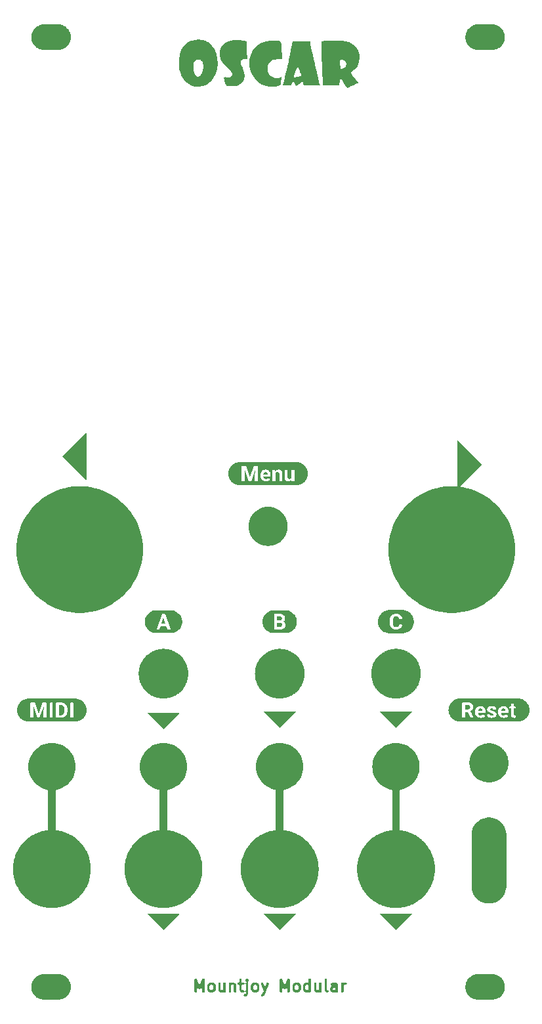
<source format=gbr>
G04 #@! TF.GenerationSoftware,KiCad,Pcbnew,8.0.8*
G04 #@! TF.CreationDate,2025-04-14T10:10:08+01:00*
G04 #@! TF.ProjectId,oscar_panel,6f736361-725f-4706-916e-656c2e6b6963,rev?*
G04 #@! TF.SameCoordinates,Original*
G04 #@! TF.FileFunction,Soldermask,Top*
G04 #@! TF.FilePolarity,Negative*
%FSLAX46Y46*%
G04 Gerber Fmt 4.6, Leading zero omitted, Abs format (unit mm)*
G04 Created by KiCad (PCBNEW 8.0.8) date 2025-04-14 10:10:08*
%MOMM*%
%LPD*%
G01*
G04 APERTURE LIST*
G04 APERTURE END LIST*
G36*
X108410207Y-158749401D02*
G01*
X108505924Y-158752534D01*
X108512716Y-158753428D01*
X108529536Y-158754089D01*
X108587643Y-158763292D01*
X108722042Y-158780986D01*
X108754837Y-158789773D01*
X108785418Y-158794617D01*
X108844229Y-158813726D01*
X108930611Y-158836872D01*
X108985724Y-158859700D01*
X109031810Y-158874675D01*
X109074987Y-158896674D01*
X109130099Y-158919503D01*
X109207539Y-158964213D01*
X109262645Y-158992291D01*
X109287697Y-159010492D01*
X109317096Y-159027466D01*
X109424651Y-159109995D01*
X109472239Y-159144570D01*
X109480579Y-159152910D01*
X109488401Y-159158912D01*
X109641087Y-159311598D01*
X109647088Y-159319419D01*
X109655430Y-159327761D01*
X109690008Y-159375354D01*
X109772533Y-159482903D01*
X109789505Y-159512299D01*
X109807709Y-159537355D01*
X109835789Y-159592466D01*
X109880496Y-159669900D01*
X109903321Y-159725006D01*
X109925325Y-159768190D01*
X109940301Y-159814282D01*
X109963127Y-159869388D01*
X109986269Y-159955757D01*
X110005383Y-160014582D01*
X110010227Y-160045169D01*
X110019013Y-160077957D01*
X110036703Y-160212327D01*
X110045911Y-160270464D01*
X110045911Y-160282269D01*
X110047197Y-160292038D01*
X110047197Y-160507961D01*
X110045911Y-160517729D01*
X110045911Y-160529536D01*
X110036702Y-160587677D01*
X110019013Y-160722042D01*
X110010228Y-160754827D01*
X110005383Y-160785418D01*
X109986268Y-160844246D01*
X109963127Y-160930611D01*
X109940302Y-160985713D01*
X109925325Y-161031810D01*
X109903319Y-161074997D01*
X109880496Y-161130099D01*
X109835793Y-161207525D01*
X109807709Y-161262645D01*
X109789502Y-161287704D01*
X109772533Y-161317096D01*
X109690022Y-161424627D01*
X109655430Y-161472239D01*
X109647085Y-161480583D01*
X109641087Y-161488401D01*
X109488401Y-161641087D01*
X109480583Y-161647085D01*
X109472239Y-161655430D01*
X109424627Y-161690022D01*
X109317096Y-161772533D01*
X109287704Y-161789502D01*
X109262645Y-161807709D01*
X109207525Y-161835793D01*
X109130099Y-161880496D01*
X109074997Y-161903319D01*
X109031810Y-161925325D01*
X108985713Y-161940302D01*
X108930611Y-161963127D01*
X108844246Y-161986268D01*
X108785418Y-162005383D01*
X108754827Y-162010228D01*
X108722042Y-162019013D01*
X108587681Y-162036701D01*
X108529536Y-162045911D01*
X108512705Y-162046572D01*
X108505924Y-162047465D01*
X108410224Y-162050598D01*
X108400000Y-162051000D01*
X108397956Y-162051000D01*
X106602044Y-162051000D01*
X106600000Y-162051000D01*
X106589775Y-162050598D01*
X106494075Y-162047465D01*
X106487293Y-162046572D01*
X106470464Y-162045911D01*
X106412323Y-162036702D01*
X106277957Y-162019013D01*
X106245169Y-162010227D01*
X106214582Y-162005383D01*
X106155757Y-161986269D01*
X106069388Y-161963127D01*
X106014282Y-161940301D01*
X105968190Y-161925325D01*
X105925006Y-161903321D01*
X105869900Y-161880496D01*
X105792466Y-161835789D01*
X105737355Y-161807709D01*
X105712299Y-161789505D01*
X105682903Y-161772533D01*
X105575354Y-161690008D01*
X105527761Y-161655430D01*
X105519419Y-161647088D01*
X105511598Y-161641087D01*
X105358912Y-161488401D01*
X105352910Y-161480579D01*
X105344570Y-161472239D01*
X105309995Y-161424651D01*
X105227466Y-161317096D01*
X105210492Y-161287697D01*
X105192291Y-161262645D01*
X105164213Y-161207539D01*
X105119503Y-161130099D01*
X105096674Y-161074987D01*
X105074675Y-161031810D01*
X105059700Y-160985724D01*
X105036872Y-160930611D01*
X105013726Y-160844229D01*
X104994617Y-160785418D01*
X104989773Y-160754837D01*
X104980986Y-160722042D01*
X104963295Y-160587663D01*
X104954089Y-160529536D01*
X104954089Y-160517729D01*
X104952803Y-160507961D01*
X104952803Y-160292038D01*
X104954089Y-160282269D01*
X104954089Y-160270464D01*
X104963294Y-160212341D01*
X104980986Y-160077957D01*
X104989773Y-160045160D01*
X104994617Y-160014582D01*
X105013724Y-159955775D01*
X105036872Y-159869388D01*
X105059702Y-159814271D01*
X105074675Y-159768190D01*
X105096672Y-159725016D01*
X105119503Y-159669900D01*
X105164217Y-159592451D01*
X105192291Y-159537355D01*
X105210489Y-159512306D01*
X105227466Y-159482903D01*
X105310009Y-159375329D01*
X105344570Y-159327761D01*
X105352906Y-159319424D01*
X105358912Y-159311598D01*
X105511598Y-159158912D01*
X105519424Y-159152906D01*
X105527761Y-159144570D01*
X105575329Y-159110009D01*
X105682903Y-159027466D01*
X105712306Y-159010489D01*
X105737355Y-158992291D01*
X105792451Y-158964217D01*
X105869900Y-158919503D01*
X105925016Y-158896672D01*
X105968190Y-158874675D01*
X106014271Y-158859702D01*
X106069388Y-158836872D01*
X106155775Y-158813724D01*
X106214582Y-158794617D01*
X106245160Y-158789773D01*
X106277957Y-158780986D01*
X106412361Y-158763291D01*
X106470464Y-158754089D01*
X106487282Y-158753428D01*
X106494075Y-158752534D01*
X106589793Y-158749400D01*
X106600000Y-158749000D01*
X108400000Y-158749000D01*
X108410207Y-158749401D01*
G37*
G36*
X164410207Y-158749401D02*
G01*
X164505924Y-158752534D01*
X164512716Y-158753428D01*
X164529536Y-158754089D01*
X164587643Y-158763292D01*
X164722042Y-158780986D01*
X164754837Y-158789773D01*
X164785418Y-158794617D01*
X164844229Y-158813726D01*
X164930611Y-158836872D01*
X164985724Y-158859700D01*
X165031810Y-158874675D01*
X165074987Y-158896674D01*
X165130099Y-158919503D01*
X165207539Y-158964213D01*
X165262645Y-158992291D01*
X165287697Y-159010492D01*
X165317096Y-159027466D01*
X165424651Y-159109995D01*
X165472239Y-159144570D01*
X165480579Y-159152910D01*
X165488401Y-159158912D01*
X165641087Y-159311598D01*
X165647088Y-159319419D01*
X165655430Y-159327761D01*
X165690008Y-159375354D01*
X165772533Y-159482903D01*
X165789505Y-159512299D01*
X165807709Y-159537355D01*
X165835789Y-159592466D01*
X165880496Y-159669900D01*
X165903321Y-159725006D01*
X165925325Y-159768190D01*
X165940301Y-159814282D01*
X165963127Y-159869388D01*
X165986269Y-159955757D01*
X166005383Y-160014582D01*
X166010227Y-160045169D01*
X166019013Y-160077957D01*
X166036703Y-160212327D01*
X166045911Y-160270464D01*
X166045911Y-160282269D01*
X166047197Y-160292038D01*
X166047197Y-160507961D01*
X166045911Y-160517729D01*
X166045911Y-160529536D01*
X166036702Y-160587677D01*
X166019013Y-160722042D01*
X166010228Y-160754827D01*
X166005383Y-160785418D01*
X165986268Y-160844246D01*
X165963127Y-160930611D01*
X165940302Y-160985713D01*
X165925325Y-161031810D01*
X165903319Y-161074997D01*
X165880496Y-161130099D01*
X165835793Y-161207525D01*
X165807709Y-161262645D01*
X165789502Y-161287704D01*
X165772533Y-161317096D01*
X165690022Y-161424627D01*
X165655430Y-161472239D01*
X165647085Y-161480583D01*
X165641087Y-161488401D01*
X165488401Y-161641087D01*
X165480583Y-161647085D01*
X165472239Y-161655430D01*
X165424627Y-161690022D01*
X165317096Y-161772533D01*
X165287704Y-161789502D01*
X165262645Y-161807709D01*
X165207525Y-161835793D01*
X165130099Y-161880496D01*
X165074997Y-161903319D01*
X165031810Y-161925325D01*
X164985713Y-161940302D01*
X164930611Y-161963127D01*
X164844246Y-161986268D01*
X164785418Y-162005383D01*
X164754827Y-162010228D01*
X164722042Y-162019013D01*
X164587681Y-162036701D01*
X164529536Y-162045911D01*
X164512705Y-162046572D01*
X164505924Y-162047465D01*
X164410224Y-162050598D01*
X164400000Y-162051000D01*
X164397956Y-162051000D01*
X162602044Y-162051000D01*
X162600000Y-162051000D01*
X162589775Y-162050598D01*
X162494075Y-162047465D01*
X162487293Y-162046572D01*
X162470464Y-162045911D01*
X162412323Y-162036702D01*
X162277957Y-162019013D01*
X162245169Y-162010227D01*
X162214582Y-162005383D01*
X162155757Y-161986269D01*
X162069388Y-161963127D01*
X162014282Y-161940301D01*
X161968190Y-161925325D01*
X161925006Y-161903321D01*
X161869900Y-161880496D01*
X161792466Y-161835789D01*
X161737355Y-161807709D01*
X161712299Y-161789505D01*
X161682903Y-161772533D01*
X161575354Y-161690008D01*
X161527761Y-161655430D01*
X161519419Y-161647088D01*
X161511598Y-161641087D01*
X161358912Y-161488401D01*
X161352910Y-161480579D01*
X161344570Y-161472239D01*
X161309995Y-161424651D01*
X161227466Y-161317096D01*
X161210492Y-161287697D01*
X161192291Y-161262645D01*
X161164213Y-161207539D01*
X161119503Y-161130099D01*
X161096674Y-161074987D01*
X161074675Y-161031810D01*
X161059700Y-160985724D01*
X161036872Y-160930611D01*
X161013726Y-160844229D01*
X160994617Y-160785418D01*
X160989773Y-160754837D01*
X160980986Y-160722042D01*
X160963295Y-160587663D01*
X160954089Y-160529536D01*
X160954089Y-160517729D01*
X160952803Y-160507961D01*
X160952803Y-160292038D01*
X160954089Y-160282269D01*
X160954089Y-160270464D01*
X160963294Y-160212341D01*
X160980986Y-160077957D01*
X160989773Y-160045160D01*
X160994617Y-160014582D01*
X161013724Y-159955775D01*
X161036872Y-159869388D01*
X161059702Y-159814271D01*
X161074675Y-159768190D01*
X161096672Y-159725016D01*
X161119503Y-159669900D01*
X161164217Y-159592451D01*
X161192291Y-159537355D01*
X161210489Y-159512306D01*
X161227466Y-159482903D01*
X161310009Y-159375329D01*
X161344570Y-159327761D01*
X161352906Y-159319424D01*
X161358912Y-159311598D01*
X161511598Y-159158912D01*
X161519424Y-159152906D01*
X161527761Y-159144570D01*
X161575329Y-159110009D01*
X161682903Y-159027466D01*
X161712306Y-159010489D01*
X161737355Y-158992291D01*
X161792451Y-158964217D01*
X161869900Y-158919503D01*
X161925016Y-158896672D01*
X161968190Y-158874675D01*
X162014271Y-158859702D01*
X162069388Y-158836872D01*
X162155775Y-158813724D01*
X162214582Y-158794617D01*
X162245160Y-158789773D01*
X162277957Y-158780986D01*
X162412361Y-158763291D01*
X162470464Y-158754089D01*
X162487282Y-158753428D01*
X162494075Y-158752534D01*
X162589793Y-158749400D01*
X162600000Y-158749000D01*
X164400000Y-158749000D01*
X164410207Y-158749401D01*
G37*
G36*
X131971402Y-159326591D02*
G01*
X131982771Y-159331300D01*
X131982774Y-159331301D01*
X132014101Y-159344277D01*
X132014104Y-159344279D01*
X132025474Y-159348989D01*
X132027097Y-159350072D01*
X132068481Y-159391456D01*
X132069564Y-159393079D01*
X132074273Y-159404449D01*
X132074275Y-159404451D01*
X132082048Y-159423217D01*
X132091962Y-159447151D01*
X132092319Y-159448574D01*
X132095201Y-159477838D01*
X132095225Y-159478328D01*
X132095225Y-159481388D01*
X132095225Y-159750105D01*
X132168448Y-159823328D01*
X132294307Y-159823328D01*
X132297368Y-159823328D01*
X132297858Y-159823352D01*
X132300902Y-159823651D01*
X132300906Y-159823652D01*
X132317946Y-159825330D01*
X132317948Y-159825330D01*
X132327122Y-159826234D01*
X132328545Y-159826591D01*
X132337057Y-159830117D01*
X132337061Y-159830118D01*
X132371244Y-159844277D01*
X132371247Y-159844279D01*
X132382617Y-159848989D01*
X132384240Y-159850072D01*
X132425624Y-159891456D01*
X132426707Y-159893079D01*
X132431416Y-159904449D01*
X132431420Y-159904454D01*
X132463847Y-159982739D01*
X132630889Y-159982739D01*
X132663315Y-159904454D01*
X132663320Y-159904445D01*
X132668029Y-159893079D01*
X132669112Y-159891456D01*
X132677816Y-159882751D01*
X132677831Y-159882730D01*
X132707008Y-159853531D01*
X132706988Y-159750008D01*
X132687778Y-159730798D01*
X132687766Y-159730787D01*
X132616338Y-159659359D01*
X132616009Y-159658995D01*
X132597354Y-159636264D01*
X132596600Y-159635005D01*
X132593073Y-159626491D01*
X132593069Y-159626484D01*
X132581138Y-159597681D01*
X132581137Y-159597674D01*
X132576429Y-159586308D01*
X132574203Y-159580935D01*
X132573822Y-159579021D01*
X132573822Y-159520495D01*
X132574203Y-159518581D01*
X132576430Y-159513205D01*
X132578915Y-159507205D01*
X132593221Y-159472665D01*
X132593223Y-159472660D01*
X132596600Y-159464509D01*
X132597315Y-159463299D01*
X132597319Y-159463294D01*
X132597358Y-159463245D01*
X132605072Y-159453845D01*
X132614061Y-159442891D01*
X132614073Y-159442877D01*
X132616008Y-159440520D01*
X132616337Y-159440156D01*
X132618495Y-159437998D01*
X132618511Y-159437980D01*
X132685589Y-159370902D01*
X132685599Y-159370892D01*
X132687765Y-159368727D01*
X132688129Y-159368398D01*
X132690486Y-159366463D01*
X132690500Y-159366451D01*
X132691356Y-159365748D01*
X132691366Y-159365740D01*
X132710860Y-159349743D01*
X132710905Y-159349798D01*
X132712120Y-159348988D01*
X132723490Y-159344278D01*
X132723492Y-159344277D01*
X132754818Y-159331300D01*
X132754826Y-159331298D01*
X132766191Y-159326591D01*
X132768104Y-159326210D01*
X132826632Y-159326210D01*
X132828545Y-159326591D01*
X132839910Y-159331298D01*
X132839917Y-159331300D01*
X132874098Y-159345459D01*
X132874101Y-159345461D01*
X132882616Y-159348988D01*
X132883875Y-159349742D01*
X132891000Y-159355590D01*
X132891004Y-159355592D01*
X132900137Y-159363088D01*
X132906606Y-159368397D01*
X132906970Y-159368726D01*
X132978399Y-159440155D01*
X132978728Y-159440519D01*
X132997383Y-159463250D01*
X132998137Y-159464509D01*
X133001663Y-159473023D01*
X133001667Y-159473029D01*
X133015823Y-159507205D01*
X133015823Y-159507209D01*
X133020534Y-159518581D01*
X133020915Y-159520494D01*
X133020915Y-159579020D01*
X133020534Y-159580933D01*
X133015823Y-159592305D01*
X133015823Y-159592308D01*
X133002851Y-159623626D01*
X133002849Y-159623628D01*
X132998137Y-159635005D01*
X132997326Y-159636219D01*
X132997382Y-159636265D01*
X132978727Y-159658996D01*
X132978398Y-159659360D01*
X132906969Y-159730788D01*
X132906960Y-159730795D01*
X132887738Y-159750018D01*
X132887738Y-159853570D01*
X132925624Y-159891456D01*
X132926707Y-159893079D01*
X132931416Y-159904449D01*
X132931418Y-159904451D01*
X132938734Y-159922114D01*
X132949105Y-159947151D01*
X132949462Y-159948574D01*
X132952344Y-159977838D01*
X132952368Y-159978328D01*
X132952368Y-161264042D01*
X132952344Y-161264532D01*
X132949462Y-161293796D01*
X132949105Y-161295220D01*
X132947352Y-161299448D01*
X132947029Y-161304013D01*
X132946712Y-161305447D01*
X132936203Y-161332910D01*
X132936005Y-161333359D01*
X132864576Y-161476217D01*
X132864335Y-161476645D01*
X132861576Y-161481026D01*
X132860998Y-161482763D01*
X132860031Y-161484460D01*
X132857789Y-161487044D01*
X132848672Y-161501530D01*
X132847716Y-161502644D01*
X132837130Y-161511823D01*
X132830858Y-161518097D01*
X132821685Y-161528675D01*
X132820571Y-161529631D01*
X132806090Y-161538745D01*
X132803502Y-161540991D01*
X132801806Y-161541958D01*
X132800064Y-161542538D01*
X132795686Y-161545295D01*
X132795258Y-161545536D01*
X132652401Y-161616964D01*
X132651952Y-161617162D01*
X132624488Y-161627672D01*
X132623054Y-161627989D01*
X132618489Y-161628312D01*
X132614261Y-161630065D01*
X132612837Y-161630422D01*
X132583573Y-161633304D01*
X132583083Y-161633328D01*
X132580022Y-161633328D01*
X132514715Y-161633328D01*
X132511654Y-161633328D01*
X132511164Y-161633304D01*
X132481900Y-161630422D01*
X132480477Y-161630065D01*
X132468930Y-161625282D01*
X132437777Y-161612378D01*
X132437775Y-161612376D01*
X132426405Y-161607667D01*
X132424782Y-161606584D01*
X132383398Y-161565200D01*
X132382315Y-161563577D01*
X132377605Y-161552207D01*
X132377603Y-161552204D01*
X132364627Y-161520877D01*
X132364626Y-161520874D01*
X132359917Y-161509505D01*
X132359536Y-161507592D01*
X132359536Y-161449064D01*
X132359917Y-161447151D01*
X132364626Y-161435782D01*
X132364627Y-161435778D01*
X132377603Y-161404451D01*
X132377606Y-161404445D01*
X132382315Y-161393079D01*
X132383398Y-161391456D01*
X132424782Y-161350072D01*
X132426405Y-161348989D01*
X132437769Y-161344281D01*
X132451184Y-161335318D01*
X132471979Y-161330110D01*
X132480477Y-161326591D01*
X132481900Y-161326234D01*
X132491068Y-161325331D01*
X132491073Y-161325330D01*
X132508115Y-161323652D01*
X132508120Y-161323651D01*
X132511164Y-161323352D01*
X132511654Y-161323328D01*
X132531639Y-161323328D01*
X132559954Y-161316596D01*
X132573300Y-161309924D01*
X132591427Y-161300789D01*
X132619830Y-161272384D01*
X132629143Y-161253901D01*
X132635635Y-161240915D01*
X132642368Y-161212595D01*
X132642368Y-161055854D01*
X132464936Y-161002034D01*
X132431421Y-161052195D01*
X132426707Y-161063577D01*
X132425624Y-161065200D01*
X132384240Y-161106584D01*
X132382617Y-161107667D01*
X132371229Y-161112384D01*
X132357836Y-161121332D01*
X132337067Y-161126534D01*
X132328545Y-161130065D01*
X132327122Y-161130422D01*
X132297858Y-161133304D01*
X132297368Y-161133328D01*
X132294307Y-161133328D01*
X132157572Y-161133328D01*
X132154511Y-161133328D01*
X132154021Y-161133304D01*
X132124757Y-161130422D01*
X132123333Y-161130065D01*
X132119103Y-161128312D01*
X132114539Y-161127989D01*
X132113106Y-161127672D01*
X132104485Y-161124373D01*
X132098834Y-161122210D01*
X132085643Y-161117162D01*
X132085194Y-161116964D01*
X131942336Y-161045536D01*
X131941908Y-161045295D01*
X131937527Y-161042537D01*
X131935789Y-161041958D01*
X131934094Y-161040991D01*
X131931507Y-161038747D01*
X131917023Y-161029630D01*
X131915910Y-161028675D01*
X131909869Y-161021710D01*
X131909867Y-161021708D01*
X131906732Y-161018093D01*
X131900457Y-161011819D01*
X131896847Y-161008688D01*
X131896845Y-161008686D01*
X131889879Y-161002645D01*
X131888924Y-161001532D01*
X131879804Y-160987043D01*
X131877563Y-160984460D01*
X131876597Y-160982766D01*
X131876018Y-160981030D01*
X131873258Y-160976645D01*
X131873018Y-160976218D01*
X131854454Y-160939090D01*
X131802954Y-160836091D01*
X131802950Y-160836082D01*
X131801589Y-160833360D01*
X131801391Y-160832911D01*
X131790881Y-160805448D01*
X131790564Y-160804016D01*
X131790238Y-160799449D01*
X131788487Y-160795219D01*
X131788131Y-160793796D01*
X131787228Y-160784628D01*
X131787227Y-160784624D01*
X131785549Y-160767580D01*
X131785548Y-160767576D01*
X131785249Y-160764532D01*
X131785225Y-160764042D01*
X131785225Y-160206551D01*
X132095225Y-160206551D01*
X132095225Y-160712448D01*
X132101868Y-160740686D01*
X132108541Y-160754085D01*
X132117598Y-160772199D01*
X132146263Y-160800909D01*
X132177726Y-160816640D01*
X132206056Y-160823328D01*
X132294307Y-160823328D01*
X132297368Y-160823328D01*
X132297858Y-160823352D01*
X132300902Y-160823651D01*
X132300906Y-160823652D01*
X132317946Y-160825330D01*
X132317948Y-160825330D01*
X132327122Y-160826234D01*
X132328545Y-160826591D01*
X132337057Y-160830117D01*
X132337061Y-160830118D01*
X132371244Y-160844277D01*
X132371247Y-160844279D01*
X132382617Y-160848989D01*
X132384240Y-160850072D01*
X132425624Y-160891456D01*
X132426707Y-160893079D01*
X132431413Y-160904442D01*
X132464947Y-160954622D01*
X132642368Y-160900797D01*
X132642368Y-160055854D01*
X132464936Y-160002034D01*
X132431421Y-160052195D01*
X132426707Y-160063577D01*
X132425624Y-160065200D01*
X132384240Y-160106584D01*
X132382617Y-160107667D01*
X132328545Y-160130065D01*
X132327122Y-160130422D01*
X132297858Y-160133304D01*
X132297368Y-160133328D01*
X132294307Y-160133328D01*
X132168448Y-160133328D01*
X132095225Y-160206551D01*
X131785225Y-160206551D01*
X131785225Y-160205876D01*
X131732309Y-160138074D01*
X131705368Y-160131326D01*
X131696186Y-160130422D01*
X131694763Y-160130065D01*
X131671792Y-160120550D01*
X131652063Y-160112378D01*
X131652061Y-160112376D01*
X131640691Y-160107667D01*
X131639068Y-160106584D01*
X131597684Y-160065200D01*
X131596601Y-160063577D01*
X131591894Y-160052214D01*
X131582279Y-160037826D01*
X131578905Y-160020857D01*
X131574203Y-160009505D01*
X131573822Y-160007592D01*
X131573822Y-159949064D01*
X131574203Y-159947151D01*
X131578912Y-159935782D01*
X131578913Y-159935778D01*
X131591889Y-159904451D01*
X131591892Y-159904445D01*
X131596601Y-159893079D01*
X131597684Y-159891456D01*
X131639068Y-159850072D01*
X131640691Y-159848989D01*
X131652057Y-159844280D01*
X131652063Y-159844277D01*
X131686246Y-159830118D01*
X131686251Y-159830116D01*
X131694763Y-159826591D01*
X131696186Y-159826234D01*
X131705354Y-159825331D01*
X131732315Y-159818577D01*
X131785225Y-159750776D01*
X131785225Y-159481388D01*
X131785225Y-159478328D01*
X131785249Y-159477838D01*
X131785549Y-159474789D01*
X131787227Y-159457749D01*
X131787227Y-159457746D01*
X131788131Y-159448574D01*
X131788488Y-159447151D01*
X131792013Y-159438639D01*
X131792015Y-159438634D01*
X131806174Y-159404451D01*
X131806177Y-159404445D01*
X131810886Y-159393079D01*
X131811969Y-159391456D01*
X131853353Y-159350072D01*
X131854976Y-159348989D01*
X131866342Y-159344280D01*
X131866348Y-159344277D01*
X131897675Y-159331301D01*
X131897679Y-159331300D01*
X131909048Y-159326591D01*
X131910961Y-159326210D01*
X131969489Y-159326210D01*
X131971402Y-159326591D01*
G37*
G36*
X135463830Y-159825229D02*
G01*
X135518948Y-159844914D01*
X135520622Y-159845916D01*
X135564011Y-159885196D01*
X135565174Y-159886763D01*
X135570442Y-159897885D01*
X135570445Y-159897889D01*
X135583638Y-159925743D01*
X135590228Y-159939655D01*
X135590703Y-159941547D01*
X135593610Y-160000002D01*
X135593467Y-160001462D01*
X135586338Y-160029991D01*
X135586196Y-160030461D01*
X135229053Y-161030460D01*
X135228865Y-161030914D01*
X135227963Y-161032822D01*
X135227745Y-161033398D01*
X135227157Y-161035428D01*
X135226997Y-161035893D01*
X135084140Y-161393037D01*
X135083936Y-161393483D01*
X135070391Y-161419583D01*
X135069550Y-161420745D01*
X135068812Y-161421978D01*
X135050157Y-161444709D01*
X135049828Y-161445073D01*
X134978399Y-161516502D01*
X134978035Y-161516831D01*
X134966863Y-161525998D01*
X134964543Y-161528675D01*
X134963428Y-161529631D01*
X134959178Y-161532304D01*
X134955305Y-161535485D01*
X134954044Y-161536241D01*
X134950775Y-161537593D01*
X134938543Y-161545295D01*
X134938115Y-161545536D01*
X134795258Y-161616964D01*
X134794809Y-161617162D01*
X134767345Y-161627672D01*
X134765912Y-161627989D01*
X134707532Y-161632137D01*
X134705597Y-161631893D01*
X134693919Y-161628000D01*
X134693917Y-161628000D01*
X134661755Y-161617279D01*
X134661752Y-161617277D01*
X134650075Y-161613385D01*
X134648380Y-161612419D01*
X134631616Y-161597880D01*
X134613469Y-161582142D01*
X134613467Y-161582139D01*
X134604165Y-161574072D01*
X134602969Y-161572531D01*
X134576794Y-161520182D01*
X134576279Y-161518300D01*
X134575406Y-161506023D01*
X134575406Y-161506021D01*
X134573003Y-161472197D01*
X134573003Y-161472195D01*
X134572131Y-161459920D01*
X134572375Y-161457985D01*
X134576266Y-161446312D01*
X134576267Y-161446305D01*
X134586988Y-161414143D01*
X134586991Y-161414136D01*
X134590883Y-161402463D01*
X134591849Y-161400768D01*
X134599914Y-161391468D01*
X134599917Y-161391464D01*
X134624151Y-161363521D01*
X134624157Y-161363515D01*
X134630196Y-161356553D01*
X134631309Y-161355598D01*
X134639108Y-161350688D01*
X134639111Y-161350686D01*
X134653599Y-161341566D01*
X134653607Y-161341561D01*
X134656194Y-161339933D01*
X134656622Y-161339692D01*
X134659349Y-161338328D01*
X134659373Y-161338315D01*
X134776980Y-161279511D01*
X134786367Y-161270124D01*
X134809462Y-161245025D01*
X134890690Y-161041958D01*
X134908307Y-160997914D01*
X134909163Y-160952204D01*
X134773792Y-160573164D01*
X134579970Y-160030460D01*
X134579828Y-160029990D01*
X134579089Y-160027033D01*
X134579086Y-160027023D01*
X134574934Y-160010406D01*
X134574933Y-160010405D01*
X134572699Y-160001462D01*
X134572556Y-160000002D01*
X134573013Y-159990800D01*
X134573013Y-159990794D01*
X134574851Y-159953842D01*
X134574851Y-159953839D01*
X134575463Y-159941547D01*
X134575938Y-159939655D01*
X134581207Y-159928529D01*
X134581209Y-159928525D01*
X134595720Y-159897889D01*
X134595725Y-159897882D01*
X134600992Y-159886763D01*
X134602155Y-159885196D01*
X134645544Y-159845916D01*
X134647218Y-159844914D01*
X134658810Y-159840773D01*
X134658812Y-159840773D01*
X134690743Y-159829369D01*
X134690744Y-159829368D01*
X134702336Y-159825229D01*
X134704266Y-159824944D01*
X134716558Y-159825555D01*
X134716561Y-159825555D01*
X134750425Y-159827239D01*
X134750427Y-159827239D01*
X134762721Y-159827851D01*
X134764613Y-159828326D01*
X134775739Y-159833596D01*
X134775742Y-159833597D01*
X134806378Y-159848108D01*
X134806382Y-159848111D01*
X134817505Y-159853380D01*
X134819072Y-159854543D01*
X134858352Y-159897932D01*
X134859166Y-159899153D01*
X134871722Y-159925743D01*
X134871910Y-159926196D01*
X134994995Y-160270833D01*
X135171171Y-160270833D01*
X135294256Y-159926196D01*
X135294444Y-159925743D01*
X135295745Y-159922987D01*
X135295752Y-159922971D01*
X135303061Y-159907494D01*
X135303062Y-159907492D01*
X135307000Y-159899153D01*
X135307814Y-159897932D01*
X135319344Y-159885196D01*
X135338832Y-159863669D01*
X135338832Y-159863668D01*
X135347094Y-159854543D01*
X135348661Y-159853380D01*
X135359780Y-159848113D01*
X135359787Y-159848108D01*
X135390423Y-159833597D01*
X135390427Y-159833595D01*
X135401553Y-159828326D01*
X135403445Y-159827851D01*
X135415737Y-159827239D01*
X135415740Y-159827239D01*
X135449604Y-159825555D01*
X135449606Y-159825555D01*
X135461900Y-159824944D01*
X135463830Y-159825229D01*
G37*
G36*
X128297858Y-159823352D02*
G01*
X128300902Y-159823651D01*
X128300906Y-159823652D01*
X128317943Y-159825330D01*
X128327122Y-159826234D01*
X128328546Y-159826591D01*
X128332776Y-159828343D01*
X128337341Y-159828668D01*
X128338774Y-159828985D01*
X128366237Y-159839494D01*
X128366686Y-159839692D01*
X128369426Y-159841062D01*
X128369437Y-159841067D01*
X128496244Y-159904471D01*
X128496248Y-159904473D01*
X128509543Y-159911121D01*
X128509971Y-159911362D01*
X128522206Y-159919063D01*
X128525473Y-159920417D01*
X128526731Y-159921171D01*
X128530604Y-159924349D01*
X128534856Y-159927026D01*
X128535970Y-159927982D01*
X128538288Y-159930655D01*
X128549462Y-159939825D01*
X128549826Y-159940154D01*
X128560341Y-159950668D01*
X128560347Y-159950674D01*
X128587511Y-159977838D01*
X128621255Y-160011582D01*
X128621584Y-160011946D01*
X128630757Y-160023124D01*
X128633429Y-160025441D01*
X128634384Y-160026554D01*
X128637055Y-160030797D01*
X128640239Y-160034677D01*
X128640994Y-160035936D01*
X128642348Y-160039206D01*
X128650049Y-160051439D01*
X128650290Y-160051867D01*
X128721718Y-160194725D01*
X128721916Y-160195174D01*
X128732426Y-160222637D01*
X128732743Y-160224070D01*
X128733066Y-160228634D01*
X128734819Y-160232864D01*
X128735176Y-160234288D01*
X128738058Y-160263552D01*
X128738082Y-160264042D01*
X128738082Y-160692614D01*
X128738058Y-160693104D01*
X128735176Y-160722368D01*
X128734819Y-160723792D01*
X128733066Y-160728020D01*
X128732743Y-160732585D01*
X128732426Y-160734019D01*
X128721916Y-160761482D01*
X128721718Y-160761931D01*
X128650290Y-160904789D01*
X128650049Y-160905217D01*
X128642350Y-160917445D01*
X128640995Y-160920719D01*
X128640240Y-160921979D01*
X128637053Y-160925860D01*
X128634385Y-160930101D01*
X128633428Y-160931216D01*
X128630757Y-160933531D01*
X128621585Y-160944709D01*
X128621256Y-160945073D01*
X128549827Y-161016502D01*
X128549463Y-161016831D01*
X128538291Y-161025998D01*
X128535971Y-161028675D01*
X128534856Y-161029631D01*
X128530606Y-161032304D01*
X128526733Y-161035485D01*
X128525472Y-161036241D01*
X128522203Y-161037593D01*
X128509971Y-161045295D01*
X128509543Y-161045536D01*
X128366686Y-161116964D01*
X128366237Y-161117162D01*
X128338773Y-161127672D01*
X128337339Y-161127989D01*
X128332774Y-161128312D01*
X128328546Y-161130065D01*
X128327122Y-161130422D01*
X128297858Y-161133304D01*
X128297368Y-161133328D01*
X128294307Y-161133328D01*
X128086143Y-161133328D01*
X128083082Y-161133328D01*
X128082592Y-161133304D01*
X128053328Y-161130422D01*
X128051904Y-161130065D01*
X128047674Y-161128312D01*
X128043110Y-161127989D01*
X128041677Y-161127672D01*
X128033056Y-161124373D01*
X128027405Y-161122210D01*
X128014214Y-161117162D01*
X128013765Y-161116964D01*
X127870907Y-161045536D01*
X127870479Y-161045295D01*
X127858249Y-161037595D01*
X127854977Y-161036241D01*
X127853718Y-161035486D01*
X127849838Y-161032302D01*
X127845595Y-161029631D01*
X127844481Y-161028675D01*
X127842164Y-161026003D01*
X127830987Y-161016831D01*
X127830623Y-161016502D01*
X127759194Y-160945073D01*
X127758865Y-160944709D01*
X127749693Y-160933533D01*
X127747021Y-160931216D01*
X127746065Y-160930102D01*
X127743391Y-160925853D01*
X127740210Y-160921978D01*
X127739456Y-160920719D01*
X127738103Y-160917452D01*
X127730401Y-160905217D01*
X127730160Y-160904789D01*
X127658732Y-160761932D01*
X127658534Y-160761483D01*
X127648024Y-160734019D01*
X127647707Y-160732586D01*
X127647382Y-160728019D01*
X127645631Y-160723791D01*
X127645274Y-160722368D01*
X127643339Y-160702717D01*
X127642692Y-160696152D01*
X127642691Y-160696148D01*
X127642392Y-160693104D01*
X127642368Y-160692614D01*
X127642368Y-160315585D01*
X127952368Y-160315585D01*
X127952368Y-160641070D01*
X127959055Y-160669398D01*
X127991616Y-160734522D01*
X128003397Y-160750868D01*
X128024827Y-160772298D01*
X128041169Y-160784076D01*
X128106297Y-160816640D01*
X128134627Y-160823328D01*
X128245823Y-160823328D01*
X128274153Y-160816640D01*
X128339281Y-160784076D01*
X128355621Y-160772298D01*
X128377054Y-160750865D01*
X128388832Y-160734523D01*
X128392084Y-160728020D01*
X128421394Y-160669398D01*
X128428082Y-160641069D01*
X128428082Y-160315586D01*
X128421394Y-160287256D01*
X128388831Y-160222130D01*
X128377053Y-160205788D01*
X128355622Y-160184357D01*
X128339281Y-160172580D01*
X128274153Y-160140016D01*
X128245823Y-160133328D01*
X128134627Y-160133328D01*
X128106297Y-160140016D01*
X128041171Y-160172579D01*
X128024826Y-160184359D01*
X128003399Y-160205784D01*
X127991618Y-160222129D01*
X127959055Y-160287256D01*
X127952368Y-160315585D01*
X127642368Y-160315585D01*
X127642368Y-160264042D01*
X127642392Y-160263552D01*
X127642692Y-160260503D01*
X127644370Y-160243461D01*
X127644371Y-160243456D01*
X127645274Y-160234288D01*
X127645630Y-160232865D01*
X127647382Y-160228632D01*
X127647707Y-160224070D01*
X127648024Y-160222637D01*
X127658534Y-160195173D01*
X127658732Y-160194724D01*
X127663399Y-160185389D01*
X127723499Y-160065188D01*
X127723502Y-160065182D01*
X127730160Y-160051867D01*
X127730400Y-160051440D01*
X127738103Y-160039200D01*
X127739457Y-160035935D01*
X127740211Y-160034677D01*
X127743391Y-160030800D01*
X127746066Y-160026553D01*
X127747021Y-160025440D01*
X127749694Y-160023121D01*
X127758866Y-160011946D01*
X127759195Y-160011582D01*
X127792939Y-159977838D01*
X127820144Y-159950633D01*
X127820150Y-159950627D01*
X127830624Y-159940154D01*
X127830988Y-159939825D01*
X127842158Y-159930656D01*
X127844480Y-159927981D01*
X127845593Y-159927027D01*
X127849837Y-159924354D01*
X127853719Y-159921170D01*
X127854976Y-159920417D01*
X127858242Y-159919063D01*
X127870480Y-159911361D01*
X127870907Y-159911121D01*
X127884189Y-159904479D01*
X127884199Y-159904474D01*
X128011018Y-159841064D01*
X128011026Y-159841060D01*
X128013763Y-159839692D01*
X128014212Y-159839494D01*
X128017070Y-159838400D01*
X128017080Y-159838396D01*
X128033063Y-159832280D01*
X128033067Y-159832278D01*
X128041676Y-159828985D01*
X128043108Y-159828668D01*
X128047673Y-159828343D01*
X128051905Y-159826591D01*
X128053328Y-159826234D01*
X128062503Y-159825330D01*
X128062505Y-159825330D01*
X128079543Y-159823652D01*
X128079548Y-159823651D01*
X128082592Y-159823352D01*
X128083082Y-159823328D01*
X128297368Y-159823328D01*
X128297858Y-159823352D01*
G37*
G36*
X129257116Y-159826591D02*
G01*
X129268485Y-159831300D01*
X129268488Y-159831301D01*
X129299815Y-159844277D01*
X129299818Y-159844279D01*
X129311188Y-159848989D01*
X129312811Y-159850072D01*
X129354195Y-159891456D01*
X129355278Y-159893079D01*
X129359987Y-159904449D01*
X129359989Y-159904451D01*
X129367305Y-159922114D01*
X129377676Y-159947151D01*
X129378033Y-159948574D01*
X129380915Y-159977838D01*
X129380939Y-159978328D01*
X129380939Y-159981388D01*
X129380939Y-160712448D01*
X129387582Y-160740686D01*
X129394255Y-160754085D01*
X129403312Y-160772199D01*
X129431977Y-160800909D01*
X129463440Y-160816640D01*
X129491770Y-160823328D01*
X129602966Y-160823328D01*
X129631296Y-160816640D01*
X129676460Y-160794058D01*
X129713797Y-160733646D01*
X129713797Y-159981388D01*
X129713797Y-159978328D01*
X129713821Y-159977838D01*
X129714121Y-159974789D01*
X129715799Y-159957749D01*
X129715799Y-159957746D01*
X129716703Y-159948574D01*
X129717060Y-159947151D01*
X129720585Y-159938639D01*
X129720587Y-159938634D01*
X129734746Y-159904451D01*
X129734749Y-159904445D01*
X129739458Y-159893079D01*
X129740541Y-159891456D01*
X129781925Y-159850072D01*
X129783548Y-159848989D01*
X129794914Y-159844280D01*
X129794920Y-159844277D01*
X129826247Y-159831301D01*
X129826251Y-159831300D01*
X129837620Y-159826591D01*
X129839533Y-159826210D01*
X129898061Y-159826210D01*
X129899974Y-159826591D01*
X129911343Y-159831300D01*
X129911346Y-159831301D01*
X129942673Y-159844277D01*
X129942676Y-159844279D01*
X129954046Y-159848989D01*
X129955669Y-159850072D01*
X129997053Y-159891456D01*
X129998136Y-159893079D01*
X130002845Y-159904449D01*
X130002847Y-159904451D01*
X130010163Y-159922114D01*
X130020534Y-159947151D01*
X130020891Y-159948574D01*
X130023773Y-159977838D01*
X130023797Y-159978328D01*
X130023797Y-160978328D01*
X130023773Y-160978818D01*
X130020891Y-161008082D01*
X130020534Y-161009505D01*
X129998136Y-161063577D01*
X129997053Y-161065200D01*
X129955669Y-161106584D01*
X129954046Y-161107667D01*
X129899974Y-161130065D01*
X129898061Y-161130446D01*
X129885751Y-161130446D01*
X129851843Y-161130446D01*
X129839533Y-161130446D01*
X129837620Y-161130065D01*
X129826247Y-161125354D01*
X129826246Y-161125354D01*
X129790416Y-161110513D01*
X129742457Y-161109860D01*
X129723402Y-161117152D01*
X129723380Y-161117162D01*
X129695916Y-161127672D01*
X129694482Y-161127989D01*
X129689917Y-161128312D01*
X129685689Y-161130065D01*
X129684265Y-161130422D01*
X129655001Y-161133304D01*
X129654511Y-161133328D01*
X129651450Y-161133328D01*
X129443286Y-161133328D01*
X129440225Y-161133328D01*
X129439735Y-161133304D01*
X129410471Y-161130422D01*
X129409047Y-161130065D01*
X129404817Y-161128312D01*
X129400253Y-161127989D01*
X129398820Y-161127672D01*
X129390199Y-161124373D01*
X129384548Y-161122210D01*
X129371357Y-161117162D01*
X129370908Y-161116964D01*
X129228050Y-161045536D01*
X129227622Y-161045295D01*
X129223241Y-161042537D01*
X129221503Y-161041958D01*
X129219808Y-161040991D01*
X129217221Y-161038747D01*
X129202737Y-161029630D01*
X129201624Y-161028675D01*
X129195583Y-161021710D01*
X129195581Y-161021708D01*
X129192446Y-161018093D01*
X129186171Y-161011819D01*
X129182561Y-161008688D01*
X129182559Y-161008686D01*
X129175593Y-161002645D01*
X129174638Y-161001532D01*
X129165518Y-160987043D01*
X129163277Y-160984460D01*
X129162311Y-160982766D01*
X129161732Y-160981030D01*
X129158972Y-160976645D01*
X129158732Y-160976218D01*
X129140168Y-160939090D01*
X129088668Y-160836091D01*
X129088664Y-160836082D01*
X129087303Y-160833360D01*
X129087105Y-160832911D01*
X129076595Y-160805448D01*
X129076278Y-160804016D01*
X129075952Y-160799449D01*
X129074201Y-160795219D01*
X129073845Y-160793796D01*
X129072942Y-160784628D01*
X129072941Y-160784624D01*
X129071263Y-160767580D01*
X129071262Y-160767576D01*
X129070963Y-160764532D01*
X129070939Y-160764042D01*
X129070939Y-159978328D01*
X129070963Y-159977838D01*
X129071263Y-159974789D01*
X129072941Y-159957749D01*
X129072941Y-159957746D01*
X129073845Y-159948574D01*
X129074202Y-159947151D01*
X129077727Y-159938639D01*
X129077729Y-159938634D01*
X129091888Y-159904451D01*
X129091891Y-159904445D01*
X129096600Y-159893079D01*
X129097683Y-159891456D01*
X129139067Y-159850072D01*
X129140690Y-159848989D01*
X129152056Y-159844280D01*
X129152062Y-159844277D01*
X129183389Y-159831301D01*
X129183393Y-159831300D01*
X129194762Y-159826591D01*
X129196675Y-159826210D01*
X129255203Y-159826210D01*
X129257116Y-159826591D01*
G37*
G36*
X133940716Y-159823352D02*
G01*
X133943760Y-159823651D01*
X133943764Y-159823652D01*
X133960801Y-159825330D01*
X133969980Y-159826234D01*
X133971404Y-159826591D01*
X133975634Y-159828343D01*
X133980199Y-159828668D01*
X133981632Y-159828985D01*
X134009095Y-159839494D01*
X134009544Y-159839692D01*
X134012284Y-159841062D01*
X134012295Y-159841067D01*
X134139102Y-159904471D01*
X134139106Y-159904473D01*
X134152401Y-159911121D01*
X134152829Y-159911362D01*
X134165064Y-159919063D01*
X134168331Y-159920417D01*
X134169589Y-159921171D01*
X134173462Y-159924349D01*
X134177714Y-159927026D01*
X134178828Y-159927982D01*
X134181146Y-159930655D01*
X134192320Y-159939825D01*
X134192684Y-159940154D01*
X134203199Y-159950668D01*
X134203205Y-159950674D01*
X134230369Y-159977838D01*
X134264113Y-160011582D01*
X134264442Y-160011946D01*
X134273615Y-160023124D01*
X134276287Y-160025441D01*
X134277242Y-160026554D01*
X134279913Y-160030797D01*
X134283097Y-160034677D01*
X134283852Y-160035936D01*
X134285206Y-160039206D01*
X134292907Y-160051439D01*
X134293148Y-160051867D01*
X134364576Y-160194725D01*
X134364774Y-160195174D01*
X134375284Y-160222637D01*
X134375601Y-160224070D01*
X134375924Y-160228634D01*
X134377677Y-160232864D01*
X134378034Y-160234288D01*
X134380916Y-160263552D01*
X134380940Y-160264042D01*
X134380940Y-160692614D01*
X134380916Y-160693104D01*
X134378034Y-160722368D01*
X134377677Y-160723792D01*
X134375924Y-160728020D01*
X134375601Y-160732585D01*
X134375284Y-160734019D01*
X134364774Y-160761482D01*
X134364576Y-160761931D01*
X134293148Y-160904789D01*
X134292907Y-160905217D01*
X134285208Y-160917445D01*
X134283853Y-160920719D01*
X134283098Y-160921979D01*
X134279911Y-160925860D01*
X134277243Y-160930101D01*
X134276286Y-160931216D01*
X134273615Y-160933531D01*
X134264443Y-160944709D01*
X134264114Y-160945073D01*
X134192685Y-161016502D01*
X134192321Y-161016831D01*
X134181149Y-161025998D01*
X134178829Y-161028675D01*
X134177714Y-161029631D01*
X134173464Y-161032304D01*
X134169591Y-161035485D01*
X134168330Y-161036241D01*
X134165061Y-161037593D01*
X134152829Y-161045295D01*
X134152401Y-161045536D01*
X134009544Y-161116964D01*
X134009095Y-161117162D01*
X133981631Y-161127672D01*
X133980197Y-161127989D01*
X133975632Y-161128312D01*
X133971404Y-161130065D01*
X133969980Y-161130422D01*
X133940716Y-161133304D01*
X133940226Y-161133328D01*
X133937165Y-161133328D01*
X133729001Y-161133328D01*
X133725940Y-161133328D01*
X133725450Y-161133304D01*
X133696186Y-161130422D01*
X133694762Y-161130065D01*
X133690532Y-161128312D01*
X133685968Y-161127989D01*
X133684535Y-161127672D01*
X133675914Y-161124373D01*
X133670263Y-161122210D01*
X133657072Y-161117162D01*
X133656623Y-161116964D01*
X133513765Y-161045536D01*
X133513337Y-161045295D01*
X133501107Y-161037595D01*
X133497835Y-161036241D01*
X133496576Y-161035486D01*
X133492696Y-161032302D01*
X133488453Y-161029631D01*
X133487339Y-161028675D01*
X133485022Y-161026003D01*
X133473845Y-161016831D01*
X133473481Y-161016502D01*
X133402052Y-160945073D01*
X133401723Y-160944709D01*
X133392551Y-160933533D01*
X133389879Y-160931216D01*
X133388923Y-160930102D01*
X133386249Y-160925853D01*
X133383068Y-160921978D01*
X133382314Y-160920719D01*
X133380961Y-160917452D01*
X133373259Y-160905217D01*
X133373018Y-160904789D01*
X133301590Y-160761932D01*
X133301392Y-160761483D01*
X133290882Y-160734019D01*
X133290565Y-160732586D01*
X133290240Y-160728019D01*
X133288489Y-160723791D01*
X133288132Y-160722368D01*
X133286197Y-160702717D01*
X133285550Y-160696152D01*
X133285549Y-160696148D01*
X133285250Y-160693104D01*
X133285226Y-160692614D01*
X133285226Y-160315585D01*
X133595226Y-160315585D01*
X133595226Y-160641070D01*
X133601913Y-160669398D01*
X133634474Y-160734522D01*
X133646255Y-160750868D01*
X133667685Y-160772298D01*
X133684027Y-160784076D01*
X133749155Y-160816640D01*
X133777485Y-160823328D01*
X133888681Y-160823328D01*
X133917011Y-160816640D01*
X133982139Y-160784076D01*
X133998479Y-160772298D01*
X134019912Y-160750865D01*
X134031690Y-160734523D01*
X134034942Y-160728020D01*
X134064252Y-160669398D01*
X134070940Y-160641069D01*
X134070940Y-160315586D01*
X134064252Y-160287256D01*
X134031689Y-160222130D01*
X134019911Y-160205788D01*
X133998480Y-160184357D01*
X133982139Y-160172580D01*
X133917011Y-160140016D01*
X133888681Y-160133328D01*
X133777485Y-160133328D01*
X133749155Y-160140016D01*
X133684029Y-160172579D01*
X133667684Y-160184359D01*
X133646257Y-160205784D01*
X133634476Y-160222129D01*
X133601913Y-160287256D01*
X133595226Y-160315585D01*
X133285226Y-160315585D01*
X133285226Y-160264042D01*
X133285250Y-160263552D01*
X133285550Y-160260503D01*
X133287228Y-160243461D01*
X133287229Y-160243456D01*
X133288132Y-160234288D01*
X133288488Y-160232865D01*
X133290240Y-160228632D01*
X133290565Y-160224070D01*
X133290882Y-160222637D01*
X133301392Y-160195173D01*
X133301590Y-160194724D01*
X133306257Y-160185389D01*
X133366357Y-160065188D01*
X133366360Y-160065182D01*
X133373018Y-160051867D01*
X133373258Y-160051440D01*
X133380961Y-160039200D01*
X133382315Y-160035935D01*
X133383069Y-160034677D01*
X133386249Y-160030800D01*
X133388924Y-160026553D01*
X133389879Y-160025440D01*
X133392552Y-160023121D01*
X133401724Y-160011946D01*
X133402053Y-160011582D01*
X133435797Y-159977838D01*
X133463002Y-159950633D01*
X133463008Y-159950627D01*
X133473482Y-159940154D01*
X133473846Y-159939825D01*
X133485016Y-159930656D01*
X133487338Y-159927981D01*
X133488451Y-159927027D01*
X133492695Y-159924354D01*
X133496577Y-159921170D01*
X133497834Y-159920417D01*
X133501100Y-159919063D01*
X133513338Y-159911361D01*
X133513765Y-159911121D01*
X133527047Y-159904479D01*
X133527057Y-159904474D01*
X133653876Y-159841064D01*
X133653884Y-159841060D01*
X133656621Y-159839692D01*
X133657070Y-159839494D01*
X133659928Y-159838400D01*
X133659938Y-159838396D01*
X133675921Y-159832280D01*
X133675925Y-159832278D01*
X133684534Y-159828985D01*
X133685966Y-159828668D01*
X133690531Y-159828343D01*
X133694763Y-159826591D01*
X133696186Y-159826234D01*
X133705361Y-159825330D01*
X133705363Y-159825330D01*
X133722401Y-159823652D01*
X133722406Y-159823651D01*
X133725450Y-159823352D01*
X133725940Y-159823328D01*
X133940226Y-159823328D01*
X133940716Y-159823352D01*
G37*
G36*
X139297859Y-159823352D02*
G01*
X139300903Y-159823651D01*
X139300907Y-159823652D01*
X139317944Y-159825330D01*
X139327123Y-159826234D01*
X139328547Y-159826591D01*
X139332777Y-159828343D01*
X139337342Y-159828668D01*
X139338775Y-159828985D01*
X139366238Y-159839494D01*
X139366687Y-159839692D01*
X139369427Y-159841062D01*
X139369438Y-159841067D01*
X139496245Y-159904471D01*
X139496249Y-159904473D01*
X139509544Y-159911121D01*
X139509972Y-159911362D01*
X139522207Y-159919063D01*
X139525474Y-159920417D01*
X139526732Y-159921171D01*
X139530605Y-159924349D01*
X139534857Y-159927026D01*
X139535971Y-159927982D01*
X139538289Y-159930655D01*
X139549463Y-159939825D01*
X139549827Y-159940154D01*
X139560342Y-159950668D01*
X139560348Y-159950674D01*
X139587512Y-159977838D01*
X139621256Y-160011582D01*
X139621585Y-160011946D01*
X139630758Y-160023124D01*
X139633430Y-160025441D01*
X139634385Y-160026554D01*
X139637056Y-160030797D01*
X139640240Y-160034677D01*
X139640995Y-160035936D01*
X139642349Y-160039206D01*
X139650050Y-160051439D01*
X139650291Y-160051867D01*
X139721719Y-160194725D01*
X139721917Y-160195174D01*
X139732427Y-160222637D01*
X139732744Y-160224070D01*
X139733067Y-160228634D01*
X139734820Y-160232864D01*
X139735177Y-160234288D01*
X139738059Y-160263552D01*
X139738083Y-160264042D01*
X139738083Y-160692614D01*
X139738059Y-160693104D01*
X139735177Y-160722368D01*
X139734820Y-160723792D01*
X139733067Y-160728020D01*
X139732744Y-160732585D01*
X139732427Y-160734019D01*
X139721917Y-160761482D01*
X139721719Y-160761931D01*
X139650291Y-160904789D01*
X139650050Y-160905217D01*
X139642351Y-160917445D01*
X139640996Y-160920719D01*
X139640241Y-160921979D01*
X139637054Y-160925860D01*
X139634386Y-160930101D01*
X139633429Y-160931216D01*
X139630758Y-160933531D01*
X139621586Y-160944709D01*
X139621257Y-160945073D01*
X139549828Y-161016502D01*
X139549464Y-161016831D01*
X139538292Y-161025998D01*
X139535972Y-161028675D01*
X139534857Y-161029631D01*
X139530607Y-161032304D01*
X139526734Y-161035485D01*
X139525473Y-161036241D01*
X139522204Y-161037593D01*
X139509972Y-161045295D01*
X139509544Y-161045536D01*
X139366687Y-161116964D01*
X139366238Y-161117162D01*
X139338774Y-161127672D01*
X139337340Y-161127989D01*
X139332775Y-161128312D01*
X139328547Y-161130065D01*
X139327123Y-161130422D01*
X139297859Y-161133304D01*
X139297369Y-161133328D01*
X139294308Y-161133328D01*
X139086144Y-161133328D01*
X139083083Y-161133328D01*
X139082593Y-161133304D01*
X139053329Y-161130422D01*
X139051905Y-161130065D01*
X139047675Y-161128312D01*
X139043111Y-161127989D01*
X139041678Y-161127672D01*
X139033057Y-161124373D01*
X139027406Y-161122210D01*
X139014215Y-161117162D01*
X139013766Y-161116964D01*
X138870908Y-161045536D01*
X138870480Y-161045295D01*
X138858250Y-161037595D01*
X138854978Y-161036241D01*
X138853719Y-161035486D01*
X138849839Y-161032302D01*
X138845596Y-161029631D01*
X138844482Y-161028675D01*
X138842165Y-161026003D01*
X138830988Y-161016831D01*
X138830624Y-161016502D01*
X138759195Y-160945073D01*
X138758866Y-160944709D01*
X138749694Y-160933533D01*
X138747022Y-160931216D01*
X138746066Y-160930102D01*
X138743392Y-160925853D01*
X138740211Y-160921978D01*
X138739457Y-160920719D01*
X138738104Y-160917452D01*
X138730402Y-160905217D01*
X138730161Y-160904789D01*
X138658733Y-160761932D01*
X138658535Y-160761483D01*
X138648025Y-160734019D01*
X138647708Y-160732586D01*
X138647383Y-160728019D01*
X138645632Y-160723791D01*
X138645275Y-160722368D01*
X138643340Y-160702717D01*
X138642693Y-160696152D01*
X138642692Y-160696148D01*
X138642393Y-160693104D01*
X138642369Y-160692614D01*
X138642369Y-160315585D01*
X138952369Y-160315585D01*
X138952369Y-160641070D01*
X138959056Y-160669398D01*
X138991617Y-160734522D01*
X139003398Y-160750868D01*
X139024828Y-160772298D01*
X139041170Y-160784076D01*
X139106298Y-160816640D01*
X139134628Y-160823328D01*
X139245824Y-160823328D01*
X139274154Y-160816640D01*
X139339282Y-160784076D01*
X139355622Y-160772298D01*
X139377055Y-160750865D01*
X139388833Y-160734523D01*
X139392085Y-160728020D01*
X139421395Y-160669398D01*
X139428083Y-160641069D01*
X139428083Y-160315586D01*
X139421395Y-160287256D01*
X139388832Y-160222130D01*
X139377054Y-160205788D01*
X139355623Y-160184357D01*
X139339282Y-160172580D01*
X139274154Y-160140016D01*
X139245824Y-160133328D01*
X139134628Y-160133328D01*
X139106298Y-160140016D01*
X139041172Y-160172579D01*
X139024827Y-160184359D01*
X139003400Y-160205784D01*
X138991619Y-160222129D01*
X138959056Y-160287256D01*
X138952369Y-160315585D01*
X138642369Y-160315585D01*
X138642369Y-160264042D01*
X138642393Y-160263552D01*
X138642693Y-160260503D01*
X138644371Y-160243461D01*
X138644372Y-160243456D01*
X138645275Y-160234288D01*
X138645631Y-160232865D01*
X138647383Y-160228632D01*
X138647708Y-160224070D01*
X138648025Y-160222637D01*
X138658535Y-160195173D01*
X138658733Y-160194724D01*
X138663400Y-160185389D01*
X138723500Y-160065188D01*
X138723503Y-160065182D01*
X138730161Y-160051867D01*
X138730401Y-160051440D01*
X138738104Y-160039200D01*
X138739458Y-160035935D01*
X138740212Y-160034677D01*
X138743392Y-160030800D01*
X138746067Y-160026553D01*
X138747022Y-160025440D01*
X138749695Y-160023121D01*
X138758867Y-160011946D01*
X138759196Y-160011582D01*
X138792940Y-159977838D01*
X138820145Y-159950633D01*
X138820151Y-159950627D01*
X138830625Y-159940154D01*
X138830989Y-159939825D01*
X138842159Y-159930656D01*
X138844481Y-159927981D01*
X138845594Y-159927027D01*
X138849838Y-159924354D01*
X138853720Y-159921170D01*
X138854977Y-159920417D01*
X138858243Y-159919063D01*
X138870481Y-159911361D01*
X138870908Y-159911121D01*
X138884190Y-159904479D01*
X138884200Y-159904474D01*
X139011019Y-159841064D01*
X139011027Y-159841060D01*
X139013764Y-159839692D01*
X139014213Y-159839494D01*
X139017071Y-159838400D01*
X139017081Y-159838396D01*
X139033064Y-159832280D01*
X139033068Y-159832278D01*
X139041677Y-159828985D01*
X139043109Y-159828668D01*
X139047674Y-159828343D01*
X139051906Y-159826591D01*
X139053329Y-159826234D01*
X139062504Y-159825330D01*
X139062506Y-159825330D01*
X139079544Y-159823652D01*
X139079549Y-159823651D01*
X139082593Y-159823352D01*
X139083083Y-159823328D01*
X139297369Y-159823328D01*
X139297859Y-159823352D01*
G37*
G36*
X140899975Y-159326591D02*
G01*
X140911344Y-159331300D01*
X140911347Y-159331301D01*
X140942674Y-159344277D01*
X140942677Y-159344279D01*
X140954047Y-159348989D01*
X140955670Y-159350072D01*
X140997054Y-159391456D01*
X140998137Y-159393079D01*
X141002846Y-159404449D01*
X141002848Y-159404451D01*
X141010621Y-159423217D01*
X141020535Y-159447151D01*
X141020892Y-159448574D01*
X141023774Y-159477838D01*
X141023798Y-159478328D01*
X141023798Y-160978328D01*
X141023774Y-160978818D01*
X141020892Y-161008082D01*
X141020535Y-161009505D01*
X140998137Y-161063577D01*
X140997054Y-161065200D01*
X140955670Y-161106584D01*
X140954047Y-161107667D01*
X140899975Y-161130065D01*
X140898062Y-161130446D01*
X140885752Y-161130446D01*
X140851847Y-161130446D01*
X140839534Y-161130446D01*
X140837621Y-161130065D01*
X140826247Y-161125353D01*
X140810444Y-161122210D01*
X140784449Y-161122493D01*
X140775965Y-161124372D01*
X140767345Y-161127672D01*
X140765911Y-161127989D01*
X140761346Y-161128312D01*
X140757118Y-161130065D01*
X140755694Y-161130422D01*
X140726430Y-161133304D01*
X140725940Y-161133328D01*
X140722879Y-161133328D01*
X140443287Y-161133328D01*
X140440226Y-161133328D01*
X140439736Y-161133304D01*
X140410472Y-161130422D01*
X140409048Y-161130065D01*
X140404818Y-161128312D01*
X140400254Y-161127989D01*
X140398821Y-161127672D01*
X140390200Y-161124373D01*
X140384549Y-161122210D01*
X140371358Y-161117162D01*
X140370909Y-161116964D01*
X140228051Y-161045536D01*
X140227623Y-161045295D01*
X140215393Y-161037595D01*
X140212121Y-161036241D01*
X140210862Y-161035486D01*
X140206982Y-161032302D01*
X140202739Y-161029631D01*
X140201625Y-161028675D01*
X140199308Y-161026003D01*
X140188131Y-161016831D01*
X140187767Y-161016502D01*
X140116338Y-160945073D01*
X140116009Y-160944709D01*
X140106837Y-160933533D01*
X140104165Y-160931216D01*
X140103209Y-160930102D01*
X140100535Y-160925853D01*
X140097354Y-160921978D01*
X140096600Y-160920719D01*
X140095247Y-160917452D01*
X140087545Y-160905217D01*
X140087304Y-160904789D01*
X140015876Y-160761932D01*
X140015678Y-160761483D01*
X140005168Y-160734019D01*
X140004851Y-160732586D01*
X140004526Y-160728019D01*
X140002775Y-160723791D01*
X140002418Y-160722368D01*
X140000483Y-160702717D01*
X139999836Y-160696152D01*
X139999835Y-160696148D01*
X139999536Y-160693104D01*
X139999512Y-160692614D01*
X139999512Y-160315585D01*
X140309512Y-160315585D01*
X140309512Y-160641070D01*
X140316199Y-160669398D01*
X140348760Y-160734522D01*
X140360541Y-160750868D01*
X140381971Y-160772298D01*
X140398313Y-160784076D01*
X140463441Y-160816640D01*
X140491771Y-160823328D01*
X140640575Y-160823328D01*
X140713798Y-160750105D01*
X140713798Y-160206551D01*
X140640575Y-160133328D01*
X140491771Y-160133328D01*
X140463441Y-160140016D01*
X140398315Y-160172579D01*
X140381970Y-160184359D01*
X140360543Y-160205784D01*
X140348762Y-160222129D01*
X140316199Y-160287256D01*
X140309512Y-160315585D01*
X139999512Y-160315585D01*
X139999512Y-160264042D01*
X139999536Y-160263552D01*
X139999836Y-160260503D01*
X140001514Y-160243461D01*
X140001515Y-160243456D01*
X140002418Y-160234288D01*
X140002774Y-160232865D01*
X140004526Y-160228632D01*
X140004851Y-160224070D01*
X140005168Y-160222637D01*
X140015678Y-160195173D01*
X140015876Y-160194724D01*
X140020543Y-160185389D01*
X140080643Y-160065188D01*
X140080646Y-160065182D01*
X140087304Y-160051867D01*
X140087544Y-160051440D01*
X140095247Y-160039200D01*
X140096601Y-160035935D01*
X140097355Y-160034677D01*
X140100535Y-160030800D01*
X140103210Y-160026553D01*
X140104165Y-160025440D01*
X140106838Y-160023121D01*
X140116010Y-160011946D01*
X140116339Y-160011582D01*
X140150083Y-159977838D01*
X140177288Y-159950633D01*
X140177294Y-159950627D01*
X140187768Y-159940154D01*
X140188132Y-159939825D01*
X140199302Y-159930656D01*
X140201624Y-159927981D01*
X140202737Y-159927027D01*
X140206981Y-159924354D01*
X140210863Y-159921170D01*
X140212120Y-159920417D01*
X140215386Y-159919063D01*
X140227624Y-159911361D01*
X140228051Y-159911121D01*
X140241333Y-159904479D01*
X140241343Y-159904474D01*
X140368162Y-159841064D01*
X140368170Y-159841060D01*
X140370907Y-159839692D01*
X140371356Y-159839494D01*
X140374214Y-159838400D01*
X140374224Y-159838396D01*
X140390207Y-159832280D01*
X140390211Y-159832278D01*
X140398820Y-159828985D01*
X140400252Y-159828668D01*
X140404817Y-159828343D01*
X140409049Y-159826591D01*
X140410472Y-159826234D01*
X140419647Y-159825330D01*
X140419649Y-159825330D01*
X140436687Y-159823652D01*
X140436692Y-159823651D01*
X140439736Y-159823352D01*
X140440226Y-159823328D01*
X140640575Y-159823328D01*
X140713798Y-159750105D01*
X140713798Y-159481388D01*
X140713798Y-159478328D01*
X140713822Y-159477838D01*
X140714122Y-159474789D01*
X140715800Y-159457749D01*
X140715800Y-159457746D01*
X140716704Y-159448574D01*
X140717061Y-159447151D01*
X140720586Y-159438639D01*
X140720588Y-159438634D01*
X140734747Y-159404451D01*
X140734750Y-159404445D01*
X140739459Y-159393079D01*
X140740542Y-159391456D01*
X140781926Y-159350072D01*
X140783549Y-159348989D01*
X140794915Y-159344280D01*
X140794921Y-159344277D01*
X140826248Y-159331301D01*
X140826252Y-159331300D01*
X140837621Y-159326591D01*
X140839534Y-159326210D01*
X140898062Y-159326210D01*
X140899975Y-159326591D01*
G37*
G36*
X141614260Y-159826591D02*
G01*
X141625629Y-159831300D01*
X141625632Y-159831301D01*
X141656959Y-159844277D01*
X141656962Y-159844279D01*
X141668332Y-159848989D01*
X141669955Y-159850072D01*
X141711339Y-159891456D01*
X141712422Y-159893079D01*
X141717131Y-159904449D01*
X141717133Y-159904451D01*
X141724449Y-159922114D01*
X141734820Y-159947151D01*
X141735177Y-159948574D01*
X141738059Y-159977838D01*
X141738083Y-159978328D01*
X141738083Y-159981388D01*
X141738083Y-160712448D01*
X141744726Y-160740686D01*
X141751399Y-160754085D01*
X141760456Y-160772199D01*
X141789121Y-160800909D01*
X141820584Y-160816640D01*
X141848914Y-160823328D01*
X141960110Y-160823328D01*
X141988440Y-160816640D01*
X142033604Y-160794058D01*
X142070941Y-160733646D01*
X142070941Y-159981388D01*
X142070941Y-159978328D01*
X142070965Y-159977838D01*
X142071265Y-159974789D01*
X142072943Y-159957749D01*
X142072943Y-159957746D01*
X142073847Y-159948574D01*
X142074204Y-159947151D01*
X142077729Y-159938639D01*
X142077731Y-159938634D01*
X142091890Y-159904451D01*
X142091893Y-159904445D01*
X142096602Y-159893079D01*
X142097685Y-159891456D01*
X142139069Y-159850072D01*
X142140692Y-159848989D01*
X142152058Y-159844280D01*
X142152064Y-159844277D01*
X142183391Y-159831301D01*
X142183395Y-159831300D01*
X142194764Y-159826591D01*
X142196677Y-159826210D01*
X142255205Y-159826210D01*
X142257118Y-159826591D01*
X142268487Y-159831300D01*
X142268490Y-159831301D01*
X142299817Y-159844277D01*
X142299820Y-159844279D01*
X142311190Y-159848989D01*
X142312813Y-159850072D01*
X142354197Y-159891456D01*
X142355280Y-159893079D01*
X142359989Y-159904449D01*
X142359991Y-159904451D01*
X142367307Y-159922114D01*
X142377678Y-159947151D01*
X142378035Y-159948574D01*
X142380917Y-159977838D01*
X142380941Y-159978328D01*
X142380941Y-160978328D01*
X142380917Y-160978818D01*
X142378035Y-161008082D01*
X142377678Y-161009505D01*
X142355280Y-161063577D01*
X142354197Y-161065200D01*
X142312813Y-161106584D01*
X142311190Y-161107667D01*
X142257118Y-161130065D01*
X142255205Y-161130446D01*
X142242895Y-161130446D01*
X142208987Y-161130446D01*
X142196677Y-161130446D01*
X142194764Y-161130065D01*
X142183391Y-161125354D01*
X142183390Y-161125354D01*
X142147560Y-161110513D01*
X142099601Y-161109860D01*
X142080546Y-161117152D01*
X142080524Y-161117162D01*
X142053060Y-161127672D01*
X142051626Y-161127989D01*
X142047061Y-161128312D01*
X142042833Y-161130065D01*
X142041409Y-161130422D01*
X142012145Y-161133304D01*
X142011655Y-161133328D01*
X142008594Y-161133328D01*
X141800430Y-161133328D01*
X141797369Y-161133328D01*
X141796879Y-161133304D01*
X141767615Y-161130422D01*
X141766191Y-161130065D01*
X141761961Y-161128312D01*
X141757397Y-161127989D01*
X141755964Y-161127672D01*
X141747343Y-161124373D01*
X141741692Y-161122210D01*
X141728501Y-161117162D01*
X141728052Y-161116964D01*
X141585194Y-161045536D01*
X141584766Y-161045295D01*
X141580385Y-161042537D01*
X141578647Y-161041958D01*
X141576952Y-161040991D01*
X141574365Y-161038747D01*
X141559881Y-161029630D01*
X141558768Y-161028675D01*
X141552727Y-161021710D01*
X141552725Y-161021708D01*
X141549590Y-161018093D01*
X141543315Y-161011819D01*
X141539705Y-161008688D01*
X141539703Y-161008686D01*
X141532737Y-161002645D01*
X141531782Y-161001532D01*
X141522662Y-160987043D01*
X141520421Y-160984460D01*
X141519455Y-160982766D01*
X141518876Y-160981030D01*
X141516116Y-160976645D01*
X141515876Y-160976218D01*
X141497312Y-160939090D01*
X141445812Y-160836091D01*
X141445808Y-160836082D01*
X141444447Y-160833360D01*
X141444249Y-160832911D01*
X141433739Y-160805448D01*
X141433422Y-160804016D01*
X141433096Y-160799449D01*
X141431345Y-160795219D01*
X141430989Y-160793796D01*
X141430086Y-160784628D01*
X141430085Y-160784624D01*
X141428407Y-160767580D01*
X141428406Y-160767576D01*
X141428107Y-160764532D01*
X141428083Y-160764042D01*
X141428083Y-159978328D01*
X141428107Y-159977838D01*
X141428407Y-159974789D01*
X141430085Y-159957749D01*
X141430085Y-159957746D01*
X141430989Y-159948574D01*
X141431346Y-159947151D01*
X141434871Y-159938639D01*
X141434873Y-159938634D01*
X141449032Y-159904451D01*
X141449035Y-159904445D01*
X141453744Y-159893079D01*
X141454827Y-159891456D01*
X141496211Y-159850072D01*
X141497834Y-159848989D01*
X141509200Y-159844280D01*
X141509206Y-159844277D01*
X141540533Y-159831301D01*
X141540537Y-159831300D01*
X141551906Y-159826591D01*
X141553819Y-159826210D01*
X141612347Y-159826210D01*
X141614260Y-159826591D01*
G37*
G36*
X144155002Y-159823352D02*
G01*
X144158046Y-159823651D01*
X144158050Y-159823652D01*
X144175087Y-159825330D01*
X144184266Y-159826234D01*
X144185690Y-159826591D01*
X144189920Y-159828343D01*
X144194485Y-159828668D01*
X144195918Y-159828985D01*
X144223381Y-159839494D01*
X144223830Y-159839692D01*
X144226570Y-159841062D01*
X144226581Y-159841067D01*
X144308469Y-159882011D01*
X144366687Y-159911121D01*
X144367115Y-159911361D01*
X144371497Y-159914119D01*
X144373235Y-159914699D01*
X144374929Y-159915665D01*
X144377517Y-159917910D01*
X144392001Y-159927027D01*
X144393114Y-159927982D01*
X144399150Y-159934942D01*
X144399157Y-159934948D01*
X144402290Y-159938561D01*
X144408563Y-159944834D01*
X144412176Y-159947968D01*
X144412178Y-159947970D01*
X144419144Y-159954012D01*
X144420099Y-159955125D01*
X144429215Y-159969607D01*
X144431461Y-159972197D01*
X144432426Y-159973892D01*
X144433003Y-159975624D01*
X144435765Y-159980012D01*
X144436005Y-159980439D01*
X144507434Y-160123295D01*
X144507632Y-160123744D01*
X144518141Y-160151208D01*
X144518458Y-160152641D01*
X144518781Y-160157204D01*
X144520535Y-160161436D01*
X144520892Y-160162860D01*
X144523774Y-160192124D01*
X144523798Y-160192614D01*
X144523798Y-160978328D01*
X144523774Y-160978818D01*
X144520892Y-161008082D01*
X144520535Y-161009505D01*
X144498137Y-161063577D01*
X144497054Y-161065200D01*
X144455670Y-161106584D01*
X144454047Y-161107667D01*
X144399975Y-161130065D01*
X144398062Y-161130446D01*
X144385752Y-161130446D01*
X144351847Y-161130446D01*
X144339534Y-161130446D01*
X144337621Y-161130065D01*
X144326247Y-161125353D01*
X144310444Y-161122210D01*
X144284449Y-161122493D01*
X144275965Y-161124372D01*
X144267345Y-161127672D01*
X144265911Y-161127989D01*
X144261346Y-161128312D01*
X144257118Y-161130065D01*
X144255694Y-161130422D01*
X144226430Y-161133304D01*
X144225940Y-161133328D01*
X144222879Y-161133328D01*
X143871859Y-161133328D01*
X143868798Y-161133328D01*
X143868308Y-161133304D01*
X143839044Y-161130422D01*
X143837620Y-161130065D01*
X143833390Y-161128312D01*
X143828826Y-161127989D01*
X143827393Y-161127672D01*
X143799930Y-161117163D01*
X143799481Y-161116965D01*
X143656623Y-161045536D01*
X143656195Y-161045295D01*
X143651815Y-161042538D01*
X143650074Y-161041958D01*
X143648379Y-161040991D01*
X143645791Y-161038747D01*
X143631310Y-161029632D01*
X143630196Y-161028676D01*
X143624152Y-161021708D01*
X143624150Y-161021706D01*
X143621015Y-161018091D01*
X143614741Y-161011817D01*
X143611131Y-161008686D01*
X143611130Y-161008685D01*
X143604165Y-161002644D01*
X143603210Y-161001531D01*
X143594093Y-160987048D01*
X143591849Y-160984461D01*
X143590883Y-160982767D01*
X143590303Y-160981028D01*
X143587544Y-160976645D01*
X143587304Y-160976218D01*
X143568704Y-160939017D01*
X143568697Y-160939005D01*
X143511556Y-160824719D01*
X143509686Y-160817254D01*
X143505168Y-160805447D01*
X143504851Y-160804014D01*
X143504526Y-160799447D01*
X143502775Y-160795219D01*
X143502418Y-160793796D01*
X143499536Y-160764532D01*
X143499512Y-160764042D01*
X143499512Y-160672827D01*
X143809512Y-160672827D01*
X143809512Y-160712498D01*
X143816200Y-160740828D01*
X143831886Y-160772200D01*
X143860480Y-160800838D01*
X143879065Y-160810167D01*
X143891968Y-160816618D01*
X143920293Y-160823328D01*
X144140575Y-160823328D01*
X144213798Y-160750105D01*
X144213798Y-160635123D01*
X144140575Y-160561900D01*
X143920439Y-160561900D01*
X143892292Y-160568498D01*
X143879125Y-160575030D01*
X143860593Y-160584295D01*
X143831906Y-160612982D01*
X143822717Y-160631361D01*
X143816110Y-160644680D01*
X143809512Y-160672827D01*
X143499512Y-160672827D01*
X143499512Y-160621185D01*
X143499536Y-160620695D01*
X143500067Y-160615304D01*
X143501514Y-160600604D01*
X143501515Y-160600599D01*
X143502418Y-160591431D01*
X143502774Y-160590008D01*
X143504526Y-160585775D01*
X143504851Y-160581213D01*
X143505168Y-160579780D01*
X143515678Y-160552316D01*
X143515876Y-160551867D01*
X143527041Y-160529536D01*
X143568756Y-160446104D01*
X143568765Y-160446087D01*
X143587304Y-160409010D01*
X143587544Y-160408583D01*
X143590302Y-160404199D01*
X143590883Y-160402460D01*
X143591848Y-160400768D01*
X143594092Y-160398178D01*
X143603210Y-160383696D01*
X143604165Y-160382583D01*
X143611125Y-160376545D01*
X143611131Y-160376539D01*
X143614750Y-160373401D01*
X143621013Y-160367138D01*
X143624156Y-160363514D01*
X143624159Y-160363511D01*
X143630196Y-160356552D01*
X143631309Y-160355597D01*
X143639096Y-160350694D01*
X143673949Y-160320790D01*
X143674252Y-160206286D01*
X143640482Y-160176998D01*
X143604165Y-160145502D01*
X143602969Y-160143961D01*
X143576794Y-160091612D01*
X143576279Y-160089730D01*
X143575406Y-160077453D01*
X143575406Y-160077451D01*
X143573003Y-160043626D01*
X143573003Y-160043624D01*
X143572131Y-160031349D01*
X143572375Y-160029414D01*
X143576266Y-160017741D01*
X143576267Y-160017734D01*
X143586989Y-159985569D01*
X143586992Y-159985562D01*
X143590883Y-159973892D01*
X143591849Y-159972197D01*
X143599911Y-159962900D01*
X143599913Y-159962898D01*
X143624153Y-159934947D01*
X143624158Y-159934941D01*
X143630195Y-159927982D01*
X143631308Y-159927027D01*
X143639109Y-159922116D01*
X143639112Y-159922114D01*
X143653603Y-159912992D01*
X143653617Y-159912983D01*
X143656194Y-159911362D01*
X143656622Y-159911121D01*
X143659342Y-159909760D01*
X143659358Y-159909752D01*
X143796748Y-159841057D01*
X143796764Y-159841049D01*
X143799480Y-159839692D01*
X143799929Y-159839494D01*
X143802780Y-159838402D01*
X143802789Y-159838399D01*
X143818780Y-159832279D01*
X143818784Y-159832277D01*
X143827392Y-159828984D01*
X143828824Y-159828667D01*
X143833389Y-159828341D01*
X143837621Y-159826590D01*
X143839044Y-159826234D01*
X143848211Y-159825331D01*
X143848216Y-159825330D01*
X143865259Y-159823652D01*
X143865264Y-159823651D01*
X143868308Y-159823352D01*
X143868798Y-159823328D01*
X144154512Y-159823328D01*
X144155002Y-159823352D01*
G37*
G36*
X142971403Y-159326591D02*
G01*
X142982772Y-159331300D01*
X142982775Y-159331301D01*
X143014102Y-159344277D01*
X143014105Y-159344279D01*
X143025475Y-159348989D01*
X143027098Y-159350072D01*
X143068482Y-159391456D01*
X143069565Y-159393079D01*
X143074274Y-159404449D01*
X143074276Y-159404451D01*
X143082049Y-159423217D01*
X143091963Y-159447151D01*
X143092320Y-159448574D01*
X143095202Y-159477838D01*
X143095226Y-159478328D01*
X143095226Y-159481388D01*
X143095226Y-160712448D01*
X143101869Y-160740686D01*
X143108542Y-160754085D01*
X143117599Y-160772199D01*
X143146264Y-160800909D01*
X143221093Y-160838323D01*
X143221100Y-160838327D01*
X143223830Y-160839692D01*
X143224258Y-160839933D01*
X143226843Y-160841560D01*
X143226848Y-160841563D01*
X143231159Y-160844277D01*
X143249144Y-160855598D01*
X143250257Y-160856553D01*
X143256295Y-160863516D01*
X143256298Y-160863518D01*
X143300115Y-160914041D01*
X143304182Y-160946302D01*
X143308077Y-160957985D01*
X143308321Y-160959920D01*
X143304173Y-161018300D01*
X143303658Y-161020182D01*
X143277484Y-161072531D01*
X143276288Y-161074072D01*
X143266985Y-161082140D01*
X143241375Y-161104352D01*
X143241373Y-161104352D01*
X143232073Y-161112419D01*
X143230378Y-161113385D01*
X143218698Y-161117278D01*
X143218697Y-161117279D01*
X143186533Y-161128001D01*
X143186529Y-161128001D01*
X143174855Y-161131893D01*
X143172920Y-161132137D01*
X143114540Y-161127989D01*
X143113107Y-161127672D01*
X143085644Y-161117162D01*
X143085195Y-161116964D01*
X142942337Y-161045536D01*
X142941909Y-161045295D01*
X142937528Y-161042537D01*
X142935790Y-161041958D01*
X142934095Y-161040991D01*
X142931508Y-161038747D01*
X142917024Y-161029630D01*
X142915911Y-161028675D01*
X142909870Y-161021710D01*
X142909868Y-161021708D01*
X142906733Y-161018093D01*
X142900458Y-161011819D01*
X142896848Y-161008688D01*
X142896846Y-161008686D01*
X142889880Y-161002645D01*
X142888925Y-161001532D01*
X142879805Y-160987043D01*
X142877564Y-160984460D01*
X142876598Y-160982766D01*
X142876019Y-160981030D01*
X142873259Y-160976645D01*
X142873019Y-160976218D01*
X142854455Y-160939090D01*
X142802955Y-160836091D01*
X142802951Y-160836082D01*
X142801590Y-160833360D01*
X142801392Y-160832911D01*
X142790882Y-160805448D01*
X142790565Y-160804016D01*
X142790239Y-160799449D01*
X142788488Y-160795219D01*
X142788132Y-160793796D01*
X142787229Y-160784628D01*
X142787228Y-160784624D01*
X142785550Y-160767580D01*
X142785549Y-160767576D01*
X142785250Y-160764532D01*
X142785226Y-160764042D01*
X142785226Y-159478328D01*
X142785250Y-159477838D01*
X142785550Y-159474789D01*
X142787228Y-159457749D01*
X142787228Y-159457746D01*
X142788132Y-159448574D01*
X142788489Y-159447151D01*
X142792014Y-159438639D01*
X142792016Y-159438634D01*
X142806175Y-159404451D01*
X142806178Y-159404445D01*
X142810887Y-159393079D01*
X142811970Y-159391456D01*
X142853354Y-159350072D01*
X142854977Y-159348989D01*
X142866343Y-159344280D01*
X142866349Y-159344277D01*
X142897676Y-159331301D01*
X142897680Y-159331300D01*
X142909049Y-159326591D01*
X142910962Y-159326210D01*
X142969490Y-159326210D01*
X142971403Y-159326591D01*
G37*
G36*
X127144240Y-159325611D02*
G01*
X127144246Y-159325611D01*
X127157866Y-159326210D01*
X127171465Y-159326210D01*
X127183774Y-159326210D01*
X127185688Y-159326591D01*
X127187960Y-159327532D01*
X127190426Y-159327641D01*
X127192321Y-159328105D01*
X127215817Y-159339070D01*
X127215836Y-159339079D01*
X127228387Y-159344278D01*
X127228388Y-159344279D01*
X127239759Y-159348989D01*
X127241382Y-159350072D01*
X127243122Y-159351812D01*
X127245358Y-159352856D01*
X127246930Y-159354010D01*
X127255241Y-159363086D01*
X127255244Y-159363088D01*
X127264436Y-159373126D01*
X127282766Y-159391456D01*
X127283849Y-159393078D01*
X127284791Y-159395353D01*
X127286458Y-159397173D01*
X127287469Y-159398841D01*
X127296330Y-159423211D01*
X127306247Y-159447150D01*
X127306604Y-159448575D01*
X127306993Y-159452535D01*
X127307469Y-159453842D01*
X127307766Y-159455772D01*
X127307625Y-159458952D01*
X127309486Y-159477838D01*
X127309510Y-159478328D01*
X127309510Y-160978328D01*
X127309486Y-160978818D01*
X127306604Y-161008082D01*
X127306247Y-161009505D01*
X127283849Y-161063577D01*
X127282766Y-161065200D01*
X127241382Y-161106584D01*
X127239759Y-161107667D01*
X127185687Y-161130065D01*
X127183774Y-161130446D01*
X127171464Y-161130446D01*
X127137556Y-161130446D01*
X127125246Y-161130446D01*
X127123333Y-161130065D01*
X127110991Y-161124952D01*
X127080633Y-161112378D01*
X127080631Y-161112376D01*
X127069261Y-161107667D01*
X127067638Y-161106584D01*
X127026254Y-161065200D01*
X127025171Y-161063577D01*
X127020461Y-161052207D01*
X127020459Y-161052204D01*
X127006300Y-161018021D01*
X127006299Y-161018017D01*
X127002773Y-161009505D01*
X127002416Y-161008082D01*
X127000344Y-160987048D01*
X126999834Y-160981866D01*
X126999833Y-160981862D01*
X126999534Y-160978818D01*
X126999510Y-160978328D01*
X126999510Y-160632211D01*
X126833121Y-160573164D01*
X126787130Y-160629801D01*
X126786457Y-160630913D01*
X126784455Y-160633097D01*
X126779753Y-160641038D01*
X126778828Y-160642178D01*
X126764179Y-160655590D01*
X126760343Y-160659426D01*
X126746931Y-160674075D01*
X126745357Y-160675229D01*
X126740011Y-160677723D01*
X126735665Y-160681704D01*
X126733997Y-160682716D01*
X126721009Y-160687437D01*
X126715371Y-160689489D01*
X126710294Y-160691592D01*
X126703484Y-160694770D01*
X126703480Y-160694770D01*
X126692320Y-160699980D01*
X126690425Y-160700444D01*
X126684532Y-160700702D01*
X126678994Y-160702717D01*
X126677065Y-160703013D01*
X126664762Y-160702471D01*
X126664762Y-160702472D01*
X126657260Y-160702142D01*
X126651763Y-160702142D01*
X126648760Y-160702273D01*
X126631955Y-160703013D01*
X126630026Y-160702717D01*
X126624484Y-160700701D01*
X126618596Y-160700443D01*
X126616701Y-160699979D01*
X126598716Y-160691585D01*
X126593665Y-160689493D01*
X126575024Y-160682716D01*
X126573356Y-160681704D01*
X126569009Y-160677724D01*
X126563663Y-160675229D01*
X126562090Y-160674075D01*
X126553774Y-160664995D01*
X126553772Y-160664993D01*
X126548691Y-160659445D01*
X126544809Y-160655563D01*
X126536994Y-160648406D01*
X126536991Y-160648402D01*
X126530193Y-160642177D01*
X126529268Y-160641039D01*
X126524564Y-160633100D01*
X126524550Y-160633083D01*
X126522562Y-160630911D01*
X126521900Y-160629820D01*
X126475892Y-160573167D01*
X126309510Y-160632217D01*
X126309510Y-160978328D01*
X126309486Y-160978818D01*
X126306604Y-161008082D01*
X126306247Y-161009505D01*
X126283849Y-161063577D01*
X126282766Y-161065200D01*
X126241382Y-161106584D01*
X126239759Y-161107667D01*
X126185687Y-161130065D01*
X126183774Y-161130446D01*
X126171464Y-161130446D01*
X126137556Y-161130446D01*
X126125246Y-161130446D01*
X126123333Y-161130065D01*
X126110991Y-161124952D01*
X126080633Y-161112378D01*
X126080631Y-161112376D01*
X126069261Y-161107667D01*
X126067638Y-161106584D01*
X126026254Y-161065200D01*
X126025171Y-161063577D01*
X126020461Y-161052207D01*
X126020459Y-161052204D01*
X126006300Y-161018021D01*
X126006299Y-161018017D01*
X126002773Y-161009505D01*
X126002416Y-161008082D01*
X126000344Y-160987048D01*
X125999834Y-160981866D01*
X125999833Y-160981862D01*
X125999534Y-160978818D01*
X125999510Y-160978328D01*
X125999510Y-159478328D01*
X125999534Y-159477838D01*
X126001393Y-159458952D01*
X126001254Y-159455772D01*
X126001550Y-159453845D01*
X126002025Y-159452536D01*
X126002416Y-159448574D01*
X126002773Y-159447151D01*
X126006323Y-159438578D01*
X126006325Y-159438570D01*
X126012693Y-159423198D01*
X126017349Y-159410395D01*
X126017349Y-159410394D01*
X126021551Y-159398841D01*
X126022562Y-159397174D01*
X126024226Y-159395355D01*
X126025171Y-159393077D01*
X126026254Y-159391457D01*
X126034945Y-159382764D01*
X126034950Y-159382758D01*
X126044582Y-159373126D01*
X126053782Y-159363080D01*
X126053785Y-159363077D01*
X126062090Y-159354010D01*
X126063662Y-159352856D01*
X126065898Y-159351811D01*
X126067639Y-159350072D01*
X126069260Y-159348989D01*
X126080616Y-159344284D01*
X126080623Y-159344280D01*
X126093192Y-159339073D01*
X126105544Y-159333309D01*
X126105556Y-159333305D01*
X126116701Y-159328106D01*
X126118595Y-159327642D01*
X126121053Y-159327533D01*
X126123333Y-159326590D01*
X126125246Y-159326210D01*
X126151162Y-159326210D01*
X126164771Y-159325611D01*
X126164778Y-159325612D01*
X126177065Y-159325072D01*
X126178994Y-159325368D01*
X126181309Y-159326210D01*
X126183774Y-159326210D01*
X126185687Y-159326591D01*
X126209619Y-159336504D01*
X126233997Y-159345369D01*
X126235665Y-159346380D01*
X126237484Y-159348045D01*
X126239760Y-159348989D01*
X126241382Y-159350072D01*
X126259707Y-159368397D01*
X126271980Y-159379636D01*
X126271981Y-159379638D01*
X126278828Y-159385908D01*
X126279753Y-159387047D01*
X126281780Y-159390470D01*
X126282766Y-159391456D01*
X126283850Y-159393079D01*
X126285068Y-159396020D01*
X126294739Y-159412347D01*
X126294968Y-159412781D01*
X126296935Y-159416996D01*
X126574903Y-160012640D01*
X126734117Y-160012640D01*
X127012110Y-159416939D01*
X127012115Y-159416931D01*
X127014052Y-159412781D01*
X127014281Y-159412347D01*
X127023951Y-159396020D01*
X127025171Y-159393078D01*
X127026253Y-159391458D01*
X127027237Y-159390472D01*
X127029268Y-159387046D01*
X127030193Y-159385908D01*
X127037008Y-159379665D01*
X127037010Y-159379664D01*
X127049297Y-159368411D01*
X127058937Y-159358771D01*
X127058943Y-159358766D01*
X127067639Y-159350072D01*
X127069260Y-159348989D01*
X127071538Y-159348044D01*
X127073357Y-159346380D01*
X127075024Y-159345369D01*
X127099361Y-159336518D01*
X127111958Y-159331300D01*
X127111969Y-159331297D01*
X127123333Y-159326591D01*
X127125246Y-159326210D01*
X127127711Y-159326210D01*
X127130026Y-159325368D01*
X127131954Y-159325072D01*
X127144240Y-159325611D01*
G37*
G36*
X131012144Y-159823352D02*
G01*
X131015188Y-159823651D01*
X131015192Y-159823652D01*
X131032229Y-159825330D01*
X131041408Y-159826234D01*
X131042832Y-159826591D01*
X131047062Y-159828343D01*
X131051627Y-159828668D01*
X131053060Y-159828985D01*
X131080523Y-159839494D01*
X131080972Y-159839692D01*
X131083712Y-159841062D01*
X131083723Y-159841067D01*
X131165611Y-159882011D01*
X131223829Y-159911121D01*
X131224257Y-159911361D01*
X131228639Y-159914119D01*
X131230377Y-159914699D01*
X131232071Y-159915665D01*
X131234659Y-159917910D01*
X131249143Y-159927027D01*
X131250256Y-159927982D01*
X131256292Y-159934942D01*
X131256299Y-159934948D01*
X131259432Y-159938561D01*
X131265705Y-159944834D01*
X131269318Y-159947968D01*
X131269320Y-159947970D01*
X131276286Y-159954012D01*
X131277241Y-159955125D01*
X131286357Y-159969607D01*
X131288603Y-159972197D01*
X131289568Y-159973892D01*
X131290145Y-159975624D01*
X131292907Y-159980012D01*
X131293147Y-159980439D01*
X131364576Y-160123295D01*
X131364584Y-160123313D01*
X131368876Y-160131897D01*
X131370740Y-160139337D01*
X131375283Y-160151208D01*
X131375600Y-160152641D01*
X131375923Y-160157204D01*
X131377677Y-160161436D01*
X131378034Y-160162860D01*
X131380916Y-160192124D01*
X131380940Y-160192614D01*
X131380940Y-160978328D01*
X131380916Y-160978818D01*
X131378034Y-161008082D01*
X131377677Y-161009505D01*
X131355279Y-161063577D01*
X131354196Y-161065200D01*
X131312812Y-161106584D01*
X131311189Y-161107667D01*
X131257117Y-161130065D01*
X131255204Y-161130446D01*
X131242894Y-161130446D01*
X131208986Y-161130446D01*
X131196676Y-161130446D01*
X131194763Y-161130065D01*
X131182421Y-161124952D01*
X131152063Y-161112378D01*
X131152061Y-161112376D01*
X131140691Y-161107667D01*
X131139068Y-161106584D01*
X131097684Y-161065200D01*
X131096601Y-161063577D01*
X131091891Y-161052207D01*
X131091889Y-161052204D01*
X131077730Y-161018021D01*
X131077729Y-161018017D01*
X131074203Y-161009505D01*
X131073846Y-161008082D01*
X131071774Y-160987048D01*
X131071264Y-160981866D01*
X131071263Y-160981862D01*
X131070964Y-160978818D01*
X131070940Y-160978328D01*
X131070940Y-160244159D01*
X131064252Y-160215829D01*
X131048521Y-160184366D01*
X131019811Y-160155701D01*
X131001697Y-160146644D01*
X130988298Y-160139971D01*
X130960060Y-160133328D01*
X130848913Y-160133328D01*
X130820583Y-160140016D01*
X130775419Y-160162598D01*
X130738082Y-160223010D01*
X130738082Y-160978328D01*
X130738058Y-160978818D01*
X130735176Y-161008082D01*
X130734819Y-161009505D01*
X130712421Y-161063577D01*
X130711338Y-161065200D01*
X130669954Y-161106584D01*
X130668331Y-161107667D01*
X130614259Y-161130065D01*
X130612346Y-161130446D01*
X130600036Y-161130446D01*
X130566128Y-161130446D01*
X130553818Y-161130446D01*
X130551905Y-161130065D01*
X130539563Y-161124952D01*
X130509205Y-161112378D01*
X130509203Y-161112376D01*
X130497833Y-161107667D01*
X130496210Y-161106584D01*
X130454826Y-161065200D01*
X130453743Y-161063577D01*
X130449033Y-161052207D01*
X130449031Y-161052204D01*
X130434872Y-161018021D01*
X130434871Y-161018017D01*
X130431345Y-161009505D01*
X130430988Y-161008082D01*
X130428916Y-160987048D01*
X130428406Y-160981866D01*
X130428405Y-160981862D01*
X130428106Y-160978818D01*
X130428082Y-160978328D01*
X130428082Y-159978328D01*
X130428106Y-159977838D01*
X130428406Y-159974789D01*
X130430084Y-159957749D01*
X130430084Y-159957746D01*
X130430988Y-159948574D01*
X130431345Y-159947151D01*
X130434870Y-159938639D01*
X130434872Y-159938634D01*
X130449031Y-159904451D01*
X130449034Y-159904445D01*
X130453743Y-159893079D01*
X130454826Y-159891456D01*
X130496210Y-159850072D01*
X130497833Y-159848989D01*
X130509199Y-159844280D01*
X130509205Y-159844277D01*
X130540532Y-159831301D01*
X130540536Y-159831300D01*
X130551905Y-159826591D01*
X130553818Y-159826210D01*
X130612346Y-159826210D01*
X130614259Y-159826591D01*
X130625626Y-159831299D01*
X130625633Y-159831301D01*
X130661460Y-159846142D01*
X130709414Y-159846795D01*
X130747347Y-159832281D01*
X130747350Y-159832280D01*
X130755962Y-159828985D01*
X130757394Y-159828668D01*
X130761959Y-159828343D01*
X130766191Y-159826591D01*
X130767614Y-159826234D01*
X130776789Y-159825330D01*
X130776791Y-159825330D01*
X130793829Y-159823652D01*
X130793834Y-159823651D01*
X130796878Y-159823352D01*
X130797368Y-159823328D01*
X131011654Y-159823328D01*
X131012144Y-159823352D01*
G37*
G36*
X138144241Y-159325611D02*
G01*
X138144247Y-159325611D01*
X138157867Y-159326210D01*
X138171466Y-159326210D01*
X138183775Y-159326210D01*
X138185689Y-159326591D01*
X138187961Y-159327532D01*
X138190427Y-159327641D01*
X138192322Y-159328105D01*
X138215818Y-159339070D01*
X138215837Y-159339079D01*
X138228388Y-159344278D01*
X138228389Y-159344279D01*
X138239760Y-159348989D01*
X138241383Y-159350072D01*
X138243123Y-159351812D01*
X138245359Y-159352856D01*
X138246931Y-159354010D01*
X138255242Y-159363086D01*
X138255245Y-159363088D01*
X138264437Y-159373126D01*
X138282767Y-159391456D01*
X138283850Y-159393078D01*
X138284792Y-159395353D01*
X138286459Y-159397173D01*
X138287470Y-159398841D01*
X138296331Y-159423211D01*
X138306248Y-159447150D01*
X138306605Y-159448575D01*
X138306994Y-159452535D01*
X138307470Y-159453842D01*
X138307767Y-159455772D01*
X138307626Y-159458952D01*
X138309487Y-159477838D01*
X138309511Y-159478328D01*
X138309511Y-160978328D01*
X138309487Y-160978818D01*
X138306605Y-161008082D01*
X138306248Y-161009505D01*
X138283850Y-161063577D01*
X138282767Y-161065200D01*
X138241383Y-161106584D01*
X138239760Y-161107667D01*
X138185688Y-161130065D01*
X138183775Y-161130446D01*
X138171465Y-161130446D01*
X138137557Y-161130446D01*
X138125247Y-161130446D01*
X138123334Y-161130065D01*
X138110992Y-161124952D01*
X138080634Y-161112378D01*
X138080632Y-161112376D01*
X138069262Y-161107667D01*
X138067639Y-161106584D01*
X138026255Y-161065200D01*
X138025172Y-161063577D01*
X138020462Y-161052207D01*
X138020460Y-161052204D01*
X138006301Y-161018021D01*
X138006300Y-161018017D01*
X138002774Y-161009505D01*
X138002417Y-161008082D01*
X138000345Y-160987048D01*
X137999835Y-160981866D01*
X137999834Y-160981862D01*
X137999535Y-160978818D01*
X137999511Y-160978328D01*
X137999511Y-160632211D01*
X137833122Y-160573164D01*
X137787131Y-160629801D01*
X137786458Y-160630913D01*
X137784456Y-160633097D01*
X137779754Y-160641038D01*
X137778829Y-160642178D01*
X137764180Y-160655590D01*
X137760344Y-160659426D01*
X137746932Y-160674075D01*
X137745358Y-160675229D01*
X137740012Y-160677723D01*
X137735666Y-160681704D01*
X137733998Y-160682716D01*
X137721010Y-160687437D01*
X137715372Y-160689489D01*
X137710295Y-160691592D01*
X137703485Y-160694770D01*
X137703481Y-160694770D01*
X137692321Y-160699980D01*
X137690426Y-160700444D01*
X137684533Y-160700702D01*
X137678995Y-160702717D01*
X137677066Y-160703013D01*
X137664763Y-160702471D01*
X137664763Y-160702472D01*
X137657261Y-160702142D01*
X137651764Y-160702142D01*
X137648761Y-160702273D01*
X137631956Y-160703013D01*
X137630027Y-160702717D01*
X137624485Y-160700701D01*
X137618597Y-160700443D01*
X137616702Y-160699979D01*
X137598717Y-160691585D01*
X137593666Y-160689493D01*
X137575025Y-160682716D01*
X137573357Y-160681704D01*
X137569010Y-160677724D01*
X137563664Y-160675229D01*
X137562091Y-160674075D01*
X137553775Y-160664995D01*
X137553773Y-160664993D01*
X137548692Y-160659445D01*
X137544810Y-160655563D01*
X137536995Y-160648406D01*
X137536992Y-160648402D01*
X137530194Y-160642177D01*
X137529269Y-160641039D01*
X137524565Y-160633100D01*
X137524551Y-160633083D01*
X137522563Y-160630911D01*
X137521901Y-160629820D01*
X137475893Y-160573167D01*
X137309511Y-160632217D01*
X137309511Y-160978328D01*
X137309487Y-160978818D01*
X137306605Y-161008082D01*
X137306248Y-161009505D01*
X137283850Y-161063577D01*
X137282767Y-161065200D01*
X137241383Y-161106584D01*
X137239760Y-161107667D01*
X137185688Y-161130065D01*
X137183775Y-161130446D01*
X137171465Y-161130446D01*
X137137557Y-161130446D01*
X137125247Y-161130446D01*
X137123334Y-161130065D01*
X137110992Y-161124952D01*
X137080634Y-161112378D01*
X137080632Y-161112376D01*
X137069262Y-161107667D01*
X137067639Y-161106584D01*
X137026255Y-161065200D01*
X137025172Y-161063577D01*
X137020462Y-161052207D01*
X137020460Y-161052204D01*
X137006301Y-161018021D01*
X137006300Y-161018017D01*
X137002774Y-161009505D01*
X137002417Y-161008082D01*
X137000345Y-160987048D01*
X136999835Y-160981866D01*
X136999834Y-160981862D01*
X136999535Y-160978818D01*
X136999511Y-160978328D01*
X136999511Y-159478328D01*
X136999535Y-159477838D01*
X137001394Y-159458952D01*
X137001255Y-159455772D01*
X137001551Y-159453845D01*
X137002026Y-159452536D01*
X137002417Y-159448574D01*
X137002774Y-159447151D01*
X137006324Y-159438578D01*
X137006326Y-159438570D01*
X137012694Y-159423198D01*
X137017350Y-159410395D01*
X137017350Y-159410394D01*
X137021552Y-159398841D01*
X137022563Y-159397174D01*
X137024227Y-159395355D01*
X137025172Y-159393077D01*
X137026255Y-159391457D01*
X137034946Y-159382764D01*
X137034951Y-159382758D01*
X137044583Y-159373126D01*
X137053783Y-159363080D01*
X137053786Y-159363077D01*
X137062091Y-159354010D01*
X137063663Y-159352856D01*
X137065899Y-159351811D01*
X137067640Y-159350072D01*
X137069261Y-159348989D01*
X137080617Y-159344284D01*
X137080624Y-159344280D01*
X137093193Y-159339073D01*
X137105545Y-159333309D01*
X137105557Y-159333305D01*
X137116702Y-159328106D01*
X137118596Y-159327642D01*
X137121054Y-159327533D01*
X137123334Y-159326590D01*
X137125247Y-159326210D01*
X137151163Y-159326210D01*
X137164772Y-159325611D01*
X137164779Y-159325612D01*
X137177066Y-159325072D01*
X137178995Y-159325368D01*
X137181310Y-159326210D01*
X137183775Y-159326210D01*
X137185688Y-159326591D01*
X137209620Y-159336504D01*
X137233998Y-159345369D01*
X137235666Y-159346380D01*
X137237485Y-159348045D01*
X137239761Y-159348989D01*
X137241383Y-159350072D01*
X137259708Y-159368397D01*
X137271981Y-159379636D01*
X137271982Y-159379638D01*
X137278829Y-159385908D01*
X137279754Y-159387047D01*
X137281781Y-159390470D01*
X137282767Y-159391456D01*
X137283851Y-159393079D01*
X137285069Y-159396020D01*
X137294740Y-159412347D01*
X137294969Y-159412781D01*
X137296936Y-159416996D01*
X137574904Y-160012640D01*
X137734118Y-160012640D01*
X138012111Y-159416939D01*
X138012116Y-159416931D01*
X138014053Y-159412781D01*
X138014282Y-159412347D01*
X138023952Y-159396020D01*
X138025172Y-159393078D01*
X138026254Y-159391458D01*
X138027238Y-159390472D01*
X138029269Y-159387046D01*
X138030194Y-159385908D01*
X138037009Y-159379665D01*
X138037011Y-159379664D01*
X138049298Y-159368411D01*
X138058938Y-159358771D01*
X138058944Y-159358766D01*
X138067640Y-159350072D01*
X138069261Y-159348989D01*
X138071539Y-159348044D01*
X138073358Y-159346380D01*
X138075025Y-159345369D01*
X138099362Y-159336518D01*
X138111959Y-159331300D01*
X138111970Y-159331297D01*
X138123334Y-159326591D01*
X138125247Y-159326210D01*
X138127712Y-159326210D01*
X138130027Y-159325368D01*
X138131955Y-159325072D01*
X138144241Y-159325611D01*
G37*
G36*
X145512145Y-159823352D02*
G01*
X145515189Y-159823651D01*
X145515193Y-159823652D01*
X145532233Y-159825330D01*
X145532235Y-159825330D01*
X145541409Y-159826234D01*
X145542832Y-159826591D01*
X145551344Y-159830117D01*
X145551348Y-159830118D01*
X145585531Y-159844277D01*
X145585534Y-159844279D01*
X145596904Y-159848989D01*
X145598527Y-159850072D01*
X145639911Y-159891456D01*
X145640994Y-159893079D01*
X145645703Y-159904449D01*
X145645705Y-159904451D01*
X145653021Y-159922114D01*
X145663392Y-159947151D01*
X145663773Y-159949064D01*
X145663773Y-160007592D01*
X145663392Y-160009505D01*
X145640994Y-160063577D01*
X145639911Y-160065200D01*
X145598527Y-160106584D01*
X145596904Y-160107667D01*
X145542832Y-160130065D01*
X145541409Y-160130422D01*
X145512145Y-160133304D01*
X145511655Y-160133328D01*
X145508594Y-160133328D01*
X145420343Y-160133328D01*
X145392014Y-160140015D01*
X145326887Y-160172578D01*
X145310541Y-160184359D01*
X145306506Y-160188393D01*
X145289117Y-160205780D01*
X145277334Y-160222129D01*
X145244770Y-160287259D01*
X145238083Y-160315585D01*
X145238083Y-160978328D01*
X145238059Y-160978818D01*
X145235177Y-161008082D01*
X145234820Y-161009505D01*
X145212422Y-161063577D01*
X145211339Y-161065200D01*
X145169955Y-161106584D01*
X145168332Y-161107667D01*
X145114260Y-161130065D01*
X145112347Y-161130446D01*
X145100037Y-161130446D01*
X145066129Y-161130446D01*
X145053819Y-161130446D01*
X145051906Y-161130065D01*
X145039564Y-161124952D01*
X145009206Y-161112378D01*
X145009204Y-161112376D01*
X144997834Y-161107667D01*
X144996211Y-161106584D01*
X144954827Y-161065200D01*
X144953744Y-161063577D01*
X144949034Y-161052207D01*
X144949032Y-161052204D01*
X144934873Y-161018021D01*
X144934872Y-161018017D01*
X144931346Y-161009505D01*
X144930989Y-161008082D01*
X144928917Y-160987048D01*
X144928407Y-160981866D01*
X144928406Y-160981862D01*
X144928107Y-160978818D01*
X144928083Y-160978328D01*
X144928083Y-159978328D01*
X144928107Y-159977838D01*
X144928407Y-159974789D01*
X144930085Y-159957749D01*
X144930085Y-159957746D01*
X144930989Y-159948574D01*
X144931346Y-159947151D01*
X144934871Y-159938639D01*
X144934873Y-159938634D01*
X144949032Y-159904451D01*
X144949035Y-159904445D01*
X144953744Y-159893079D01*
X144954827Y-159891456D01*
X144996211Y-159850072D01*
X144997834Y-159848989D01*
X145009200Y-159844280D01*
X145009206Y-159844277D01*
X145040533Y-159831301D01*
X145040537Y-159831300D01*
X145051906Y-159826591D01*
X145053819Y-159826210D01*
X145112347Y-159826210D01*
X145114260Y-159826591D01*
X145125629Y-159831300D01*
X145125632Y-159831301D01*
X145156964Y-159844279D01*
X145156968Y-159844281D01*
X145168332Y-159848989D01*
X145169955Y-159850072D01*
X145178651Y-159858768D01*
X145181653Y-159860774D01*
X145248870Y-159864994D01*
X145296739Y-159841062D01*
X145299479Y-159839692D01*
X145299928Y-159839494D01*
X145302786Y-159838400D01*
X145302796Y-159838396D01*
X145318779Y-159832280D01*
X145318783Y-159832278D01*
X145327392Y-159828985D01*
X145328824Y-159828668D01*
X145333389Y-159828343D01*
X145337621Y-159826591D01*
X145339044Y-159826234D01*
X145348219Y-159825330D01*
X145348221Y-159825330D01*
X145365259Y-159823652D01*
X145365264Y-159823651D01*
X145368308Y-159823352D01*
X145368798Y-159823328D01*
X145511655Y-159823328D01*
X145512145Y-159823352D01*
G37*
G36*
X124022301Y-150954237D02*
G01*
X124023821Y-150954612D01*
X124024361Y-150955090D01*
X124038891Y-150961109D01*
X124055000Y-151000000D01*
X124048116Y-151016617D01*
X124047687Y-151020158D01*
X124044802Y-151024619D01*
X124038891Y-151038891D01*
X122038891Y-153038891D01*
X122016588Y-153048128D01*
X122015250Y-153048938D01*
X122014530Y-153048981D01*
X122000000Y-153055000D01*
X121961109Y-153038891D01*
X119961109Y-151038891D01*
X119951873Y-151016593D01*
X119951061Y-151015250D01*
X119951017Y-151014527D01*
X119945000Y-151000000D01*
X119961109Y-150961109D01*
X119977721Y-150954227D01*
X119980532Y-150952026D01*
X119985732Y-150950909D01*
X120000000Y-150945000D01*
X124000000Y-150945000D01*
X124022301Y-150954237D01*
G37*
G36*
X139022301Y-150954237D02*
G01*
X139023821Y-150954612D01*
X139024361Y-150955090D01*
X139038891Y-150961109D01*
X139055000Y-151000000D01*
X139048116Y-151016617D01*
X139047687Y-151020158D01*
X139044802Y-151024619D01*
X139038891Y-151038891D01*
X137038891Y-153038891D01*
X137016588Y-153048128D01*
X137015250Y-153048938D01*
X137014530Y-153048981D01*
X137000000Y-153055000D01*
X136961109Y-153038891D01*
X134961109Y-151038891D01*
X134951873Y-151016593D01*
X134951061Y-151015250D01*
X134951017Y-151014527D01*
X134945000Y-151000000D01*
X134961109Y-150961109D01*
X134977721Y-150954227D01*
X134980532Y-150952026D01*
X134985732Y-150950909D01*
X135000000Y-150945000D01*
X139000000Y-150945000D01*
X139022301Y-150954237D01*
G37*
G36*
X154022301Y-150954237D02*
G01*
X154023821Y-150954612D01*
X154024361Y-150955090D01*
X154038891Y-150961109D01*
X154055000Y-151000000D01*
X154048116Y-151016617D01*
X154047687Y-151020158D01*
X154044802Y-151024619D01*
X154038891Y-151038891D01*
X152038891Y-153038891D01*
X152016588Y-153048128D01*
X152015250Y-153048938D01*
X152014530Y-153048981D01*
X152000000Y-153055000D01*
X151961109Y-153038891D01*
X149961109Y-151038891D01*
X149951873Y-151016593D01*
X149951061Y-151015250D01*
X149951017Y-151014527D01*
X149945000Y-151000000D01*
X149961109Y-150961109D01*
X149977721Y-150954227D01*
X149980532Y-150952026D01*
X149985732Y-150950909D01*
X150000000Y-150945000D01*
X154000000Y-150945000D01*
X154022301Y-150954237D01*
G37*
G36*
X107941604Y-128968184D02*
G01*
X108278911Y-129025495D01*
X108607681Y-129120212D01*
X108923779Y-129251144D01*
X109223230Y-129416644D01*
X109502267Y-129614632D01*
X109757383Y-129842617D01*
X109985368Y-130097733D01*
X110183356Y-130376770D01*
X110348856Y-130676221D01*
X110479788Y-130992319D01*
X110574505Y-131321089D01*
X110631816Y-131658396D01*
X110651000Y-132000000D01*
X110631816Y-132341604D01*
X110574505Y-132678911D01*
X110479788Y-133007681D01*
X110348856Y-133323779D01*
X110183356Y-133623230D01*
X109985368Y-133902267D01*
X109757383Y-134157383D01*
X109502267Y-134385368D01*
X109223230Y-134583356D01*
X108923779Y-134748856D01*
X108607681Y-134879788D01*
X108278911Y-134974505D01*
X108158793Y-134994913D01*
X108100000Y-135064539D01*
X108100000Y-140139834D01*
X108161826Y-140210334D01*
X108274522Y-140220477D01*
X108373054Y-140238358D01*
X108472565Y-140251459D01*
X108595820Y-140278784D01*
X108718168Y-140300987D01*
X108808813Y-140326003D01*
X108900531Y-140346337D01*
X109027178Y-140386268D01*
X109152810Y-140420941D01*
X109235120Y-140451832D01*
X109318614Y-140478158D01*
X109447390Y-140531498D01*
X109574951Y-140579373D01*
X109648627Y-140614853D01*
X109723602Y-140645909D01*
X109853120Y-140713331D01*
X109981190Y-140775007D01*
X110046125Y-140813804D01*
X110112445Y-140848328D01*
X110241246Y-140930383D01*
X110368257Y-141006269D01*
X110424467Y-141047108D01*
X110482159Y-141083862D01*
X110608726Y-141180981D01*
X110733036Y-141271297D01*
X110780707Y-141312946D01*
X110829926Y-141350713D01*
X110952625Y-141463146D01*
X111072590Y-141567956D01*
X111112080Y-141609259D01*
X111153127Y-141646872D01*
X111270313Y-141774759D01*
X111384184Y-141893858D01*
X111415961Y-141933705D01*
X111449286Y-141970073D01*
X111559311Y-142113461D01*
X111665310Y-142246379D01*
X111689975Y-142283746D01*
X111716137Y-142317840D01*
X111817292Y-142476622D01*
X111913705Y-142622681D01*
X111931995Y-142656669D01*
X111951677Y-142687564D01*
X112042310Y-142861669D01*
X112127369Y-143019734D01*
X112140103Y-143049527D01*
X112154086Y-143076388D01*
X112232568Y-143265861D01*
X112304580Y-143434342D01*
X112312675Y-143459257D01*
X112321841Y-143481385D01*
X112386592Y-143686749D01*
X112443913Y-143863165D01*
X112448363Y-143882661D01*
X112453662Y-143899468D01*
X112503192Y-144122884D01*
X112544246Y-144302752D01*
X112546096Y-144316410D01*
X112548540Y-144327434D01*
X112581419Y-144577174D01*
X112604771Y-144749562D01*
X112605110Y-144757126D01*
X112605760Y-144762058D01*
X112620691Y-145104066D01*
X112625000Y-145200000D01*
X112620691Y-145295940D01*
X112605760Y-145637941D01*
X112605110Y-145642872D01*
X112604771Y-145650438D01*
X112581414Y-145822860D01*
X112548540Y-146072565D01*
X112546096Y-146083586D01*
X112544246Y-146097248D01*
X112503184Y-146277149D01*
X112453662Y-146500531D01*
X112448363Y-146517334D01*
X112443913Y-146536835D01*
X112386581Y-146713283D01*
X112321841Y-146918614D01*
X112312677Y-146940737D01*
X112304580Y-146965658D01*
X112232559Y-147134158D01*
X112154090Y-147323602D01*
X112140108Y-147350459D01*
X112127369Y-147380266D01*
X112042271Y-147538402D01*
X111951671Y-147712445D01*
X111931996Y-147743327D01*
X111913705Y-147777319D01*
X111817278Y-147923398D01*
X111716137Y-148082159D01*
X111689980Y-148116246D01*
X111665310Y-148153621D01*
X111559291Y-148286564D01*
X111449286Y-148429926D01*
X111415967Y-148466287D01*
X111384184Y-148506142D01*
X111270291Y-148625263D01*
X111153127Y-148753127D01*
X111112088Y-148790732D01*
X111072590Y-148832044D01*
X110952601Y-148936874D01*
X110829926Y-149049286D01*
X110780717Y-149087045D01*
X110733036Y-149128703D01*
X110608702Y-149219036D01*
X110482159Y-149316137D01*
X110424478Y-149352883D01*
X110368257Y-149393731D01*
X110241221Y-149469631D01*
X110112445Y-149551671D01*
X110046138Y-149586187D01*
X109981190Y-149624993D01*
X109853094Y-149686680D01*
X109723602Y-149754090D01*
X109648642Y-149785139D01*
X109574951Y-149820627D01*
X109447364Y-149868510D01*
X109318614Y-149921841D01*
X109235137Y-149948161D01*
X109152810Y-149979059D01*
X109027153Y-150013738D01*
X108900531Y-150053662D01*
X108808832Y-150073991D01*
X108718168Y-150099013D01*
X108595796Y-150121220D01*
X108472565Y-150148540D01*
X108373074Y-150161638D01*
X108274522Y-150179523D01*
X108156649Y-150190131D01*
X108037941Y-150205760D01*
X107931241Y-150210418D01*
X107825446Y-150219940D01*
X107713150Y-150219940D01*
X107600000Y-150224880D01*
X107486850Y-150219940D01*
X107374554Y-150219940D01*
X107268759Y-150210418D01*
X107162058Y-150205760D01*
X107043347Y-150190131D01*
X106925478Y-150179523D01*
X106826928Y-150161638D01*
X106727434Y-150148540D01*
X106604198Y-150121219D01*
X106481832Y-150099013D01*
X106391171Y-150073992D01*
X106299468Y-150053662D01*
X106172838Y-150013736D01*
X106047190Y-149979059D01*
X105964868Y-149948163D01*
X105881385Y-149921841D01*
X105752624Y-149868506D01*
X105625049Y-149820627D01*
X105551364Y-149785142D01*
X105476397Y-149754090D01*
X105346892Y-149686673D01*
X105218810Y-149624993D01*
X105153867Y-149586191D01*
X105087554Y-149551671D01*
X104958762Y-149469621D01*
X104831743Y-149393731D01*
X104775528Y-149352888D01*
X104717840Y-149316137D01*
X104591278Y-149219023D01*
X104466964Y-149128703D01*
X104419289Y-149087051D01*
X104370073Y-149049286D01*
X104247376Y-148936855D01*
X104127410Y-148832044D01*
X104087919Y-148790739D01*
X104046872Y-148753127D01*
X103929683Y-148625238D01*
X103815816Y-148506142D01*
X103784039Y-148466295D01*
X103750713Y-148429926D01*
X103640682Y-148286531D01*
X103534690Y-148153621D01*
X103510025Y-148116256D01*
X103483862Y-148082159D01*
X103382692Y-147923354D01*
X103286295Y-147777319D01*
X103268008Y-147743337D01*
X103248328Y-147712445D01*
X103157697Y-147538345D01*
X103072631Y-147380266D01*
X103059895Y-147350470D01*
X103045909Y-147323602D01*
X102967407Y-147134082D01*
X102895420Y-146965658D01*
X102887326Y-146940748D01*
X102878158Y-146918614D01*
X102813384Y-146713179D01*
X102756087Y-146536835D01*
X102751638Y-146517346D01*
X102746337Y-146500531D01*
X102696780Y-146276996D01*
X102655754Y-146097248D01*
X102653904Y-146083598D01*
X102651459Y-146072565D01*
X102618549Y-145822597D01*
X102595229Y-145650438D01*
X102594889Y-145642883D01*
X102594239Y-145637941D01*
X102579272Y-145295141D01*
X102575000Y-145200000D01*
X102579272Y-145104866D01*
X102594239Y-144762058D01*
X102594889Y-144757114D01*
X102595229Y-144749562D01*
X102618545Y-144577436D01*
X102651459Y-144327434D01*
X102653905Y-144316399D01*
X102655754Y-144302752D01*
X102696772Y-144123037D01*
X102746337Y-143899468D01*
X102751639Y-143882650D01*
X102756087Y-143863165D01*
X102813374Y-143686853D01*
X102878158Y-143481385D01*
X102887327Y-143459246D01*
X102895420Y-143434342D01*
X102967399Y-143265937D01*
X103045913Y-143076388D01*
X103059901Y-143049516D01*
X103072631Y-143019734D01*
X103157658Y-142861726D01*
X103248322Y-142687564D01*
X103268010Y-142656659D01*
X103286295Y-142622681D01*
X103382678Y-142476665D01*
X103483862Y-142317840D01*
X103510030Y-142283736D01*
X103534690Y-142246379D01*
X103640661Y-142113494D01*
X103750713Y-141970073D01*
X103784045Y-141933696D01*
X103815816Y-141893858D01*
X103929661Y-141774784D01*
X104046872Y-141646872D01*
X104087926Y-141609252D01*
X104127410Y-141567956D01*
X104247353Y-141463164D01*
X104370073Y-141350713D01*
X104419299Y-141312940D01*
X104466964Y-141271297D01*
X104591254Y-141180994D01*
X104717840Y-141083862D01*
X104775538Y-141047103D01*
X104831743Y-141006269D01*
X104958743Y-140930389D01*
X105087564Y-140848322D01*
X105153890Y-140813794D01*
X105218810Y-140775007D01*
X105346847Y-140713347D01*
X105476388Y-140645913D01*
X105551375Y-140614852D01*
X105625049Y-140579373D01*
X105752601Y-140531501D01*
X105881385Y-140478158D01*
X105964884Y-140451830D01*
X106047190Y-140420941D01*
X106172813Y-140386271D01*
X106299468Y-140346337D01*
X106391190Y-140326002D01*
X106481832Y-140300987D01*
X106604173Y-140278785D01*
X106727434Y-140251459D01*
X106826947Y-140238357D01*
X106925478Y-140220477D01*
X107038173Y-140210334D01*
X107100000Y-140139834D01*
X107100000Y-135064539D01*
X107041206Y-134994913D01*
X106921089Y-134974505D01*
X106592319Y-134879788D01*
X106276221Y-134748856D01*
X105976770Y-134583356D01*
X105697733Y-134385368D01*
X105442617Y-134157383D01*
X105214632Y-133902267D01*
X105016644Y-133623230D01*
X104851144Y-133323779D01*
X104720212Y-133007681D01*
X104625495Y-132678911D01*
X104568184Y-132341604D01*
X104549000Y-132000000D01*
X104568184Y-131658396D01*
X104625495Y-131321089D01*
X104720212Y-130992319D01*
X104851144Y-130676221D01*
X105016644Y-130376770D01*
X105214632Y-130097733D01*
X105442617Y-129842617D01*
X105697733Y-129614632D01*
X105976770Y-129416644D01*
X106276221Y-129251144D01*
X106592319Y-129120212D01*
X106921089Y-129025495D01*
X107258396Y-128968184D01*
X107600000Y-128949000D01*
X107941604Y-128968184D01*
G37*
G36*
X122341604Y-128968184D02*
G01*
X122678911Y-129025495D01*
X123007681Y-129120212D01*
X123323779Y-129251144D01*
X123623230Y-129416644D01*
X123902267Y-129614632D01*
X124157383Y-129842617D01*
X124385368Y-130097733D01*
X124583356Y-130376770D01*
X124748856Y-130676221D01*
X124879788Y-130992319D01*
X124974505Y-131321089D01*
X125031816Y-131658396D01*
X125051000Y-132000000D01*
X125031816Y-132341604D01*
X124974505Y-132678911D01*
X124879788Y-133007681D01*
X124748856Y-133323779D01*
X124583356Y-133623230D01*
X124385368Y-133902267D01*
X124157383Y-134157383D01*
X123902267Y-134385368D01*
X123623230Y-134583356D01*
X123323779Y-134748856D01*
X123007681Y-134879788D01*
X122678911Y-134974505D01*
X122558793Y-134994913D01*
X122500000Y-135064539D01*
X122500000Y-140139834D01*
X122561826Y-140210334D01*
X122674522Y-140220477D01*
X122773054Y-140238358D01*
X122872565Y-140251459D01*
X122995820Y-140278784D01*
X123118168Y-140300987D01*
X123208813Y-140326003D01*
X123300531Y-140346337D01*
X123427178Y-140386268D01*
X123552810Y-140420941D01*
X123635120Y-140451832D01*
X123718614Y-140478158D01*
X123847390Y-140531498D01*
X123974951Y-140579373D01*
X124048627Y-140614853D01*
X124123602Y-140645909D01*
X124253120Y-140713331D01*
X124381190Y-140775007D01*
X124446125Y-140813804D01*
X124512445Y-140848328D01*
X124641246Y-140930383D01*
X124768257Y-141006269D01*
X124824467Y-141047108D01*
X124882159Y-141083862D01*
X125008726Y-141180981D01*
X125133036Y-141271297D01*
X125180707Y-141312946D01*
X125229926Y-141350713D01*
X125352625Y-141463146D01*
X125472590Y-141567956D01*
X125512080Y-141609259D01*
X125553127Y-141646872D01*
X125670313Y-141774759D01*
X125784184Y-141893858D01*
X125815961Y-141933705D01*
X125849286Y-141970073D01*
X125959311Y-142113461D01*
X126065310Y-142246379D01*
X126089975Y-142283746D01*
X126116137Y-142317840D01*
X126217292Y-142476622D01*
X126313705Y-142622681D01*
X126331995Y-142656669D01*
X126351677Y-142687564D01*
X126442310Y-142861669D01*
X126527369Y-143019734D01*
X126540103Y-143049527D01*
X126554086Y-143076388D01*
X126632568Y-143265861D01*
X126704580Y-143434342D01*
X126712675Y-143459257D01*
X126721841Y-143481385D01*
X126786592Y-143686749D01*
X126843913Y-143863165D01*
X126848363Y-143882661D01*
X126853662Y-143899468D01*
X126903192Y-144122884D01*
X126944246Y-144302752D01*
X126946096Y-144316410D01*
X126948540Y-144327434D01*
X126981419Y-144577174D01*
X127004771Y-144749562D01*
X127005110Y-144757126D01*
X127005760Y-144762058D01*
X127020691Y-145104066D01*
X127025000Y-145200000D01*
X127020691Y-145295940D01*
X127005760Y-145637941D01*
X127005110Y-145642872D01*
X127004771Y-145650438D01*
X126981414Y-145822860D01*
X126948540Y-146072565D01*
X126946096Y-146083586D01*
X126944246Y-146097248D01*
X126903184Y-146277149D01*
X126853662Y-146500531D01*
X126848363Y-146517334D01*
X126843913Y-146536835D01*
X126786581Y-146713283D01*
X126721841Y-146918614D01*
X126712677Y-146940737D01*
X126704580Y-146965658D01*
X126632559Y-147134158D01*
X126554090Y-147323602D01*
X126540108Y-147350459D01*
X126527369Y-147380266D01*
X126442271Y-147538402D01*
X126351671Y-147712445D01*
X126331996Y-147743327D01*
X126313705Y-147777319D01*
X126217278Y-147923398D01*
X126116137Y-148082159D01*
X126089980Y-148116246D01*
X126065310Y-148153621D01*
X125959291Y-148286564D01*
X125849286Y-148429926D01*
X125815967Y-148466287D01*
X125784184Y-148506142D01*
X125670291Y-148625263D01*
X125553127Y-148753127D01*
X125512088Y-148790732D01*
X125472590Y-148832044D01*
X125352601Y-148936874D01*
X125229926Y-149049286D01*
X125180717Y-149087045D01*
X125133036Y-149128703D01*
X125008702Y-149219036D01*
X124882159Y-149316137D01*
X124824478Y-149352883D01*
X124768257Y-149393731D01*
X124641221Y-149469631D01*
X124512445Y-149551671D01*
X124446138Y-149586187D01*
X124381190Y-149624993D01*
X124253094Y-149686680D01*
X124123602Y-149754090D01*
X124048642Y-149785139D01*
X123974951Y-149820627D01*
X123847364Y-149868510D01*
X123718614Y-149921841D01*
X123635137Y-149948161D01*
X123552810Y-149979059D01*
X123427153Y-150013738D01*
X123300531Y-150053662D01*
X123208832Y-150073991D01*
X123118168Y-150099013D01*
X122995796Y-150121220D01*
X122872565Y-150148540D01*
X122773074Y-150161638D01*
X122674522Y-150179523D01*
X122556649Y-150190131D01*
X122437941Y-150205760D01*
X122331241Y-150210418D01*
X122225446Y-150219940D01*
X122113150Y-150219940D01*
X122000000Y-150224880D01*
X121886850Y-150219940D01*
X121774554Y-150219940D01*
X121668759Y-150210418D01*
X121562058Y-150205760D01*
X121443347Y-150190131D01*
X121325478Y-150179523D01*
X121226928Y-150161638D01*
X121127434Y-150148540D01*
X121004198Y-150121219D01*
X120881832Y-150099013D01*
X120791171Y-150073992D01*
X120699468Y-150053662D01*
X120572838Y-150013736D01*
X120447190Y-149979059D01*
X120364868Y-149948163D01*
X120281385Y-149921841D01*
X120152624Y-149868506D01*
X120025049Y-149820627D01*
X119951364Y-149785142D01*
X119876397Y-149754090D01*
X119746892Y-149686673D01*
X119618810Y-149624993D01*
X119553867Y-149586191D01*
X119487554Y-149551671D01*
X119358762Y-149469621D01*
X119231743Y-149393731D01*
X119175528Y-149352888D01*
X119117840Y-149316137D01*
X118991278Y-149219023D01*
X118866964Y-149128703D01*
X118819289Y-149087051D01*
X118770073Y-149049286D01*
X118647376Y-148936855D01*
X118527410Y-148832044D01*
X118487919Y-148790739D01*
X118446872Y-148753127D01*
X118329683Y-148625238D01*
X118215816Y-148506142D01*
X118184039Y-148466295D01*
X118150713Y-148429926D01*
X118040682Y-148286531D01*
X117934690Y-148153621D01*
X117910025Y-148116256D01*
X117883862Y-148082159D01*
X117782692Y-147923354D01*
X117686295Y-147777319D01*
X117668008Y-147743337D01*
X117648328Y-147712445D01*
X117557697Y-147538345D01*
X117472631Y-147380266D01*
X117459895Y-147350470D01*
X117445909Y-147323602D01*
X117367407Y-147134082D01*
X117295420Y-146965658D01*
X117287326Y-146940748D01*
X117278158Y-146918614D01*
X117213384Y-146713179D01*
X117156087Y-146536835D01*
X117151638Y-146517346D01*
X117146337Y-146500531D01*
X117096780Y-146276996D01*
X117055754Y-146097248D01*
X117053904Y-146083598D01*
X117051459Y-146072565D01*
X117018549Y-145822597D01*
X116995229Y-145650438D01*
X116994889Y-145642883D01*
X116994239Y-145637941D01*
X116979272Y-145295141D01*
X116975000Y-145200000D01*
X116979272Y-145104866D01*
X116994239Y-144762058D01*
X116994889Y-144757114D01*
X116995229Y-144749562D01*
X117018545Y-144577436D01*
X117051459Y-144327434D01*
X117053905Y-144316399D01*
X117055754Y-144302752D01*
X117096772Y-144123037D01*
X117146337Y-143899468D01*
X117151639Y-143882650D01*
X117156087Y-143863165D01*
X117213374Y-143686853D01*
X117278158Y-143481385D01*
X117287327Y-143459246D01*
X117295420Y-143434342D01*
X117367399Y-143265937D01*
X117445913Y-143076388D01*
X117459901Y-143049516D01*
X117472631Y-143019734D01*
X117557658Y-142861726D01*
X117648322Y-142687564D01*
X117668010Y-142656659D01*
X117686295Y-142622681D01*
X117782678Y-142476665D01*
X117883862Y-142317840D01*
X117910030Y-142283736D01*
X117934690Y-142246379D01*
X118040661Y-142113494D01*
X118150713Y-141970073D01*
X118184045Y-141933696D01*
X118215816Y-141893858D01*
X118329661Y-141774784D01*
X118446872Y-141646872D01*
X118487926Y-141609252D01*
X118527410Y-141567956D01*
X118647353Y-141463164D01*
X118770073Y-141350713D01*
X118819299Y-141312940D01*
X118866964Y-141271297D01*
X118991254Y-141180994D01*
X119117840Y-141083862D01*
X119175538Y-141047103D01*
X119231743Y-141006269D01*
X119358743Y-140930389D01*
X119487564Y-140848322D01*
X119553890Y-140813794D01*
X119618810Y-140775007D01*
X119746847Y-140713347D01*
X119876388Y-140645913D01*
X119951375Y-140614852D01*
X120025049Y-140579373D01*
X120152601Y-140531501D01*
X120281385Y-140478158D01*
X120364884Y-140451830D01*
X120447190Y-140420941D01*
X120572813Y-140386271D01*
X120699468Y-140346337D01*
X120791190Y-140326002D01*
X120881832Y-140300987D01*
X121004173Y-140278785D01*
X121127434Y-140251459D01*
X121226947Y-140238357D01*
X121325478Y-140220477D01*
X121438173Y-140210334D01*
X121500000Y-140139834D01*
X121500000Y-135064539D01*
X121441206Y-134994913D01*
X121321089Y-134974505D01*
X120992319Y-134879788D01*
X120676221Y-134748856D01*
X120376770Y-134583356D01*
X120097733Y-134385368D01*
X119842617Y-134157383D01*
X119614632Y-133902267D01*
X119416644Y-133623230D01*
X119251144Y-133323779D01*
X119120212Y-133007681D01*
X119025495Y-132678911D01*
X118968184Y-132341604D01*
X118949000Y-132000000D01*
X118968184Y-131658396D01*
X119025495Y-131321089D01*
X119120212Y-130992319D01*
X119251144Y-130676221D01*
X119416644Y-130376770D01*
X119614632Y-130097733D01*
X119842617Y-129842617D01*
X120097733Y-129614632D01*
X120376770Y-129416644D01*
X120676221Y-129251144D01*
X120992319Y-129120212D01*
X121321089Y-129025495D01*
X121658396Y-128968184D01*
X122000000Y-128949000D01*
X122341604Y-128968184D01*
G37*
G36*
X137341604Y-128968184D02*
G01*
X137678911Y-129025495D01*
X138007681Y-129120212D01*
X138323779Y-129251144D01*
X138623230Y-129416644D01*
X138902267Y-129614632D01*
X139157383Y-129842617D01*
X139385368Y-130097733D01*
X139583356Y-130376770D01*
X139748856Y-130676221D01*
X139879788Y-130992319D01*
X139974505Y-131321089D01*
X140031816Y-131658396D01*
X140051000Y-132000000D01*
X140031816Y-132341604D01*
X139974505Y-132678911D01*
X139879788Y-133007681D01*
X139748856Y-133323779D01*
X139583356Y-133623230D01*
X139385368Y-133902267D01*
X139157383Y-134157383D01*
X138902267Y-134385368D01*
X138623230Y-134583356D01*
X138323779Y-134748856D01*
X138007681Y-134879788D01*
X137678911Y-134974505D01*
X137558793Y-134994913D01*
X137500000Y-135064539D01*
X137500000Y-140139834D01*
X137561826Y-140210334D01*
X137674522Y-140220477D01*
X137773054Y-140238358D01*
X137872565Y-140251459D01*
X137995820Y-140278784D01*
X138118168Y-140300987D01*
X138208813Y-140326003D01*
X138300531Y-140346337D01*
X138427178Y-140386268D01*
X138552810Y-140420941D01*
X138635120Y-140451832D01*
X138718614Y-140478158D01*
X138847390Y-140531498D01*
X138974951Y-140579373D01*
X139048627Y-140614853D01*
X139123602Y-140645909D01*
X139253120Y-140713331D01*
X139381190Y-140775007D01*
X139446125Y-140813804D01*
X139512445Y-140848328D01*
X139641246Y-140930383D01*
X139768257Y-141006269D01*
X139824467Y-141047108D01*
X139882159Y-141083862D01*
X140008726Y-141180981D01*
X140133036Y-141271297D01*
X140180707Y-141312946D01*
X140229926Y-141350713D01*
X140352625Y-141463146D01*
X140472590Y-141567956D01*
X140512080Y-141609259D01*
X140553127Y-141646872D01*
X140670313Y-141774759D01*
X140784184Y-141893858D01*
X140815961Y-141933705D01*
X140849286Y-141970073D01*
X140959311Y-142113461D01*
X141065310Y-142246379D01*
X141089975Y-142283746D01*
X141116137Y-142317840D01*
X141217292Y-142476622D01*
X141313705Y-142622681D01*
X141331995Y-142656669D01*
X141351677Y-142687564D01*
X141442310Y-142861669D01*
X141527369Y-143019734D01*
X141540103Y-143049527D01*
X141554086Y-143076388D01*
X141632568Y-143265861D01*
X141704580Y-143434342D01*
X141712675Y-143459257D01*
X141721841Y-143481385D01*
X141786592Y-143686749D01*
X141843913Y-143863165D01*
X141848363Y-143882661D01*
X141853662Y-143899468D01*
X141903192Y-144122884D01*
X141944246Y-144302752D01*
X141946096Y-144316410D01*
X141948540Y-144327434D01*
X141981419Y-144577174D01*
X142004771Y-144749562D01*
X142005110Y-144757126D01*
X142005760Y-144762058D01*
X142020691Y-145104066D01*
X142025000Y-145200000D01*
X142020691Y-145295940D01*
X142005760Y-145637941D01*
X142005110Y-145642872D01*
X142004771Y-145650438D01*
X141981414Y-145822860D01*
X141948540Y-146072565D01*
X141946096Y-146083586D01*
X141944246Y-146097248D01*
X141903184Y-146277149D01*
X141853662Y-146500531D01*
X141848363Y-146517334D01*
X141843913Y-146536835D01*
X141786581Y-146713283D01*
X141721841Y-146918614D01*
X141712677Y-146940737D01*
X141704580Y-146965658D01*
X141632559Y-147134158D01*
X141554090Y-147323602D01*
X141540108Y-147350459D01*
X141527369Y-147380266D01*
X141442271Y-147538402D01*
X141351671Y-147712445D01*
X141331996Y-147743327D01*
X141313705Y-147777319D01*
X141217278Y-147923398D01*
X141116137Y-148082159D01*
X141089980Y-148116246D01*
X141065310Y-148153621D01*
X140959291Y-148286564D01*
X140849286Y-148429926D01*
X140815967Y-148466287D01*
X140784184Y-148506142D01*
X140670291Y-148625263D01*
X140553127Y-148753127D01*
X140512088Y-148790732D01*
X140472590Y-148832044D01*
X140352601Y-148936874D01*
X140229926Y-149049286D01*
X140180717Y-149087045D01*
X140133036Y-149128703D01*
X140008702Y-149219036D01*
X139882159Y-149316137D01*
X139824478Y-149352883D01*
X139768257Y-149393731D01*
X139641221Y-149469631D01*
X139512445Y-149551671D01*
X139446138Y-149586187D01*
X139381190Y-149624993D01*
X139253094Y-149686680D01*
X139123602Y-149754090D01*
X139048642Y-149785139D01*
X138974951Y-149820627D01*
X138847364Y-149868510D01*
X138718614Y-149921841D01*
X138635137Y-149948161D01*
X138552810Y-149979059D01*
X138427153Y-150013738D01*
X138300531Y-150053662D01*
X138208832Y-150073991D01*
X138118168Y-150099013D01*
X137995796Y-150121220D01*
X137872565Y-150148540D01*
X137773074Y-150161638D01*
X137674522Y-150179523D01*
X137556649Y-150190131D01*
X137437941Y-150205760D01*
X137331241Y-150210418D01*
X137225446Y-150219940D01*
X137113150Y-150219940D01*
X137000000Y-150224880D01*
X136886850Y-150219940D01*
X136774554Y-150219940D01*
X136668759Y-150210418D01*
X136562058Y-150205760D01*
X136443347Y-150190131D01*
X136325478Y-150179523D01*
X136226928Y-150161638D01*
X136127434Y-150148540D01*
X136004198Y-150121219D01*
X135881832Y-150099013D01*
X135791171Y-150073992D01*
X135699468Y-150053662D01*
X135572838Y-150013736D01*
X135447190Y-149979059D01*
X135364868Y-149948163D01*
X135281385Y-149921841D01*
X135152624Y-149868506D01*
X135025049Y-149820627D01*
X134951364Y-149785142D01*
X134876397Y-149754090D01*
X134746892Y-149686673D01*
X134618810Y-149624993D01*
X134553867Y-149586191D01*
X134487554Y-149551671D01*
X134358762Y-149469621D01*
X134231743Y-149393731D01*
X134175528Y-149352888D01*
X134117840Y-149316137D01*
X133991278Y-149219023D01*
X133866964Y-149128703D01*
X133819289Y-149087051D01*
X133770073Y-149049286D01*
X133647376Y-148936855D01*
X133527410Y-148832044D01*
X133487919Y-148790739D01*
X133446872Y-148753127D01*
X133329683Y-148625238D01*
X133215816Y-148506142D01*
X133184039Y-148466295D01*
X133150713Y-148429926D01*
X133040682Y-148286531D01*
X132934690Y-148153621D01*
X132910025Y-148116256D01*
X132883862Y-148082159D01*
X132782692Y-147923354D01*
X132686295Y-147777319D01*
X132668008Y-147743337D01*
X132648328Y-147712445D01*
X132557697Y-147538345D01*
X132472631Y-147380266D01*
X132459895Y-147350470D01*
X132445909Y-147323602D01*
X132367407Y-147134082D01*
X132295420Y-146965658D01*
X132287326Y-146940748D01*
X132278158Y-146918614D01*
X132213384Y-146713179D01*
X132156087Y-146536835D01*
X132151638Y-146517346D01*
X132146337Y-146500531D01*
X132096780Y-146276996D01*
X132055754Y-146097248D01*
X132053904Y-146083598D01*
X132051459Y-146072565D01*
X132018549Y-145822597D01*
X131995229Y-145650438D01*
X131994889Y-145642883D01*
X131994239Y-145637941D01*
X131979272Y-145295141D01*
X131975000Y-145200000D01*
X131979272Y-145104866D01*
X131994239Y-144762058D01*
X131994889Y-144757114D01*
X131995229Y-144749562D01*
X132018545Y-144577436D01*
X132051459Y-144327434D01*
X132053905Y-144316399D01*
X132055754Y-144302752D01*
X132096772Y-144123037D01*
X132146337Y-143899468D01*
X132151639Y-143882650D01*
X132156087Y-143863165D01*
X132213374Y-143686853D01*
X132278158Y-143481385D01*
X132287327Y-143459246D01*
X132295420Y-143434342D01*
X132367399Y-143265937D01*
X132445913Y-143076388D01*
X132459901Y-143049516D01*
X132472631Y-143019734D01*
X132557658Y-142861726D01*
X132648322Y-142687564D01*
X132668010Y-142656659D01*
X132686295Y-142622681D01*
X132782678Y-142476665D01*
X132883862Y-142317840D01*
X132910030Y-142283736D01*
X132934690Y-142246379D01*
X133040661Y-142113494D01*
X133150713Y-141970073D01*
X133184045Y-141933696D01*
X133215816Y-141893858D01*
X133329661Y-141774784D01*
X133446872Y-141646872D01*
X133487926Y-141609252D01*
X133527410Y-141567956D01*
X133647353Y-141463164D01*
X133770073Y-141350713D01*
X133819299Y-141312940D01*
X133866964Y-141271297D01*
X133991254Y-141180994D01*
X134117840Y-141083862D01*
X134175538Y-141047103D01*
X134231743Y-141006269D01*
X134358743Y-140930389D01*
X134487564Y-140848322D01*
X134553890Y-140813794D01*
X134618810Y-140775007D01*
X134746847Y-140713347D01*
X134876388Y-140645913D01*
X134951375Y-140614852D01*
X135025049Y-140579373D01*
X135152601Y-140531501D01*
X135281385Y-140478158D01*
X135364884Y-140451830D01*
X135447190Y-140420941D01*
X135572813Y-140386271D01*
X135699468Y-140346337D01*
X135791190Y-140326002D01*
X135881832Y-140300987D01*
X136004173Y-140278785D01*
X136127434Y-140251459D01*
X136226947Y-140238357D01*
X136325478Y-140220477D01*
X136438173Y-140210334D01*
X136500000Y-140139834D01*
X136500000Y-135064539D01*
X136441206Y-134994913D01*
X136321089Y-134974505D01*
X135992319Y-134879788D01*
X135676221Y-134748856D01*
X135376770Y-134583356D01*
X135097733Y-134385368D01*
X134842617Y-134157383D01*
X134614632Y-133902267D01*
X134416644Y-133623230D01*
X134251144Y-133323779D01*
X134120212Y-133007681D01*
X134025495Y-132678911D01*
X133968184Y-132341604D01*
X133949000Y-132000000D01*
X133968184Y-131658396D01*
X134025495Y-131321089D01*
X134120212Y-130992319D01*
X134251144Y-130676221D01*
X134416644Y-130376770D01*
X134614632Y-130097733D01*
X134842617Y-129842617D01*
X135097733Y-129614632D01*
X135376770Y-129416644D01*
X135676221Y-129251144D01*
X135992319Y-129120212D01*
X136321089Y-129025495D01*
X136658396Y-128968184D01*
X137000000Y-128949000D01*
X137341604Y-128968184D01*
G37*
G36*
X152341604Y-128968184D02*
G01*
X152678911Y-129025495D01*
X153007681Y-129120212D01*
X153323779Y-129251144D01*
X153623230Y-129416644D01*
X153902267Y-129614632D01*
X154157383Y-129842617D01*
X154385368Y-130097733D01*
X154583356Y-130376770D01*
X154748856Y-130676221D01*
X154879788Y-130992319D01*
X154974505Y-131321089D01*
X155031816Y-131658396D01*
X155051000Y-132000000D01*
X155031816Y-132341604D01*
X154974505Y-132678911D01*
X154879788Y-133007681D01*
X154748856Y-133323779D01*
X154583356Y-133623230D01*
X154385368Y-133902267D01*
X154157383Y-134157383D01*
X153902267Y-134385368D01*
X153623230Y-134583356D01*
X153323779Y-134748856D01*
X153007681Y-134879788D01*
X152678911Y-134974505D01*
X152558793Y-134994913D01*
X152500000Y-135064539D01*
X152500000Y-140139834D01*
X152561826Y-140210334D01*
X152674522Y-140220477D01*
X152773054Y-140238358D01*
X152872565Y-140251459D01*
X152995820Y-140278784D01*
X153118168Y-140300987D01*
X153208813Y-140326003D01*
X153300531Y-140346337D01*
X153427178Y-140386268D01*
X153552810Y-140420941D01*
X153635120Y-140451832D01*
X153718614Y-140478158D01*
X153847390Y-140531498D01*
X153974951Y-140579373D01*
X154048627Y-140614853D01*
X154123602Y-140645909D01*
X154253120Y-140713331D01*
X154381190Y-140775007D01*
X154446125Y-140813804D01*
X154512445Y-140848328D01*
X154641246Y-140930383D01*
X154768257Y-141006269D01*
X154824467Y-141047108D01*
X154882159Y-141083862D01*
X155008726Y-141180981D01*
X155133036Y-141271297D01*
X155180707Y-141312946D01*
X155229926Y-141350713D01*
X155352625Y-141463146D01*
X155472590Y-141567956D01*
X155512080Y-141609259D01*
X155553127Y-141646872D01*
X155670313Y-141774759D01*
X155784184Y-141893858D01*
X155815961Y-141933705D01*
X155849286Y-141970073D01*
X155959311Y-142113461D01*
X156065310Y-142246379D01*
X156089975Y-142283746D01*
X156116137Y-142317840D01*
X156217292Y-142476622D01*
X156313705Y-142622681D01*
X156331995Y-142656669D01*
X156351677Y-142687564D01*
X156442310Y-142861669D01*
X156527369Y-143019734D01*
X156540103Y-143049527D01*
X156554086Y-143076388D01*
X156632568Y-143265861D01*
X156704580Y-143434342D01*
X156712675Y-143459257D01*
X156721841Y-143481385D01*
X156786592Y-143686749D01*
X156843913Y-143863165D01*
X156848363Y-143882661D01*
X156853662Y-143899468D01*
X156903192Y-144122884D01*
X156944246Y-144302752D01*
X156946096Y-144316410D01*
X156948540Y-144327434D01*
X156981419Y-144577174D01*
X157004771Y-144749562D01*
X157005110Y-144757126D01*
X157005760Y-144762058D01*
X157020691Y-145104066D01*
X157025000Y-145200000D01*
X157020691Y-145295940D01*
X157005760Y-145637941D01*
X157005110Y-145642872D01*
X157004771Y-145650438D01*
X156981414Y-145822860D01*
X156948540Y-146072565D01*
X156946096Y-146083586D01*
X156944246Y-146097248D01*
X156903184Y-146277149D01*
X156853662Y-146500531D01*
X156848363Y-146517334D01*
X156843913Y-146536835D01*
X156786581Y-146713283D01*
X156721841Y-146918614D01*
X156712677Y-146940737D01*
X156704580Y-146965658D01*
X156632559Y-147134158D01*
X156554090Y-147323602D01*
X156540108Y-147350459D01*
X156527369Y-147380266D01*
X156442271Y-147538402D01*
X156351671Y-147712445D01*
X156331996Y-147743327D01*
X156313705Y-147777319D01*
X156217278Y-147923398D01*
X156116137Y-148082159D01*
X156089980Y-148116246D01*
X156065310Y-148153621D01*
X155959291Y-148286564D01*
X155849286Y-148429926D01*
X155815967Y-148466287D01*
X155784184Y-148506142D01*
X155670291Y-148625263D01*
X155553127Y-148753127D01*
X155512088Y-148790732D01*
X155472590Y-148832044D01*
X155352601Y-148936874D01*
X155229926Y-149049286D01*
X155180717Y-149087045D01*
X155133036Y-149128703D01*
X155008702Y-149219036D01*
X154882159Y-149316137D01*
X154824478Y-149352883D01*
X154768257Y-149393731D01*
X154641221Y-149469631D01*
X154512445Y-149551671D01*
X154446138Y-149586187D01*
X154381190Y-149624993D01*
X154253094Y-149686680D01*
X154123602Y-149754090D01*
X154048642Y-149785139D01*
X153974951Y-149820627D01*
X153847364Y-149868510D01*
X153718614Y-149921841D01*
X153635137Y-149948161D01*
X153552810Y-149979059D01*
X153427153Y-150013738D01*
X153300531Y-150053662D01*
X153208832Y-150073991D01*
X153118168Y-150099013D01*
X152995796Y-150121220D01*
X152872565Y-150148540D01*
X152773074Y-150161638D01*
X152674522Y-150179523D01*
X152556649Y-150190131D01*
X152437941Y-150205760D01*
X152331241Y-150210418D01*
X152225446Y-150219940D01*
X152113150Y-150219940D01*
X152000000Y-150224880D01*
X151886850Y-150219940D01*
X151774554Y-150219940D01*
X151668759Y-150210418D01*
X151562058Y-150205760D01*
X151443347Y-150190131D01*
X151325478Y-150179523D01*
X151226928Y-150161638D01*
X151127434Y-150148540D01*
X151004198Y-150121219D01*
X150881832Y-150099013D01*
X150791171Y-150073992D01*
X150699468Y-150053662D01*
X150572838Y-150013736D01*
X150447190Y-149979059D01*
X150364868Y-149948163D01*
X150281385Y-149921841D01*
X150152624Y-149868506D01*
X150025049Y-149820627D01*
X149951364Y-149785142D01*
X149876397Y-149754090D01*
X149746892Y-149686673D01*
X149618810Y-149624993D01*
X149553867Y-149586191D01*
X149487554Y-149551671D01*
X149358762Y-149469621D01*
X149231743Y-149393731D01*
X149175528Y-149352888D01*
X149117840Y-149316137D01*
X148991278Y-149219023D01*
X148866964Y-149128703D01*
X148819289Y-149087051D01*
X148770073Y-149049286D01*
X148647376Y-148936855D01*
X148527410Y-148832044D01*
X148487919Y-148790739D01*
X148446872Y-148753127D01*
X148329683Y-148625238D01*
X148215816Y-148506142D01*
X148184039Y-148466295D01*
X148150713Y-148429926D01*
X148040682Y-148286531D01*
X147934690Y-148153621D01*
X147910025Y-148116256D01*
X147883862Y-148082159D01*
X147782692Y-147923354D01*
X147686295Y-147777319D01*
X147668008Y-147743337D01*
X147648328Y-147712445D01*
X147557697Y-147538345D01*
X147472631Y-147380266D01*
X147459895Y-147350470D01*
X147445909Y-147323602D01*
X147367407Y-147134082D01*
X147295420Y-146965658D01*
X147287326Y-146940748D01*
X147278158Y-146918614D01*
X147213384Y-146713179D01*
X147156087Y-146536835D01*
X147151638Y-146517346D01*
X147146337Y-146500531D01*
X147096780Y-146276996D01*
X147055754Y-146097248D01*
X147053904Y-146083598D01*
X147051459Y-146072565D01*
X147018549Y-145822597D01*
X146995229Y-145650438D01*
X146994889Y-145642883D01*
X146994239Y-145637941D01*
X146979272Y-145295141D01*
X146975000Y-145200000D01*
X146979272Y-145104866D01*
X146994239Y-144762058D01*
X146994889Y-144757114D01*
X146995229Y-144749562D01*
X147018545Y-144577436D01*
X147051459Y-144327434D01*
X147053905Y-144316399D01*
X147055754Y-144302752D01*
X147096772Y-144123037D01*
X147146337Y-143899468D01*
X147151639Y-143882650D01*
X147156087Y-143863165D01*
X147213374Y-143686853D01*
X147278158Y-143481385D01*
X147287327Y-143459246D01*
X147295420Y-143434342D01*
X147367399Y-143265937D01*
X147445913Y-143076388D01*
X147459901Y-143049516D01*
X147472631Y-143019734D01*
X147557658Y-142861726D01*
X147648322Y-142687564D01*
X147668010Y-142656659D01*
X147686295Y-142622681D01*
X147782678Y-142476665D01*
X147883862Y-142317840D01*
X147910030Y-142283736D01*
X147934690Y-142246379D01*
X148040661Y-142113494D01*
X148150713Y-141970073D01*
X148184045Y-141933696D01*
X148215816Y-141893858D01*
X148329661Y-141774784D01*
X148446872Y-141646872D01*
X148487926Y-141609252D01*
X148527410Y-141567956D01*
X148647353Y-141463164D01*
X148770073Y-141350713D01*
X148819299Y-141312940D01*
X148866964Y-141271297D01*
X148991254Y-141180994D01*
X149117840Y-141083862D01*
X149175538Y-141047103D01*
X149231743Y-141006269D01*
X149358743Y-140930389D01*
X149487564Y-140848322D01*
X149553890Y-140813794D01*
X149618810Y-140775007D01*
X149746847Y-140713347D01*
X149876388Y-140645913D01*
X149951375Y-140614852D01*
X150025049Y-140579373D01*
X150152601Y-140531501D01*
X150281385Y-140478158D01*
X150364884Y-140451830D01*
X150447190Y-140420941D01*
X150572813Y-140386271D01*
X150699468Y-140346337D01*
X150791190Y-140326002D01*
X150881832Y-140300987D01*
X151004173Y-140278785D01*
X151127434Y-140251459D01*
X151226947Y-140238357D01*
X151325478Y-140220477D01*
X151438173Y-140210334D01*
X151500000Y-140139834D01*
X151500000Y-135064539D01*
X151441206Y-134994913D01*
X151321089Y-134974505D01*
X150992319Y-134879788D01*
X150676221Y-134748856D01*
X150376770Y-134583356D01*
X150097733Y-134385368D01*
X149842617Y-134157383D01*
X149614632Y-133902267D01*
X149416644Y-133623230D01*
X149251144Y-133323779D01*
X149120212Y-133007681D01*
X149025495Y-132678911D01*
X148968184Y-132341604D01*
X148949000Y-132000000D01*
X148968184Y-131658396D01*
X149025495Y-131321089D01*
X149120212Y-130992319D01*
X149251144Y-130676221D01*
X149416644Y-130376770D01*
X149614632Y-130097733D01*
X149842617Y-129842617D01*
X150097733Y-129614632D01*
X150376770Y-129416644D01*
X150676221Y-129251144D01*
X150992319Y-129120212D01*
X151321089Y-129025495D01*
X151658396Y-128968184D01*
X152000000Y-128949000D01*
X152341604Y-128968184D01*
G37*
G36*
X164438953Y-138593233D02*
G01*
X164723239Y-138669407D01*
X164995150Y-138782036D01*
X165250033Y-138929193D01*
X165483528Y-139108360D01*
X165691640Y-139316472D01*
X165870807Y-139549967D01*
X166017964Y-139804850D01*
X166130593Y-140076761D01*
X166206767Y-140361047D01*
X166245183Y-140652843D01*
X166250000Y-140800000D01*
X166250000Y-147400000D01*
X166245183Y-147547157D01*
X166206767Y-147838953D01*
X166130593Y-148123239D01*
X166017964Y-148395150D01*
X165870807Y-148650033D01*
X165691640Y-148883528D01*
X165483528Y-149091640D01*
X165250033Y-149270807D01*
X164995150Y-149417964D01*
X164723239Y-149530593D01*
X164438953Y-149606767D01*
X164147157Y-149645183D01*
X163852843Y-149645183D01*
X163561047Y-149606767D01*
X163276761Y-149530593D01*
X163004850Y-149417964D01*
X162749967Y-149270807D01*
X162516472Y-149091640D01*
X162308360Y-148883528D01*
X162129193Y-148650033D01*
X161982036Y-148395150D01*
X161869407Y-148123239D01*
X161793233Y-147838953D01*
X161754817Y-147547157D01*
X161750000Y-147400000D01*
X161750000Y-140800000D01*
X161754817Y-140652843D01*
X161793233Y-140361047D01*
X161869407Y-140076761D01*
X161982036Y-139804850D01*
X162129193Y-139549967D01*
X162308360Y-139316472D01*
X162516472Y-139108360D01*
X162749967Y-138929193D01*
X163004850Y-138782036D01*
X163276761Y-138669407D01*
X163561047Y-138593233D01*
X163852843Y-138554817D01*
X164147157Y-138554817D01*
X164438953Y-138593233D01*
G37*
G36*
X164078627Y-128979100D02*
G01*
X164158602Y-128979100D01*
X164232076Y-128988381D01*
X164304438Y-128992759D01*
X164388131Y-129008096D01*
X164473303Y-129018856D01*
X164539267Y-129035792D01*
X164604428Y-129047734D01*
X164691738Y-129074941D01*
X164780541Y-129097742D01*
X164838316Y-129120617D01*
X164895612Y-129138471D01*
X164984845Y-129178631D01*
X165075469Y-129214512D01*
X165124680Y-129241566D01*
X165173724Y-129263639D01*
X165263001Y-129317609D01*
X165353436Y-129367326D01*
X165394024Y-129396815D01*
X165434739Y-129421428D01*
X165522032Y-129489818D01*
X165610059Y-129553773D01*
X165642252Y-129584004D01*
X165674814Y-129609515D01*
X165757960Y-129692661D01*
X165841290Y-129770913D01*
X165865610Y-129800311D01*
X165890484Y-129825185D01*
X165967301Y-129923234D01*
X166043483Y-130015323D01*
X166060689Y-130042435D01*
X166078571Y-130065260D01*
X166146794Y-130178116D01*
X166213449Y-130283146D01*
X166224554Y-130306746D01*
X166236360Y-130326275D01*
X166293784Y-130453866D01*
X166348508Y-130570160D01*
X166354698Y-130589212D01*
X166361528Y-130604387D01*
X166406002Y-130747110D01*
X166446529Y-130871838D01*
X166449148Y-130885569D01*
X166452265Y-130895571D01*
X166481782Y-131056642D01*
X166505967Y-131183423D01*
X166506464Y-131191328D01*
X166507240Y-131195561D01*
X166519943Y-131405578D01*
X166525884Y-131500000D01*
X166519943Y-131594429D01*
X166507240Y-131804438D01*
X166506464Y-131808670D01*
X166505967Y-131816577D01*
X166481777Y-131943381D01*
X166452265Y-132104428D01*
X166449148Y-132114427D01*
X166446529Y-132128162D01*
X166405995Y-132252912D01*
X166361528Y-132395612D01*
X166354699Y-132410783D01*
X166348508Y-132429840D01*
X166293774Y-132546155D01*
X166236360Y-132673724D01*
X166224556Y-132693249D01*
X166213449Y-132716854D01*
X166146782Y-132821903D01*
X166078571Y-132934739D01*
X166060692Y-132957559D01*
X166043483Y-132984677D01*
X165967286Y-133076783D01*
X165890484Y-133174814D01*
X165865615Y-133199682D01*
X165841290Y-133229087D01*
X165757944Y-133307353D01*
X165674814Y-133390484D01*
X165642258Y-133415989D01*
X165610059Y-133446227D01*
X165522014Y-133510194D01*
X165434739Y-133578571D01*
X165394033Y-133603178D01*
X165353436Y-133632674D01*
X165262983Y-133682401D01*
X165173724Y-133736360D01*
X165124690Y-133758428D01*
X165075469Y-133785488D01*
X164984826Y-133821375D01*
X164895612Y-133861528D01*
X164838328Y-133879378D01*
X164780541Y-133902258D01*
X164691720Y-133925063D01*
X164604428Y-133952265D01*
X164539280Y-133964203D01*
X164473303Y-133981144D01*
X164388113Y-133991905D01*
X164304438Y-134007240D01*
X164232091Y-134011616D01*
X164158602Y-134020900D01*
X164078610Y-134020900D01*
X164000000Y-134025655D01*
X163921390Y-134020900D01*
X163841398Y-134020900D01*
X163767909Y-134011616D01*
X163695561Y-134007240D01*
X163611883Y-133991905D01*
X163526697Y-133981144D01*
X163460721Y-133964204D01*
X163395571Y-133952265D01*
X163308273Y-133925061D01*
X163219459Y-133902258D01*
X163161674Y-133879379D01*
X163104387Y-133861528D01*
X163015165Y-133821372D01*
X162924531Y-133785488D01*
X162875313Y-133758430D01*
X162826275Y-133736360D01*
X162737005Y-133682394D01*
X162646564Y-133632674D01*
X162605971Y-133603182D01*
X162565260Y-133578571D01*
X162477971Y-133510184D01*
X162389941Y-133446227D01*
X162357746Y-133415994D01*
X162325185Y-133390484D01*
X162242039Y-133307338D01*
X162158710Y-133229087D01*
X162134389Y-133199688D01*
X162109515Y-133174814D01*
X162032694Y-133076760D01*
X161956517Y-132984677D01*
X161939311Y-132957565D01*
X161921428Y-132934739D01*
X161853196Y-132821870D01*
X161786551Y-132716854D01*
X161775446Y-132693256D01*
X161763639Y-132673724D01*
X161706203Y-132546106D01*
X161651492Y-132429840D01*
X161645302Y-132410791D01*
X161638471Y-132395612D01*
X161593980Y-132252837D01*
X161553471Y-132128162D01*
X161550852Y-132114435D01*
X161547734Y-132104428D01*
X161518196Y-131943248D01*
X161494033Y-131816577D01*
X161493536Y-131808678D01*
X161492759Y-131804438D01*
X161480030Y-131594016D01*
X161474116Y-131500000D01*
X161480030Y-131405990D01*
X161492759Y-131195561D01*
X161493536Y-131191320D01*
X161494033Y-131183423D01*
X161518192Y-131056776D01*
X161547734Y-130895571D01*
X161550853Y-130885561D01*
X161553471Y-130871838D01*
X161593972Y-130747186D01*
X161638471Y-130604387D01*
X161645304Y-130589204D01*
X161651492Y-130570160D01*
X161706192Y-130453915D01*
X161763639Y-130326275D01*
X161775449Y-130306738D01*
X161786551Y-130283146D01*
X161853184Y-130178149D01*
X161921428Y-130065260D01*
X161939314Y-130042428D01*
X161956517Y-130015323D01*
X162032679Y-129923257D01*
X162109515Y-129825185D01*
X162134394Y-129800305D01*
X162158710Y-129770913D01*
X162242022Y-129692677D01*
X162325185Y-129609515D01*
X162357752Y-129583999D01*
X162389941Y-129553773D01*
X162477953Y-129489828D01*
X162565260Y-129421428D01*
X162605980Y-129396811D01*
X162646564Y-129367326D01*
X162736987Y-129317615D01*
X162826275Y-129263639D01*
X162875323Y-129241563D01*
X162924531Y-129214512D01*
X163015146Y-129178634D01*
X163104387Y-129138471D01*
X163161686Y-129120615D01*
X163219459Y-129097742D01*
X163308255Y-129074942D01*
X163395571Y-129047734D01*
X163460735Y-129035792D01*
X163526697Y-129018856D01*
X163611865Y-129008096D01*
X163695561Y-128992759D01*
X163767924Y-128988381D01*
X163841398Y-128979100D01*
X163921373Y-128979100D01*
X164000000Y-128974344D01*
X164078627Y-128979100D01*
G37*
G36*
X124022301Y-125054237D02*
G01*
X124023821Y-125054612D01*
X124024361Y-125055090D01*
X124038891Y-125061109D01*
X124055000Y-125100000D01*
X124048116Y-125116617D01*
X124047687Y-125120158D01*
X124044802Y-125124619D01*
X124038891Y-125138891D01*
X122038891Y-127138891D01*
X122016588Y-127148128D01*
X122015250Y-127148938D01*
X122014530Y-127148981D01*
X122000000Y-127155000D01*
X121961109Y-127138891D01*
X119961109Y-125138891D01*
X119951873Y-125116593D01*
X119951061Y-125115250D01*
X119951017Y-125114527D01*
X119945000Y-125100000D01*
X119961109Y-125061109D01*
X119977721Y-125054227D01*
X119980532Y-125052026D01*
X119985732Y-125050909D01*
X120000000Y-125045000D01*
X124000000Y-125045000D01*
X124022301Y-125054237D01*
G37*
G36*
X139000000Y-124873427D02*
G01*
X139022301Y-124882664D01*
X139023821Y-124883039D01*
X139024361Y-124883517D01*
X139038891Y-124889536D01*
X139055000Y-124928427D01*
X139048116Y-124945044D01*
X139047687Y-124948585D01*
X139044802Y-124953046D01*
X139038891Y-124967318D01*
X137038891Y-126967318D01*
X137016588Y-126976555D01*
X137015250Y-126977365D01*
X137014530Y-126977408D01*
X137000000Y-126983427D01*
X136961109Y-126967318D01*
X134961109Y-124967317D01*
X134951870Y-124945013D01*
X134951061Y-124943674D01*
X134951017Y-124942953D01*
X134945000Y-124928426D01*
X134961109Y-124889535D01*
X134977721Y-124882653D01*
X134980532Y-124880452D01*
X134985732Y-124879335D01*
X135000000Y-124873426D01*
X135013264Y-124873426D01*
X135013265Y-124873426D01*
X138984821Y-124873426D01*
X138984825Y-124873426D01*
X139000000Y-124873427D01*
G37*
G36*
X154022301Y-124882663D02*
G01*
X154023821Y-124883038D01*
X154024361Y-124883516D01*
X154038891Y-124889535D01*
X154055000Y-124928426D01*
X154048116Y-124945043D01*
X154047687Y-124948583D01*
X154044803Y-124953042D01*
X154038891Y-124967317D01*
X152038891Y-126967318D01*
X152016581Y-126976558D01*
X152015248Y-126977365D01*
X152014530Y-126977408D01*
X152000000Y-126983427D01*
X151961109Y-126967318D01*
X149961110Y-124967318D01*
X149951871Y-124945014D01*
X149951062Y-124943675D01*
X149951018Y-124942954D01*
X149945001Y-124928427D01*
X149961110Y-124889536D01*
X149977722Y-124882654D01*
X149980533Y-124880453D01*
X149985734Y-124879336D01*
X150000001Y-124873427D01*
X150013261Y-124873426D01*
X150013266Y-124873426D01*
X153984821Y-124873426D01*
X154000000Y-124873426D01*
X154022301Y-124882663D01*
G37*
G36*
X163087214Y-124555150D02*
G01*
X163101451Y-124565744D01*
X163102335Y-124566071D01*
X163102491Y-124566518D01*
X163109137Y-124571463D01*
X163110248Y-124573540D01*
X163174996Y-124758446D01*
X163178764Y-124780602D01*
X163178764Y-124783674D01*
X163173764Y-124800701D01*
X163173764Y-124801648D01*
X163173357Y-124801648D01*
X163170021Y-124804538D01*
X163160326Y-124806648D01*
X162639539Y-124806648D01*
X162622513Y-124801648D01*
X162621566Y-124801648D01*
X162621738Y-124800978D01*
X162619890Y-124788120D01*
X162648170Y-124678443D01*
X162656178Y-124659739D01*
X162701918Y-124586241D01*
X162715162Y-124574423D01*
X162715659Y-124573626D01*
X162716403Y-124573316D01*
X162727771Y-124563174D01*
X162888763Y-124496239D01*
X162906409Y-124494318D01*
X162907280Y-124493956D01*
X162907838Y-124494162D01*
X162918976Y-124492950D01*
X163087214Y-124555150D01*
G37*
G36*
X166054247Y-124555150D02*
G01*
X166068484Y-124565744D01*
X166069368Y-124566071D01*
X166069524Y-124566518D01*
X166076170Y-124571463D01*
X166077281Y-124573540D01*
X166142029Y-124758446D01*
X166145797Y-124780602D01*
X166145797Y-124783674D01*
X166140797Y-124800701D01*
X166140797Y-124801648D01*
X166140390Y-124801648D01*
X166137054Y-124804538D01*
X166127359Y-124806648D01*
X165606572Y-124806648D01*
X165589546Y-124801648D01*
X165588599Y-124801648D01*
X165588771Y-124800978D01*
X165586923Y-124788120D01*
X165615203Y-124678443D01*
X165623211Y-124659739D01*
X165668951Y-124586241D01*
X165682195Y-124574423D01*
X165682692Y-124573626D01*
X165683436Y-124573316D01*
X165694804Y-124563174D01*
X165855796Y-124496239D01*
X165873442Y-124494318D01*
X165874313Y-124493956D01*
X165874871Y-124494162D01*
X165886009Y-124492950D01*
X166054247Y-124555150D01*
G37*
G36*
X161247446Y-124015706D02*
G01*
X161375490Y-124033629D01*
X161400498Y-124042437D01*
X161478829Y-124089198D01*
X161501129Y-124111019D01*
X161546817Y-124183911D01*
X161556196Y-124208923D01*
X161572693Y-124312699D01*
X161572555Y-124334595D01*
X161555275Y-124435070D01*
X161544678Y-124461313D01*
X161496285Y-124532472D01*
X161474462Y-124552738D01*
X161394363Y-124598949D01*
X161370417Y-124607228D01*
X161248938Y-124624647D01*
X161239372Y-124625330D01*
X160929374Y-124625330D01*
X160912347Y-124620330D01*
X160911401Y-124620330D01*
X160911401Y-124619924D01*
X160908510Y-124616587D01*
X160906401Y-124606892D01*
X160906401Y-124038028D01*
X160911401Y-124020997D01*
X160911401Y-124020055D01*
X160911806Y-124020055D01*
X160915143Y-124017164D01*
X160924839Y-124015055D01*
X161238098Y-124015055D01*
X161247446Y-124015706D01*
G37*
G36*
X167736905Y-123212480D02*
G01*
X167877602Y-123219392D01*
X167884222Y-123220044D01*
X168022060Y-123240490D01*
X168028543Y-123241780D01*
X168163745Y-123275647D01*
X168170061Y-123277563D01*
X168301286Y-123324516D01*
X168307390Y-123327044D01*
X168433383Y-123386634D01*
X168439216Y-123389752D01*
X168558738Y-123461391D01*
X168564248Y-123465073D01*
X168676191Y-123548095D01*
X168681302Y-123552289D01*
X168784548Y-123645866D01*
X168789252Y-123650570D01*
X168882829Y-123753816D01*
X168887023Y-123758927D01*
X168970045Y-123870870D01*
X168973727Y-123876380D01*
X169045366Y-123995902D01*
X169048484Y-124001735D01*
X169108074Y-124127728D01*
X169110602Y-124133832D01*
X169157555Y-124265057D01*
X169159471Y-124271373D01*
X169193338Y-124406575D01*
X169194628Y-124413058D01*
X169215074Y-124550896D01*
X169215726Y-124557516D01*
X169222563Y-124696680D01*
X169222563Y-124703319D01*
X169215726Y-124842483D01*
X169215074Y-124849103D01*
X169194628Y-124986941D01*
X169193338Y-124993424D01*
X169159471Y-125128626D01*
X169157555Y-125134942D01*
X169110602Y-125266167D01*
X169108074Y-125272271D01*
X169048484Y-125398264D01*
X169045366Y-125404097D01*
X168973727Y-125523619D01*
X168970045Y-125529129D01*
X168887023Y-125641072D01*
X168882829Y-125646183D01*
X168789252Y-125749429D01*
X168784548Y-125754133D01*
X168681302Y-125847710D01*
X168676191Y-125851904D01*
X168564248Y-125934926D01*
X168558738Y-125938608D01*
X168439216Y-126010247D01*
X168433383Y-126013365D01*
X168307390Y-126072955D01*
X168301286Y-126075483D01*
X168170061Y-126122436D01*
X168163745Y-126124352D01*
X168028543Y-126158219D01*
X168022060Y-126159509D01*
X167884222Y-126179955D01*
X167877602Y-126180607D01*
X167736905Y-126187519D01*
X167733587Y-126187601D01*
X160266413Y-126187601D01*
X160263094Y-126187519D01*
X160122397Y-126180607D01*
X160115777Y-126179955D01*
X159977939Y-126159509D01*
X159971456Y-126158219D01*
X159836254Y-126124352D01*
X159829938Y-126122436D01*
X159698713Y-126075483D01*
X159692609Y-126072955D01*
X159566616Y-126013365D01*
X159560783Y-126010247D01*
X159441261Y-125938608D01*
X159435751Y-125934926D01*
X159323808Y-125851904D01*
X159318697Y-125847710D01*
X159215451Y-125754133D01*
X159210747Y-125749429D01*
X159117170Y-125646183D01*
X159112976Y-125641072D01*
X159029954Y-125529129D01*
X159026272Y-125523619D01*
X158954633Y-125404097D01*
X158951515Y-125398264D01*
X158891925Y-125272271D01*
X158889397Y-125266167D01*
X158842444Y-125134942D01*
X158840528Y-125128626D01*
X158806661Y-124993424D01*
X158805371Y-124986941D01*
X158784925Y-124849103D01*
X158784273Y-124842483D01*
X158777437Y-124703319D01*
X158777437Y-124696680D01*
X158784273Y-124557516D01*
X158784925Y-124550896D01*
X158805371Y-124413058D01*
X158806661Y-124406575D01*
X158840528Y-124271373D01*
X158842444Y-124265057D01*
X158889397Y-124133832D01*
X158891925Y-124127728D01*
X158951515Y-124001735D01*
X158954633Y-123995902D01*
X159026272Y-123876380D01*
X159029954Y-123870870D01*
X159108852Y-123764487D01*
X160504313Y-123764487D01*
X160504313Y-125608041D01*
X160577536Y-125681264D01*
X160833178Y-125681264D01*
X160906401Y-125608041D01*
X160906401Y-124972094D01*
X160911401Y-124955063D01*
X160911401Y-124954121D01*
X160911806Y-124954121D01*
X160915143Y-124951230D01*
X160924839Y-124949121D01*
X161221725Y-124949121D01*
X161238753Y-124954121D01*
X161239698Y-124954121D01*
X161239865Y-124954447D01*
X161241008Y-124954783D01*
X161251686Y-124966560D01*
X161598956Y-125644562D01*
X161658990Y-125681264D01*
X161921917Y-125681264D01*
X161994798Y-125560217D01*
X161668473Y-124943825D01*
X162219972Y-124943825D01*
X162219972Y-124975144D01*
X162220346Y-124981973D01*
X162241802Y-125177304D01*
X162245604Y-125192966D01*
X162307378Y-125353704D01*
X162316201Y-125369441D01*
X162418510Y-125502612D01*
X162430931Y-125514816D01*
X162566118Y-125614955D01*
X162581356Y-125623258D01*
X162741907Y-125683750D01*
X162757232Y-125687411D01*
X162946132Y-125707999D01*
X162959145Y-125708058D01*
X163121891Y-125691817D01*
X163135318Y-125688966D01*
X163281340Y-125640760D01*
X163294702Y-125634523D01*
X163416891Y-125558846D01*
X163429706Y-125548335D01*
X163480660Y-125493801D01*
X163481752Y-125396810D01*
X163429524Y-125338328D01*
X163737061Y-125338328D01*
X163796049Y-125453516D01*
X163806313Y-125468037D01*
X163891481Y-125558128D01*
X163904373Y-125568573D01*
X164019071Y-125638640D01*
X164032568Y-125644826D01*
X164173255Y-125690065D01*
X164186550Y-125692796D01*
X164349654Y-125708200D01*
X164360587Y-125708274D01*
X164520976Y-125695310D01*
X164532762Y-125693210D01*
X164669202Y-125655147D01*
X164682455Y-125649756D01*
X164793114Y-125589198D01*
X164809642Y-125576135D01*
X164921023Y-125452623D01*
X164935649Y-125424754D01*
X164971739Y-125272577D01*
X164972161Y-125245304D01*
X164943476Y-125105133D01*
X164931196Y-125078656D01*
X164844957Y-124969069D01*
X164825665Y-124952736D01*
X164809392Y-124943825D01*
X165187005Y-124943825D01*
X165187005Y-124975144D01*
X165187379Y-124981973D01*
X165208835Y-125177304D01*
X165212637Y-125192966D01*
X165274411Y-125353704D01*
X165283234Y-125369441D01*
X165385543Y-125502612D01*
X165397964Y-125514816D01*
X165533151Y-125614955D01*
X165548389Y-125623258D01*
X165708940Y-125683750D01*
X165724265Y-125687411D01*
X165913165Y-125707999D01*
X165926178Y-125708058D01*
X166088924Y-125691817D01*
X166102351Y-125688966D01*
X166248373Y-125640760D01*
X166261735Y-125634523D01*
X166383924Y-125558846D01*
X166396739Y-125548335D01*
X166447693Y-125493801D01*
X166448785Y-125396810D01*
X166349674Y-125285832D01*
X166250025Y-125277747D01*
X166164912Y-125346557D01*
X166136318Y-125360027D01*
X165957835Y-125396324D01*
X165933764Y-125396802D01*
X165821230Y-125378546D01*
X165797478Y-125369850D01*
X165708233Y-125316219D01*
X165689338Y-125299240D01*
X165625957Y-125215481D01*
X165615114Y-125193981D01*
X165584758Y-125090906D01*
X165584743Y-125073154D01*
X165584478Y-125072253D01*
X165585115Y-125072253D01*
X165596042Y-125067253D01*
X166452684Y-125067253D01*
X166525907Y-124994030D01*
X166525907Y-124913182D01*
X166525658Y-124907609D01*
X166507137Y-124700617D01*
X166504384Y-124687035D01*
X166451196Y-124521421D01*
X166443669Y-124505807D01*
X166357285Y-124376130D01*
X166344667Y-124362241D01*
X166241505Y-124278223D01*
X166622445Y-124278223D01*
X166622445Y-124412986D01*
X166695668Y-124486209D01*
X166816505Y-124486209D01*
X166833534Y-124491209D01*
X166834478Y-124491209D01*
X166834478Y-124491615D01*
X166837368Y-124494951D01*
X166839478Y-124504646D01*
X166839478Y-125286625D01*
X166840274Y-125296576D01*
X166866977Y-125462426D01*
X166875494Y-125485399D01*
X166940543Y-125591400D01*
X166962011Y-125612636D01*
X167067919Y-125676057D01*
X167091359Y-125684380D01*
X167253748Y-125707741D01*
X167267252Y-125708213D01*
X167376805Y-125700189D01*
X167386034Y-125698816D01*
X167440984Y-125686394D01*
X167495687Y-125617944D01*
X167495687Y-125465852D01*
X167431292Y-125394490D01*
X167371407Y-125388327D01*
X167278868Y-125360986D01*
X167263956Y-125351367D01*
X167263049Y-125351099D01*
X167262946Y-125350715D01*
X167259859Y-125348724D01*
X167254562Y-125338717D01*
X167228738Y-125242156D01*
X167226456Y-125224790D01*
X167226456Y-124509182D01*
X167231456Y-124492151D01*
X167231456Y-124491209D01*
X167231861Y-124491209D01*
X167235198Y-124488318D01*
X167244894Y-124486209D01*
X167407354Y-124486209D01*
X167480577Y-124412986D01*
X167480577Y-124278223D01*
X167407354Y-124205000D01*
X167249429Y-124205000D01*
X167232402Y-124200000D01*
X167231456Y-124200000D01*
X167231456Y-124199594D01*
X167228565Y-124196257D01*
X167226456Y-124186562D01*
X167226456Y-123912838D01*
X167153233Y-123839615D01*
X166912701Y-123839615D01*
X166839478Y-123912838D01*
X166839478Y-124182026D01*
X166834478Y-124199053D01*
X166834478Y-124200000D01*
X166834071Y-124200000D01*
X166830735Y-124202890D01*
X166821040Y-124205000D01*
X166695668Y-124205000D01*
X166622445Y-124278223D01*
X166241505Y-124278223D01*
X166229449Y-124268404D01*
X166213128Y-124258793D01*
X166071194Y-124201938D01*
X166054907Y-124197834D01*
X165883108Y-124178398D01*
X165868326Y-124178479D01*
X165693492Y-124200196D01*
X165676835Y-124204650D01*
X165524790Y-124268760D01*
X165509277Y-124278139D01*
X165384002Y-124381234D01*
X165371710Y-124394805D01*
X165277586Y-124535451D01*
X165270408Y-124549910D01*
X165210917Y-124722558D01*
X165207819Y-124736623D01*
X165187328Y-124937478D01*
X165187005Y-124943825D01*
X164809392Y-124943825D01*
X164669066Y-124866983D01*
X164657559Y-124862103D01*
X164553138Y-124829668D01*
X164548599Y-124828443D01*
X164417293Y-124798257D01*
X164411133Y-124796530D01*
X164220149Y-124733076D01*
X164205566Y-124722962D01*
X164204670Y-124722665D01*
X164204349Y-124722118D01*
X164194569Y-124715336D01*
X164146958Y-124634240D01*
X164142647Y-124617022D01*
X164142170Y-124616209D01*
X164142349Y-124615831D01*
X164141085Y-124610780D01*
X164143103Y-124602618D01*
X164184873Y-124514901D01*
X164196709Y-124501675D01*
X164197115Y-124500824D01*
X164197597Y-124500683D01*
X164203910Y-124493630D01*
X164333679Y-124455733D01*
X164351429Y-124455759D01*
X164352335Y-124455495D01*
X164353158Y-124455761D01*
X164369458Y-124455786D01*
X164508480Y-124500828D01*
X164523141Y-124510835D01*
X164524038Y-124511126D01*
X164524208Y-124511564D01*
X164530904Y-124516134D01*
X164532273Y-124518475D01*
X164565394Y-124603347D01*
X164629176Y-124646923D01*
X164874181Y-124646923D01*
X164949235Y-124553580D01*
X164932234Y-124476235D01*
X164919081Y-124449336D01*
X164810046Y-124318081D01*
X164793565Y-124304060D01*
X164685305Y-124240301D01*
X164671185Y-124234176D01*
X164534944Y-124194069D01*
X164522500Y-124191739D01*
X164359116Y-124177999D01*
X164348319Y-124178025D01*
X164195764Y-124191600D01*
X164182826Y-124194144D01*
X164054656Y-124233723D01*
X164040481Y-124240118D01*
X163936766Y-124303422D01*
X163921057Y-124317032D01*
X163815591Y-124444560D01*
X163802616Y-124470968D01*
X163768484Y-124621921D01*
X163768318Y-124649057D01*
X163795036Y-124774339D01*
X163807118Y-124800181D01*
X163888930Y-124904602D01*
X163906367Y-124919927D01*
X164053987Y-125007581D01*
X164067921Y-125013707D01*
X164291856Y-125081168D01*
X164424781Y-125115188D01*
X164434295Y-125118395D01*
X164507368Y-125149254D01*
X164521110Y-125160485D01*
X164521978Y-125160852D01*
X164522420Y-125161556D01*
X164534568Y-125171484D01*
X164588759Y-125257673D01*
X164593588Y-125274747D01*
X164594093Y-125275549D01*
X164593913Y-125275896D01*
X164594782Y-125278965D01*
X164591842Y-125290835D01*
X164548388Y-125375188D01*
X164536147Y-125388033D01*
X164535714Y-125388874D01*
X164535230Y-125388995D01*
X164528843Y-125395698D01*
X164528486Y-125395843D01*
X164380610Y-125432959D01*
X164346020Y-125432351D01*
X164184148Y-125385613D01*
X164169174Y-125376085D01*
X164168269Y-125375824D01*
X164168049Y-125375369D01*
X164160032Y-125370268D01*
X164105306Y-125256975D01*
X164044368Y-125218736D01*
X163810179Y-125218736D01*
X163737061Y-125338328D01*
X163429524Y-125338328D01*
X163382641Y-125285832D01*
X163282992Y-125277747D01*
X163197879Y-125346557D01*
X163169285Y-125360027D01*
X162990802Y-125396324D01*
X162966731Y-125396802D01*
X162854197Y-125378546D01*
X162830445Y-125369850D01*
X162741200Y-125316219D01*
X162722305Y-125299240D01*
X162658924Y-125215481D01*
X162648081Y-125193981D01*
X162617725Y-125090906D01*
X162617710Y-125073154D01*
X162617445Y-125072253D01*
X162618082Y-125072253D01*
X162629009Y-125067253D01*
X163485651Y-125067253D01*
X163558874Y-124994030D01*
X163558874Y-124913182D01*
X163558625Y-124907609D01*
X163540104Y-124700617D01*
X163537351Y-124687035D01*
X163484163Y-124521421D01*
X163476636Y-124505807D01*
X163390252Y-124376130D01*
X163377634Y-124362241D01*
X163262416Y-124268404D01*
X163246095Y-124258793D01*
X163104161Y-124201938D01*
X163087874Y-124197834D01*
X162916075Y-124178398D01*
X162901293Y-124178479D01*
X162726459Y-124200196D01*
X162709802Y-124204650D01*
X162557757Y-124268760D01*
X162542244Y-124278139D01*
X162416969Y-124381234D01*
X162404677Y-124394805D01*
X162310553Y-124535451D01*
X162303375Y-124549910D01*
X162243884Y-124722558D01*
X162240786Y-124736623D01*
X162220295Y-124937478D01*
X162219972Y-124943825D01*
X161668473Y-124943825D01*
X161628302Y-124867947D01*
X161624753Y-124850557D01*
X161624313Y-124849725D01*
X161624686Y-124849499D01*
X161626948Y-124843665D01*
X161631696Y-124839420D01*
X161770353Y-124755620D01*
X161784377Y-124744076D01*
X161881578Y-124636990D01*
X161892742Y-124619672D01*
X161950777Y-124485457D01*
X161955504Y-124467885D01*
X161975545Y-124298081D01*
X161975529Y-124283246D01*
X161956294Y-124123183D01*
X161951617Y-124105825D01*
X161895750Y-123976131D01*
X161884926Y-123959151D01*
X161792287Y-123855264D01*
X161777721Y-123843204D01*
X161647934Y-123765304D01*
X161633056Y-123758822D01*
X161465869Y-123710514D01*
X161453498Y-123708253D01*
X161244742Y-123691465D01*
X161239730Y-123691264D01*
X160577536Y-123691264D01*
X160504313Y-123764487D01*
X159108852Y-123764487D01*
X159112976Y-123758927D01*
X159117170Y-123753816D01*
X159210747Y-123650570D01*
X159215451Y-123645866D01*
X159318697Y-123552289D01*
X159323808Y-123548095D01*
X159435751Y-123465073D01*
X159441261Y-123461391D01*
X159560783Y-123389752D01*
X159566616Y-123386634D01*
X159692609Y-123327044D01*
X159698713Y-123324516D01*
X159829938Y-123277563D01*
X159836254Y-123275647D01*
X159971456Y-123241780D01*
X159977939Y-123240490D01*
X160115777Y-123220044D01*
X160122397Y-123219392D01*
X160263094Y-123212480D01*
X160266413Y-123212399D01*
X167733587Y-123212399D01*
X167736905Y-123212480D01*
G37*
G36*
X108730803Y-124029899D02*
G01*
X108924743Y-124065543D01*
X108952956Y-124077983D01*
X109086918Y-124179563D01*
X109104384Y-124199341D01*
X109164307Y-124302839D01*
X109170977Y-124318799D01*
X109209392Y-124459306D01*
X109211586Y-124472011D01*
X109225003Y-124650600D01*
X109225192Y-124655629D01*
X109225192Y-124756350D01*
X109224937Y-124762218D01*
X109209981Y-124934291D01*
X109207588Y-124947155D01*
X109167975Y-125084341D01*
X109161239Y-125099934D01*
X109100186Y-125203083D01*
X109083039Y-125222312D01*
X108948114Y-125324617D01*
X108919985Y-125337042D01*
X108726740Y-125372829D01*
X108714463Y-125373956D01*
X108538990Y-125373956D01*
X108521963Y-125368956D01*
X108521017Y-125368956D01*
X108521017Y-125368550D01*
X108518126Y-125365213D01*
X108516017Y-125355518D01*
X108516017Y-124051764D01*
X108521017Y-124034733D01*
X108521017Y-124033791D01*
X108521422Y-124033791D01*
X108524759Y-124030900D01*
X108534455Y-124028791D01*
X108718634Y-124028791D01*
X108730803Y-124029899D01*
G37*
G36*
X110611630Y-123226217D02*
G01*
X110750999Y-123233064D01*
X110757585Y-123233712D01*
X110894102Y-123253962D01*
X110900593Y-123255253D01*
X111034477Y-123288789D01*
X111040806Y-123290709D01*
X111170742Y-123337201D01*
X111176867Y-123339738D01*
X111301633Y-123398748D01*
X111307466Y-123401866D01*
X111425839Y-123472816D01*
X111431341Y-123476492D01*
X111542199Y-123558711D01*
X111547312Y-123562907D01*
X111649561Y-123655580D01*
X111654254Y-123660273D01*
X111746948Y-123762544D01*
X111751130Y-123767640D01*
X111833347Y-123878497D01*
X111837026Y-123884005D01*
X111907982Y-124002387D01*
X111911095Y-124008210D01*
X111970105Y-124132976D01*
X111972642Y-124139101D01*
X112019134Y-124269037D01*
X112021054Y-124275366D01*
X112054588Y-124409244D01*
X112055882Y-124415747D01*
X112076129Y-124552242D01*
X112076781Y-124558862D01*
X112083552Y-124696680D01*
X112083552Y-124703319D01*
X112076781Y-124841137D01*
X112076129Y-124847757D01*
X112055882Y-124984252D01*
X112054588Y-124990755D01*
X112021054Y-125124633D01*
X112019134Y-125130962D01*
X111972642Y-125260898D01*
X111970105Y-125267023D01*
X111911095Y-125391789D01*
X111907982Y-125397612D01*
X111837026Y-125515994D01*
X111833347Y-125521502D01*
X111751130Y-125632359D01*
X111746948Y-125637455D01*
X111654254Y-125739726D01*
X111649561Y-125744419D01*
X111547312Y-125837092D01*
X111542199Y-125841288D01*
X111431341Y-125923507D01*
X111425839Y-125927183D01*
X111307466Y-125998133D01*
X111301633Y-126001251D01*
X111176867Y-126060261D01*
X111170742Y-126062798D01*
X111040806Y-126109290D01*
X111034477Y-126111210D01*
X110900593Y-126144746D01*
X110894102Y-126146037D01*
X110757585Y-126166287D01*
X110750999Y-126166935D01*
X110611630Y-126173782D01*
X110608312Y-126173864D01*
X104591688Y-126173864D01*
X104588369Y-126173782D01*
X104449000Y-126166935D01*
X104442414Y-126166287D01*
X104305898Y-126146037D01*
X104299407Y-126144746D01*
X104165522Y-126111210D01*
X104159193Y-126109290D01*
X104029257Y-126062798D01*
X104023132Y-126060261D01*
X103898366Y-126001251D01*
X103892533Y-125998133D01*
X103774167Y-125927187D01*
X103768657Y-125923505D01*
X103657797Y-125841286D01*
X103652696Y-125837100D01*
X103550429Y-125744410D01*
X103545745Y-125739726D01*
X103453051Y-125637455D01*
X103448869Y-125632359D01*
X103366652Y-125521502D01*
X103362973Y-125515994D01*
X103292017Y-125397612D01*
X103288904Y-125391789D01*
X103229894Y-125267023D01*
X103227357Y-125260898D01*
X103180865Y-125130962D01*
X103178945Y-125124633D01*
X103145411Y-124990755D01*
X103144117Y-124984252D01*
X103123870Y-124847757D01*
X103123218Y-124841137D01*
X103116448Y-124703319D01*
X103116448Y-124696680D01*
X103123218Y-124558862D01*
X103123870Y-124552242D01*
X103144117Y-124415747D01*
X103145411Y-124409244D01*
X103178945Y-124275366D01*
X103180865Y-124269037D01*
X103227357Y-124139101D01*
X103229894Y-124132976D01*
X103288904Y-124008210D01*
X103292017Y-124002387D01*
X103362973Y-123884005D01*
X103366652Y-123878497D01*
X103441020Y-123778223D01*
X104829588Y-123778223D01*
X104829588Y-125621777D01*
X104902811Y-125695000D01*
X105158453Y-125695000D01*
X105231676Y-125621777D01*
X105231676Y-125153409D01*
X105191257Y-124229163D01*
X105195508Y-124211932D01*
X105195467Y-124210989D01*
X105195629Y-124211439D01*
X105195652Y-124211350D01*
X105195851Y-124211431D01*
X105206088Y-124225657D01*
X105721034Y-125649640D01*
X105785673Y-125695000D01*
X105965184Y-125695000D01*
X106029806Y-125649677D01*
X106545910Y-124224808D01*
X106556410Y-124210498D01*
X106556731Y-124209615D01*
X106556710Y-124210090D01*
X106556763Y-124210019D01*
X106556931Y-124210183D01*
X106560967Y-124227204D01*
X106520522Y-125153400D01*
X106520522Y-125621777D01*
X106593745Y-125695000D01*
X106850761Y-125695000D01*
X106923984Y-125621777D01*
X106923984Y-123778223D01*
X107319973Y-123778223D01*
X107319973Y-125621777D01*
X107393196Y-125695000D01*
X107648838Y-125695000D01*
X107722061Y-125621777D01*
X107722061Y-123778223D01*
X108113929Y-123778223D01*
X108113929Y-125621777D01*
X108187152Y-125695000D01*
X108725637Y-125695000D01*
X108730815Y-125694785D01*
X108891292Y-125681448D01*
X108901666Y-125679699D01*
X109047330Y-125642327D01*
X109057866Y-125638594D01*
X109191867Y-125577159D01*
X109201786Y-125571463D01*
X109320111Y-125488277D01*
X109329246Y-125480442D01*
X109428091Y-125377611D01*
X109435467Y-125368316D01*
X109515597Y-125244918D01*
X109520804Y-125235084D01*
X109579946Y-125094419D01*
X109583230Y-125084262D01*
X109618966Y-124929762D01*
X109620419Y-124920100D01*
X109632617Y-124748740D01*
X109632775Y-124744301D01*
X109632775Y-124657111D01*
X109632612Y-124652598D01*
X109620201Y-124481112D01*
X109618711Y-124471339D01*
X109582339Y-124316224D01*
X109579008Y-124306039D01*
X109518752Y-124164188D01*
X109513568Y-124154464D01*
X109432318Y-124029876D01*
X109425006Y-124020681D01*
X109325664Y-123917348D01*
X109316520Y-123909508D01*
X109198415Y-123826519D01*
X109188368Y-123820767D01*
X109094969Y-123778223D01*
X109968324Y-123778223D01*
X109968324Y-125621777D01*
X110041547Y-125695000D01*
X110297189Y-125695000D01*
X110370412Y-125621777D01*
X110370412Y-123778223D01*
X110297189Y-123705000D01*
X110041547Y-123705000D01*
X109968324Y-123778223D01*
X109094969Y-123778223D01*
X109054737Y-123759897D01*
X109044070Y-123756158D01*
X108898290Y-123719449D01*
X108887858Y-123717742D01*
X108726542Y-123705188D01*
X108721691Y-123705000D01*
X108187152Y-123705000D01*
X108113929Y-123778223D01*
X107722061Y-123778223D01*
X107648838Y-123705000D01*
X107393196Y-123705000D01*
X107319973Y-123778223D01*
X106923984Y-123778223D01*
X106850761Y-123705000D01*
X106440040Y-123705000D01*
X106375125Y-123750958D01*
X105887471Y-125135260D01*
X105877101Y-125149654D01*
X105876786Y-125150549D01*
X105876586Y-125149986D01*
X105868531Y-125142220D01*
X105375749Y-123750836D01*
X105310890Y-123705000D01*
X104902811Y-123705000D01*
X104829588Y-123778223D01*
X103441020Y-123778223D01*
X103448869Y-123767640D01*
X103453051Y-123762544D01*
X103545745Y-123660273D01*
X103550429Y-123655589D01*
X103652696Y-123562899D01*
X103657797Y-123558713D01*
X103768657Y-123476494D01*
X103774167Y-123472812D01*
X103892533Y-123401866D01*
X103898366Y-123398748D01*
X104023132Y-123339738D01*
X104029257Y-123337201D01*
X104159193Y-123290709D01*
X104165522Y-123288789D01*
X104299407Y-123255253D01*
X104305898Y-123253962D01*
X104442414Y-123233712D01*
X104449000Y-123233064D01*
X104588369Y-123226217D01*
X104591688Y-123226136D01*
X110608312Y-123226136D01*
X110611630Y-123226217D01*
G37*
G36*
X122086862Y-116803878D02*
G01*
X122173291Y-116803878D01*
X122265573Y-116813914D01*
X122358398Y-116819127D01*
X122438233Y-116832691D01*
X122517829Y-116841348D01*
X122614771Y-116862686D01*
X122712290Y-116879256D01*
X122784323Y-116900008D01*
X122856310Y-116915854D01*
X122956489Y-116949608D01*
X123057223Y-116978629D01*
X123120893Y-117005002D01*
X123184744Y-117026516D01*
X123286618Y-117073647D01*
X123388862Y-117115999D01*
X123443866Y-117146398D01*
X123499291Y-117172041D01*
X123601130Y-117233315D01*
X123703035Y-117289636D01*
X123749327Y-117322482D01*
X123796256Y-117350718D01*
X123896191Y-117426687D01*
X123995791Y-117497357D01*
X124033587Y-117531133D01*
X124072161Y-117560457D01*
X124168231Y-117651459D01*
X124263449Y-117736551D01*
X124293158Y-117769796D01*
X124323781Y-117798803D01*
X124414010Y-117905029D01*
X124502643Y-118004209D01*
X124524904Y-118035583D01*
X124548148Y-118062948D01*
X124630480Y-118184379D01*
X124710364Y-118296965D01*
X124726012Y-118325278D01*
X124742641Y-118349804D01*
X124815033Y-118486350D01*
X124884001Y-118611138D01*
X124894036Y-118635365D01*
X124904983Y-118656013D01*
X124965431Y-118807726D01*
X125021371Y-118942777D01*
X125026935Y-118962090D01*
X125033262Y-118977970D01*
X125079838Y-119145723D01*
X125120744Y-119287710D01*
X125123082Y-119301474D01*
X125125984Y-119311924D01*
X125156917Y-119500612D01*
X125180873Y-119641602D01*
X125181311Y-119649407D01*
X125182052Y-119653925D01*
X125195670Y-119905094D01*
X125201000Y-120000000D01*
X125195669Y-120094912D01*
X125182052Y-120346074D01*
X125181311Y-120350591D01*
X125180873Y-120358398D01*
X125156913Y-120499414D01*
X125125984Y-120688075D01*
X125123083Y-120698523D01*
X125120744Y-120712290D01*
X125079830Y-120854303D01*
X125033262Y-121022029D01*
X125026936Y-121037905D01*
X125021371Y-121057223D01*
X124965420Y-121192298D01*
X124904983Y-121343986D01*
X124894038Y-121364629D01*
X124884001Y-121388862D01*
X124815020Y-121513673D01*
X124742641Y-121650195D01*
X124726015Y-121674716D01*
X124710364Y-121703035D01*
X124630465Y-121815641D01*
X124548148Y-121937051D01*
X124524908Y-121964410D01*
X124502643Y-121995791D01*
X124413993Y-122094990D01*
X124323781Y-122201196D01*
X124293164Y-122230197D01*
X124263449Y-122263449D01*
X124168212Y-122348557D01*
X124072161Y-122439542D01*
X124033594Y-122468859D01*
X123995791Y-122502643D01*
X123896172Y-122573326D01*
X123796256Y-122649281D01*
X123749336Y-122677511D01*
X123703035Y-122710364D01*
X123601109Y-122766696D01*
X123499291Y-122827958D01*
X123443877Y-122853594D01*
X123388862Y-122884001D01*
X123286597Y-122926360D01*
X123184744Y-122973483D01*
X123120906Y-122994992D01*
X123057223Y-123021371D01*
X122956469Y-123050397D01*
X122856310Y-123084145D01*
X122784338Y-123099987D01*
X122712290Y-123120744D01*
X122614751Y-123137316D01*
X122517829Y-123158651D01*
X122438245Y-123167306D01*
X122358398Y-123180873D01*
X122265568Y-123186086D01*
X122173291Y-123196122D01*
X122086862Y-123196122D01*
X122000000Y-123201000D01*
X121913138Y-123196122D01*
X121826709Y-123196122D01*
X121734430Y-123186086D01*
X121641602Y-123180873D01*
X121561755Y-123167306D01*
X121482170Y-123158651D01*
X121385244Y-123137315D01*
X121287710Y-123120744D01*
X121215664Y-123099988D01*
X121143689Y-123084145D01*
X121043523Y-123050395D01*
X120942777Y-123021371D01*
X120879097Y-122994994D01*
X120815255Y-122973483D01*
X120713393Y-122926356D01*
X120611138Y-122884001D01*
X120556127Y-122853597D01*
X120500708Y-122827958D01*
X120398877Y-122766689D01*
X120296965Y-122710364D01*
X120250668Y-122677515D01*
X120203743Y-122649281D01*
X120103812Y-122573315D01*
X120004209Y-122502643D01*
X119966411Y-122468864D01*
X119927838Y-122439542D01*
X119831769Y-122348541D01*
X119736551Y-122263449D01*
X119706840Y-122230203D01*
X119676218Y-122201196D01*
X119585986Y-122094967D01*
X119497357Y-121995791D01*
X119475096Y-121964417D01*
X119451851Y-121937051D01*
X119369511Y-121815609D01*
X119289636Y-121703035D01*
X119273989Y-121674724D01*
X119257358Y-121650195D01*
X119184955Y-121513628D01*
X119115999Y-121388862D01*
X119105965Y-121364638D01*
X119095016Y-121343986D01*
X119034553Y-121192235D01*
X118978629Y-121057223D01*
X118973066Y-121037914D01*
X118966737Y-121022029D01*
X118920141Y-120854207D01*
X118879256Y-120712290D01*
X118876918Y-120698532D01*
X118874015Y-120688075D01*
X118843058Y-120499247D01*
X118819127Y-120358398D01*
X118818689Y-120350600D01*
X118817947Y-120346074D01*
X118804301Y-120094397D01*
X118799000Y-120000000D01*
X118804300Y-119905610D01*
X118817947Y-119653925D01*
X118818689Y-119649397D01*
X118819127Y-119641602D01*
X118843053Y-119500780D01*
X118874015Y-119311924D01*
X118876918Y-119301465D01*
X118879256Y-119287710D01*
X118920133Y-119145819D01*
X118966737Y-118977970D01*
X118973067Y-118962081D01*
X118978629Y-118942777D01*
X119034542Y-118807790D01*
X119095016Y-118656013D01*
X119105967Y-118635357D01*
X119115999Y-118611138D01*
X119184942Y-118486394D01*
X119257358Y-118349804D01*
X119273992Y-118325270D01*
X119289636Y-118296965D01*
X119369496Y-118184411D01*
X119451851Y-118062948D01*
X119475100Y-118035576D01*
X119497357Y-118004209D01*
X119585969Y-117905051D01*
X119676218Y-117798803D01*
X119706846Y-117769790D01*
X119736551Y-117736551D01*
X119831750Y-117651475D01*
X119927838Y-117560457D01*
X119966418Y-117531128D01*
X120004209Y-117497357D01*
X120103793Y-117426698D01*
X120203743Y-117350718D01*
X120250678Y-117322478D01*
X120296965Y-117289636D01*
X120398857Y-117233322D01*
X120500708Y-117172041D01*
X120556138Y-117146396D01*
X120611138Y-117115999D01*
X120713372Y-117073651D01*
X120815255Y-117026516D01*
X120879110Y-117005000D01*
X120942777Y-116978629D01*
X121043503Y-116949610D01*
X121143689Y-116915854D01*
X121215679Y-116900007D01*
X121287710Y-116879256D01*
X121385224Y-116862687D01*
X121482170Y-116841348D01*
X121561768Y-116832691D01*
X121641602Y-116819127D01*
X121734425Y-116813914D01*
X121826709Y-116803878D01*
X121913138Y-116803878D01*
X122000000Y-116799000D01*
X122086862Y-116803878D01*
G37*
G36*
X137086862Y-116803878D02*
G01*
X137173291Y-116803878D01*
X137265573Y-116813914D01*
X137358398Y-116819127D01*
X137438233Y-116832691D01*
X137517829Y-116841348D01*
X137614771Y-116862686D01*
X137712290Y-116879256D01*
X137784323Y-116900008D01*
X137856310Y-116915854D01*
X137956489Y-116949608D01*
X138057223Y-116978629D01*
X138120893Y-117005002D01*
X138184744Y-117026516D01*
X138286618Y-117073647D01*
X138388862Y-117115999D01*
X138443866Y-117146398D01*
X138499291Y-117172041D01*
X138601130Y-117233315D01*
X138703035Y-117289636D01*
X138749327Y-117322482D01*
X138796256Y-117350718D01*
X138896191Y-117426687D01*
X138995791Y-117497357D01*
X139033587Y-117531133D01*
X139072161Y-117560457D01*
X139168231Y-117651459D01*
X139263449Y-117736551D01*
X139293158Y-117769796D01*
X139323781Y-117798803D01*
X139414010Y-117905029D01*
X139502643Y-118004209D01*
X139524904Y-118035583D01*
X139548148Y-118062948D01*
X139630480Y-118184379D01*
X139710364Y-118296965D01*
X139726012Y-118325278D01*
X139742641Y-118349804D01*
X139815033Y-118486350D01*
X139884001Y-118611138D01*
X139894036Y-118635365D01*
X139904983Y-118656013D01*
X139965431Y-118807726D01*
X140021371Y-118942777D01*
X140026935Y-118962090D01*
X140033262Y-118977970D01*
X140079838Y-119145723D01*
X140120744Y-119287710D01*
X140123082Y-119301474D01*
X140125984Y-119311924D01*
X140156917Y-119500612D01*
X140180873Y-119641602D01*
X140181311Y-119649407D01*
X140182052Y-119653925D01*
X140195670Y-119905094D01*
X140201000Y-120000000D01*
X140195669Y-120094912D01*
X140182052Y-120346074D01*
X140181311Y-120350591D01*
X140180873Y-120358398D01*
X140156913Y-120499414D01*
X140125984Y-120688075D01*
X140123083Y-120698523D01*
X140120744Y-120712290D01*
X140079830Y-120854303D01*
X140033262Y-121022029D01*
X140026936Y-121037905D01*
X140021371Y-121057223D01*
X139965420Y-121192298D01*
X139904983Y-121343986D01*
X139894038Y-121364629D01*
X139884001Y-121388862D01*
X139815020Y-121513673D01*
X139742641Y-121650195D01*
X139726015Y-121674716D01*
X139710364Y-121703035D01*
X139630465Y-121815641D01*
X139548148Y-121937051D01*
X139524908Y-121964410D01*
X139502643Y-121995791D01*
X139413993Y-122094990D01*
X139323781Y-122201196D01*
X139293164Y-122230197D01*
X139263449Y-122263449D01*
X139168212Y-122348557D01*
X139072161Y-122439542D01*
X139033594Y-122468859D01*
X138995791Y-122502643D01*
X138896172Y-122573326D01*
X138796256Y-122649281D01*
X138749336Y-122677511D01*
X138703035Y-122710364D01*
X138601109Y-122766696D01*
X138499291Y-122827958D01*
X138443877Y-122853594D01*
X138388862Y-122884001D01*
X138286597Y-122926360D01*
X138184744Y-122973483D01*
X138120906Y-122994992D01*
X138057223Y-123021371D01*
X137956469Y-123050397D01*
X137856310Y-123084145D01*
X137784338Y-123099987D01*
X137712290Y-123120744D01*
X137614751Y-123137316D01*
X137517829Y-123158651D01*
X137438245Y-123167306D01*
X137358398Y-123180873D01*
X137265568Y-123186086D01*
X137173291Y-123196122D01*
X137086862Y-123196122D01*
X137000000Y-123201000D01*
X136913138Y-123196122D01*
X136826709Y-123196122D01*
X136734430Y-123186086D01*
X136641602Y-123180873D01*
X136561755Y-123167306D01*
X136482170Y-123158651D01*
X136385244Y-123137315D01*
X136287710Y-123120744D01*
X136215664Y-123099988D01*
X136143689Y-123084145D01*
X136043523Y-123050395D01*
X135942777Y-123021371D01*
X135879097Y-122994994D01*
X135815255Y-122973483D01*
X135713393Y-122926356D01*
X135611138Y-122884001D01*
X135556127Y-122853597D01*
X135500708Y-122827958D01*
X135398877Y-122766689D01*
X135296965Y-122710364D01*
X135250668Y-122677515D01*
X135203743Y-122649281D01*
X135103812Y-122573315D01*
X135004209Y-122502643D01*
X134966411Y-122468864D01*
X134927838Y-122439542D01*
X134831769Y-122348541D01*
X134736551Y-122263449D01*
X134706840Y-122230203D01*
X134676218Y-122201196D01*
X134585986Y-122094967D01*
X134497357Y-121995791D01*
X134475096Y-121964417D01*
X134451851Y-121937051D01*
X134369511Y-121815609D01*
X134289636Y-121703035D01*
X134273989Y-121674724D01*
X134257358Y-121650195D01*
X134184955Y-121513628D01*
X134115999Y-121388862D01*
X134105965Y-121364638D01*
X134095016Y-121343986D01*
X134034553Y-121192235D01*
X133978629Y-121057223D01*
X133973066Y-121037914D01*
X133966737Y-121022029D01*
X133920141Y-120854207D01*
X133879256Y-120712290D01*
X133876918Y-120698532D01*
X133874015Y-120688075D01*
X133843058Y-120499247D01*
X133819127Y-120358398D01*
X133818689Y-120350600D01*
X133817947Y-120346074D01*
X133804301Y-120094397D01*
X133799000Y-120000000D01*
X133804300Y-119905610D01*
X133817947Y-119653925D01*
X133818689Y-119649397D01*
X133819127Y-119641602D01*
X133843053Y-119500780D01*
X133874015Y-119311924D01*
X133876918Y-119301465D01*
X133879256Y-119287710D01*
X133920133Y-119145819D01*
X133966737Y-118977970D01*
X133973067Y-118962081D01*
X133978629Y-118942777D01*
X134034542Y-118807790D01*
X134095016Y-118656013D01*
X134105967Y-118635357D01*
X134115999Y-118611138D01*
X134184942Y-118486394D01*
X134257358Y-118349804D01*
X134273992Y-118325270D01*
X134289636Y-118296965D01*
X134369496Y-118184411D01*
X134451851Y-118062948D01*
X134475100Y-118035576D01*
X134497357Y-118004209D01*
X134585969Y-117905051D01*
X134676218Y-117798803D01*
X134706846Y-117769790D01*
X134736551Y-117736551D01*
X134831750Y-117651475D01*
X134927838Y-117560457D01*
X134966418Y-117531128D01*
X135004209Y-117497357D01*
X135103793Y-117426698D01*
X135203743Y-117350718D01*
X135250678Y-117322478D01*
X135296965Y-117289636D01*
X135398857Y-117233322D01*
X135500708Y-117172041D01*
X135556138Y-117146396D01*
X135611138Y-117115999D01*
X135713372Y-117073651D01*
X135815255Y-117026516D01*
X135879110Y-117005000D01*
X135942777Y-116978629D01*
X136043503Y-116949610D01*
X136143689Y-116915854D01*
X136215679Y-116900007D01*
X136287710Y-116879256D01*
X136385224Y-116862687D01*
X136482170Y-116841348D01*
X136561768Y-116832691D01*
X136641602Y-116819127D01*
X136734425Y-116813914D01*
X136826709Y-116803878D01*
X136913138Y-116803878D01*
X137000000Y-116799000D01*
X137086862Y-116803878D01*
G37*
G36*
X152086862Y-116803878D02*
G01*
X152173291Y-116803878D01*
X152265573Y-116813914D01*
X152358398Y-116819127D01*
X152438233Y-116832691D01*
X152517829Y-116841348D01*
X152614771Y-116862686D01*
X152712290Y-116879256D01*
X152784323Y-116900008D01*
X152856310Y-116915854D01*
X152956489Y-116949608D01*
X153057223Y-116978629D01*
X153120893Y-117005002D01*
X153184744Y-117026516D01*
X153286618Y-117073647D01*
X153388862Y-117115999D01*
X153443866Y-117146398D01*
X153499291Y-117172041D01*
X153601130Y-117233315D01*
X153703035Y-117289636D01*
X153749327Y-117322482D01*
X153796256Y-117350718D01*
X153896191Y-117426687D01*
X153995791Y-117497357D01*
X154033587Y-117531133D01*
X154072161Y-117560457D01*
X154168231Y-117651459D01*
X154263449Y-117736551D01*
X154293158Y-117769796D01*
X154323781Y-117798803D01*
X154414010Y-117905029D01*
X154502643Y-118004209D01*
X154524904Y-118035583D01*
X154548148Y-118062948D01*
X154630480Y-118184379D01*
X154710364Y-118296965D01*
X154726012Y-118325278D01*
X154742641Y-118349804D01*
X154815033Y-118486350D01*
X154884001Y-118611138D01*
X154894036Y-118635365D01*
X154904983Y-118656013D01*
X154965431Y-118807726D01*
X155021371Y-118942777D01*
X155026935Y-118962090D01*
X155033262Y-118977970D01*
X155079838Y-119145723D01*
X155120744Y-119287710D01*
X155123082Y-119301474D01*
X155125984Y-119311924D01*
X155156917Y-119500612D01*
X155180873Y-119641602D01*
X155181311Y-119649407D01*
X155182052Y-119653925D01*
X155195670Y-119905094D01*
X155201000Y-120000000D01*
X155195669Y-120094912D01*
X155182052Y-120346074D01*
X155181311Y-120350591D01*
X155180873Y-120358398D01*
X155156913Y-120499414D01*
X155125984Y-120688075D01*
X155123083Y-120698523D01*
X155120744Y-120712290D01*
X155079830Y-120854303D01*
X155033262Y-121022029D01*
X155026936Y-121037905D01*
X155021371Y-121057223D01*
X154965420Y-121192298D01*
X154904983Y-121343986D01*
X154894038Y-121364629D01*
X154884001Y-121388862D01*
X154815020Y-121513673D01*
X154742641Y-121650195D01*
X154726015Y-121674716D01*
X154710364Y-121703035D01*
X154630465Y-121815641D01*
X154548148Y-121937051D01*
X154524908Y-121964410D01*
X154502643Y-121995791D01*
X154413993Y-122094990D01*
X154323781Y-122201196D01*
X154293164Y-122230197D01*
X154263449Y-122263449D01*
X154168212Y-122348557D01*
X154072161Y-122439542D01*
X154033594Y-122468859D01*
X153995791Y-122502643D01*
X153896172Y-122573326D01*
X153796256Y-122649281D01*
X153749336Y-122677511D01*
X153703035Y-122710364D01*
X153601109Y-122766696D01*
X153499291Y-122827958D01*
X153443877Y-122853594D01*
X153388862Y-122884001D01*
X153286597Y-122926360D01*
X153184744Y-122973483D01*
X153120906Y-122994992D01*
X153057223Y-123021371D01*
X152956469Y-123050397D01*
X152856310Y-123084145D01*
X152784338Y-123099987D01*
X152712290Y-123120744D01*
X152614751Y-123137316D01*
X152517829Y-123158651D01*
X152438245Y-123167306D01*
X152358398Y-123180873D01*
X152265568Y-123186086D01*
X152173291Y-123196122D01*
X152086862Y-123196122D01*
X152000000Y-123201000D01*
X151913138Y-123196122D01*
X151826709Y-123196122D01*
X151734430Y-123186086D01*
X151641602Y-123180873D01*
X151561755Y-123167306D01*
X151482170Y-123158651D01*
X151385244Y-123137315D01*
X151287710Y-123120744D01*
X151215664Y-123099988D01*
X151143689Y-123084145D01*
X151043523Y-123050395D01*
X150942777Y-123021371D01*
X150879097Y-122994994D01*
X150815255Y-122973483D01*
X150713393Y-122926356D01*
X150611138Y-122884001D01*
X150556127Y-122853597D01*
X150500708Y-122827958D01*
X150398877Y-122766689D01*
X150296965Y-122710364D01*
X150250668Y-122677515D01*
X150203743Y-122649281D01*
X150103812Y-122573315D01*
X150004209Y-122502643D01*
X149966411Y-122468864D01*
X149927838Y-122439542D01*
X149831769Y-122348541D01*
X149736551Y-122263449D01*
X149706840Y-122230203D01*
X149676218Y-122201196D01*
X149585986Y-122094967D01*
X149497357Y-121995791D01*
X149475096Y-121964417D01*
X149451851Y-121937051D01*
X149369511Y-121815609D01*
X149289636Y-121703035D01*
X149273989Y-121674724D01*
X149257358Y-121650195D01*
X149184955Y-121513628D01*
X149115999Y-121388862D01*
X149105965Y-121364638D01*
X149095016Y-121343986D01*
X149034553Y-121192235D01*
X148978629Y-121057223D01*
X148973066Y-121037914D01*
X148966737Y-121022029D01*
X148920141Y-120854207D01*
X148879256Y-120712290D01*
X148876918Y-120698532D01*
X148874015Y-120688075D01*
X148843058Y-120499247D01*
X148819127Y-120358398D01*
X148818689Y-120350600D01*
X148817947Y-120346074D01*
X148804301Y-120094397D01*
X148799000Y-120000000D01*
X148804300Y-119905610D01*
X148817947Y-119653925D01*
X148818689Y-119649397D01*
X148819127Y-119641602D01*
X148843053Y-119500780D01*
X148874015Y-119311924D01*
X148876918Y-119301465D01*
X148879256Y-119287710D01*
X148920133Y-119145819D01*
X148966737Y-118977970D01*
X148973067Y-118962081D01*
X148978629Y-118942777D01*
X149034542Y-118807790D01*
X149095016Y-118656013D01*
X149105967Y-118635357D01*
X149115999Y-118611138D01*
X149184942Y-118486394D01*
X149257358Y-118349804D01*
X149273992Y-118325270D01*
X149289636Y-118296965D01*
X149369496Y-118184411D01*
X149451851Y-118062948D01*
X149475100Y-118035576D01*
X149497357Y-118004209D01*
X149585969Y-117905051D01*
X149676218Y-117798803D01*
X149706846Y-117769790D01*
X149736551Y-117736551D01*
X149831750Y-117651475D01*
X149927838Y-117560457D01*
X149966418Y-117531128D01*
X150004209Y-117497357D01*
X150103793Y-117426698D01*
X150203743Y-117350718D01*
X150250678Y-117322478D01*
X150296965Y-117289636D01*
X150398857Y-117233322D01*
X150500708Y-117172041D01*
X150556138Y-117146396D01*
X150611138Y-117115999D01*
X150713372Y-117073651D01*
X150815255Y-117026516D01*
X150879110Y-117005000D01*
X150942777Y-116978629D01*
X151043503Y-116949610D01*
X151143689Y-116915854D01*
X151215679Y-116900007D01*
X151287710Y-116879256D01*
X151385224Y-116862687D01*
X151482170Y-116841348D01*
X151561768Y-116832691D01*
X151641602Y-116819127D01*
X151734425Y-116813914D01*
X151826709Y-116803878D01*
X151913138Y-116803878D01*
X152000000Y-116799000D01*
X152086862Y-116803878D01*
G37*
G36*
X152818640Y-111798744D02*
G01*
X152960687Y-111805722D01*
X152967300Y-111806373D01*
X153106470Y-111827018D01*
X153112970Y-111828311D01*
X153249463Y-111862500D01*
X153255788Y-111864419D01*
X153388279Y-111911825D01*
X153394383Y-111914353D01*
X153521591Y-111974518D01*
X153527427Y-111977638D01*
X153648110Y-112049972D01*
X153653621Y-112053654D01*
X153766638Y-112137474D01*
X153771751Y-112141670D01*
X153875998Y-112236154D01*
X153880700Y-112240856D01*
X153975183Y-112345102D01*
X153979377Y-112350213D01*
X154063203Y-112463239D01*
X154066879Y-112468740D01*
X154139213Y-112589421D01*
X154142344Y-112595280D01*
X154202493Y-112722456D01*
X154205034Y-112728589D01*
X154252435Y-112861066D01*
X154254354Y-112867391D01*
X154288543Y-113003884D01*
X154289836Y-113010384D01*
X154310481Y-113149554D01*
X154311132Y-113156167D01*
X154318035Y-113296681D01*
X154318035Y-113303318D01*
X154311132Y-113443832D01*
X154310481Y-113450445D01*
X154289836Y-113589615D01*
X154288543Y-113596115D01*
X154254354Y-113732608D01*
X154252435Y-113738933D01*
X154205034Y-113871410D01*
X154202493Y-113877543D01*
X154142344Y-114004719D01*
X154139213Y-114010578D01*
X154066879Y-114131259D01*
X154063203Y-114136760D01*
X153979377Y-114249786D01*
X153975183Y-114254897D01*
X153880700Y-114359143D01*
X153875998Y-114363845D01*
X153771751Y-114458329D01*
X153766638Y-114462525D01*
X153653621Y-114546345D01*
X153648110Y-114550027D01*
X153527427Y-114622361D01*
X153521591Y-114625481D01*
X153394383Y-114685646D01*
X153388279Y-114688174D01*
X153255788Y-114735580D01*
X153249463Y-114737499D01*
X153112970Y-114771688D01*
X153106470Y-114772981D01*
X152967300Y-114793626D01*
X152960687Y-114794277D01*
X152818640Y-114801255D01*
X152815323Y-114801337D01*
X151184677Y-114801337D01*
X151181359Y-114801255D01*
X151039312Y-114794277D01*
X151032699Y-114793626D01*
X150893529Y-114772981D01*
X150887029Y-114771688D01*
X150750536Y-114737499D01*
X150744211Y-114735580D01*
X150611720Y-114688174D01*
X150605616Y-114685646D01*
X150478404Y-114625479D01*
X150472571Y-114622361D01*
X150351894Y-114550030D01*
X150346384Y-114546348D01*
X150233358Y-114462522D01*
X150228247Y-114458328D01*
X150124001Y-114363845D01*
X150119299Y-114359143D01*
X150024816Y-114254897D01*
X150020622Y-114249786D01*
X149936796Y-114136760D01*
X149933120Y-114131259D01*
X149860786Y-114010578D01*
X149857655Y-114004719D01*
X149797506Y-113877543D01*
X149794965Y-113871410D01*
X149747564Y-113738933D01*
X149745645Y-113732608D01*
X149711456Y-113596115D01*
X149710163Y-113589615D01*
X149689518Y-113450445D01*
X149688867Y-113443832D01*
X149681965Y-113303318D01*
X149681965Y-113296681D01*
X149684871Y-113237510D01*
X151188379Y-113237510D01*
X151188379Y-113355520D01*
X151188508Y-113359539D01*
X151201820Y-113566200D01*
X151203125Y-113575497D01*
X151242084Y-113754350D01*
X151245451Y-113765070D01*
X151309346Y-113918700D01*
X151315424Y-113929926D01*
X151403805Y-114059606D01*
X151412667Y-114069974D01*
X151521976Y-114172740D01*
X151533720Y-114181443D01*
X151661085Y-114254528D01*
X151674244Y-114260192D01*
X151821710Y-114304514D01*
X151834198Y-114306920D01*
X152003208Y-114321945D01*
X152014614Y-114321916D01*
X152220175Y-114302597D01*
X152233809Y-114299762D01*
X152407072Y-114243058D01*
X152421754Y-114236032D01*
X152565001Y-114142925D01*
X152577953Y-114131721D01*
X152687454Y-114007086D01*
X152697136Y-113992296D01*
X152768782Y-113839509D01*
X152773679Y-113824244D01*
X152791269Y-113728841D01*
X152716304Y-113638791D01*
X152462764Y-113638791D01*
X152393975Y-113694472D01*
X152375316Y-113782076D01*
X152365555Y-113805245D01*
X152306438Y-113893989D01*
X152283238Y-113915349D01*
X152188360Y-113967815D01*
X152164645Y-113975610D01*
X152019875Y-113994544D01*
X151997753Y-113993754D01*
X151840862Y-113961699D01*
X151810077Y-113946306D01*
X151705610Y-113853604D01*
X151689203Y-113831435D01*
X151642994Y-113730484D01*
X151638288Y-113716133D01*
X151607924Y-113569621D01*
X151606623Y-113559665D01*
X151596066Y-113369321D01*
X151595962Y-113365564D01*
X151595962Y-113218328D01*
X151596117Y-113213766D01*
X151608536Y-113031899D01*
X151610085Y-113021423D01*
X151642400Y-112880544D01*
X151647572Y-112865957D01*
X151695996Y-112767233D01*
X151712331Y-112746068D01*
X151818908Y-112654045D01*
X151849004Y-112639238D01*
X152003190Y-112607637D01*
X152025424Y-112606847D01*
X152168648Y-112625735D01*
X152192583Y-112633683D01*
X152285755Y-112685810D01*
X152309214Y-112707856D01*
X152367972Y-112799088D01*
X152377253Y-112821801D01*
X152397003Y-112917406D01*
X152465956Y-112973571D01*
X152716944Y-112973571D01*
X152791964Y-112881863D01*
X152771517Y-112780746D01*
X152766811Y-112766513D01*
X152692738Y-112608797D01*
X152683417Y-112594439D01*
X152574453Y-112468321D01*
X152561544Y-112456977D01*
X152420847Y-112364051D01*
X152406060Y-112356864D01*
X152235941Y-112300297D01*
X152222117Y-112297378D01*
X152019910Y-112278073D01*
X152008864Y-112277997D01*
X151861038Y-112290063D01*
X151849943Y-112291985D01*
X151715960Y-112327839D01*
X151704513Y-112332138D01*
X151585426Y-112390688D01*
X151572304Y-112399332D01*
X151419430Y-112530209D01*
X151407265Y-112544233D01*
X151293168Y-112723711D01*
X151287209Y-112735777D01*
X151235042Y-112878180D01*
X151232438Y-112887435D01*
X151200482Y-113047218D01*
X151199383Y-113055670D01*
X151188496Y-113233694D01*
X151188379Y-113237510D01*
X149684871Y-113237510D01*
X149688867Y-113156167D01*
X149689518Y-113149554D01*
X149710163Y-113010384D01*
X149711456Y-113003884D01*
X149745645Y-112867391D01*
X149747564Y-112861066D01*
X149794965Y-112728589D01*
X149797506Y-112722456D01*
X149857655Y-112595280D01*
X149860786Y-112589421D01*
X149933120Y-112468740D01*
X149936796Y-112463239D01*
X150020622Y-112350213D01*
X150024816Y-112345102D01*
X150119299Y-112240856D01*
X150124001Y-112236154D01*
X150228247Y-112141671D01*
X150233358Y-112137477D01*
X150346384Y-112053651D01*
X150351894Y-112049969D01*
X150472571Y-111977638D01*
X150478404Y-111974520D01*
X150605616Y-111914353D01*
X150611720Y-111911825D01*
X150744211Y-111864419D01*
X150750536Y-111862500D01*
X150887029Y-111828311D01*
X150893529Y-111827018D01*
X151032699Y-111806373D01*
X151039312Y-111805722D01*
X151181359Y-111798744D01*
X151184677Y-111798663D01*
X152815323Y-111798663D01*
X152818640Y-111798744D01*
G37*
G36*
X121998117Y-112806022D02*
G01*
X122005785Y-112813154D01*
X122248332Y-113535492D01*
X122249011Y-113553223D01*
X122249313Y-113554121D01*
X122248721Y-113554121D01*
X122238800Y-113559121D01*
X121767286Y-113559121D01*
X121750260Y-113554121D01*
X121749313Y-113554121D01*
X121749500Y-113553555D01*
X121747908Y-113542485D01*
X121987530Y-112820973D01*
X121997643Y-112806387D01*
X121997940Y-112805495D01*
X121998117Y-112806022D01*
G37*
G36*
X122939521Y-111826217D02*
G01*
X123078889Y-111833064D01*
X123085475Y-111833712D01*
X123221992Y-111853962D01*
X123228483Y-111855253D01*
X123362367Y-111888789D01*
X123368692Y-111890708D01*
X123498645Y-111937206D01*
X123504749Y-111939734D01*
X123629523Y-111998748D01*
X123635356Y-112001866D01*
X123753729Y-112072816D01*
X123759231Y-112076492D01*
X123870089Y-112158711D01*
X123875202Y-112162907D01*
X123977451Y-112255580D01*
X123982144Y-112260273D01*
X124074834Y-112362540D01*
X124079020Y-112367641D01*
X124161240Y-112478502D01*
X124164922Y-112484012D01*
X124235867Y-112602377D01*
X124238985Y-112608210D01*
X124297995Y-112732976D01*
X124300532Y-112739101D01*
X124347024Y-112869037D01*
X124348944Y-112875366D01*
X124382478Y-113009244D01*
X124383772Y-113015747D01*
X124404019Y-113152242D01*
X124404671Y-113158862D01*
X124411442Y-113296680D01*
X124411442Y-113303319D01*
X124404671Y-113441137D01*
X124404019Y-113447757D01*
X124383772Y-113584252D01*
X124382478Y-113590755D01*
X124348944Y-113724633D01*
X124347024Y-113730962D01*
X124300532Y-113860898D01*
X124297995Y-113867023D01*
X124238985Y-113991789D01*
X124235867Y-113997622D01*
X124164922Y-114115987D01*
X124161240Y-114121497D01*
X124079020Y-114232358D01*
X124074834Y-114237459D01*
X123982144Y-114339726D01*
X123977451Y-114344419D01*
X123875202Y-114437092D01*
X123870089Y-114441288D01*
X123759231Y-114523507D01*
X123753729Y-114527183D01*
X123635356Y-114598133D01*
X123629523Y-114601251D01*
X123504749Y-114660265D01*
X123498645Y-114662793D01*
X123368692Y-114709291D01*
X123362367Y-114711210D01*
X123228483Y-114744746D01*
X123221992Y-114746037D01*
X123085475Y-114766287D01*
X123078889Y-114766935D01*
X122939521Y-114773782D01*
X122936203Y-114773864D01*
X121063798Y-114773864D01*
X121060479Y-114773782D01*
X120921110Y-114766935D01*
X120914524Y-114766287D01*
X120778007Y-114746037D01*
X120771516Y-114744746D01*
X120637632Y-114711210D01*
X120631303Y-114709290D01*
X120501367Y-114662798D01*
X120495242Y-114660261D01*
X120370476Y-114601251D01*
X120364643Y-114598133D01*
X120246277Y-114527187D01*
X120240767Y-114523505D01*
X120129907Y-114441286D01*
X120124806Y-114437100D01*
X120022539Y-114344410D01*
X120017855Y-114339726D01*
X119925161Y-114237455D01*
X119920979Y-114232359D01*
X119887818Y-114187647D01*
X121109659Y-114187647D01*
X121184247Y-114295000D01*
X121447341Y-114295000D01*
X121512813Y-114247811D01*
X121627621Y-113903383D01*
X121637752Y-113888805D01*
X121638050Y-113887912D01*
X121638745Y-113887912D01*
X121650834Y-113882912D01*
X122342604Y-113882912D01*
X122359633Y-113887912D01*
X122360577Y-113887912D01*
X122360800Y-113888576D01*
X122369427Y-113898532D01*
X122487092Y-114248030D01*
X122552466Y-114295000D01*
X122815464Y-114295000D01*
X122890037Y-114187461D01*
X122202087Y-112349561D01*
X122137827Y-112305000D01*
X121858166Y-112305000D01*
X121793844Y-112349690D01*
X121109659Y-114187647D01*
X119887818Y-114187647D01*
X119838762Y-114121502D01*
X119835083Y-114115994D01*
X119764127Y-113997612D01*
X119761014Y-113991789D01*
X119702004Y-113867023D01*
X119699467Y-113860898D01*
X119652975Y-113730962D01*
X119651055Y-113724633D01*
X119617521Y-113590755D01*
X119616227Y-113584252D01*
X119595980Y-113447757D01*
X119595328Y-113441137D01*
X119588558Y-113303319D01*
X119588558Y-113296680D01*
X119595328Y-113158862D01*
X119595980Y-113152242D01*
X119616227Y-113015747D01*
X119617521Y-113009244D01*
X119651055Y-112875366D01*
X119652975Y-112869037D01*
X119699467Y-112739101D01*
X119702004Y-112732976D01*
X119761014Y-112608210D01*
X119764127Y-112602387D01*
X119835083Y-112484005D01*
X119838762Y-112478497D01*
X119920979Y-112367640D01*
X119925161Y-112362544D01*
X120017855Y-112260273D01*
X120022539Y-112255589D01*
X120124806Y-112162899D01*
X120129907Y-112158713D01*
X120240767Y-112076494D01*
X120246277Y-112072812D01*
X120364643Y-112001866D01*
X120370476Y-111998748D01*
X120495242Y-111939738D01*
X120501367Y-111937201D01*
X120631303Y-111890709D01*
X120637632Y-111888789D01*
X120771516Y-111855253D01*
X120778007Y-111853962D01*
X120914524Y-111833712D01*
X120921110Y-111833064D01*
X121060479Y-111826217D01*
X121063798Y-111826136D01*
X122936203Y-111826136D01*
X122939521Y-111826217D01*
G37*
G36*
X137053994Y-113425528D02*
G01*
X137188101Y-113453386D01*
X137203770Y-113461748D01*
X137204670Y-113461935D01*
X137205325Y-113462578D01*
X137220993Y-113470939D01*
X137290119Y-113538729D01*
X137298776Y-113554222D01*
X137299451Y-113554884D01*
X137299629Y-113555749D01*
X137307725Y-113570237D01*
X137332308Y-113689355D01*
X137330852Y-113707041D01*
X137331044Y-113707967D01*
X137330712Y-113708743D01*
X137329414Y-113724531D01*
X137260962Y-113885019D01*
X137249684Y-113898718D01*
X137249313Y-113899588D01*
X137248698Y-113899915D01*
X137240396Y-113910000D01*
X137163818Y-113950779D01*
X137141208Y-113958050D01*
X137026770Y-113973359D01*
X137017815Y-113973956D01*
X136686929Y-113973956D01*
X136669902Y-113968956D01*
X136668956Y-113968956D01*
X136668956Y-113968550D01*
X136666065Y-113965213D01*
X136663956Y-113955518D01*
X136663956Y-113447094D01*
X136668956Y-113430063D01*
X136668956Y-113429121D01*
X136669361Y-113429121D01*
X136672698Y-113426230D01*
X136682394Y-113424121D01*
X137040299Y-113424121D01*
X137053994Y-113425528D01*
G37*
G36*
X136961061Y-112629134D02*
G01*
X137095645Y-112642765D01*
X137115914Y-112648109D01*
X137194031Y-112682491D01*
X137220385Y-112703389D01*
X137260961Y-112757373D01*
X137273394Y-112786301D01*
X137288465Y-112875550D01*
X137287320Y-112903204D01*
X137260360Y-113008791D01*
X137251303Y-113024052D01*
X137251069Y-113024969D01*
X137250480Y-113025438D01*
X137243278Y-113037575D01*
X137162559Y-113101937D01*
X137132471Y-113115463D01*
X136980049Y-113141919D01*
X136968525Y-113142912D01*
X136686929Y-113142912D01*
X136669902Y-113137912D01*
X136668956Y-113137912D01*
X136668956Y-113137506D01*
X136666065Y-113134169D01*
X136663956Y-113124474D01*
X136663956Y-112651764D01*
X136668956Y-112634733D01*
X136668956Y-112633791D01*
X136669361Y-112633791D01*
X136672698Y-112630900D01*
X136682394Y-112628791D01*
X136954255Y-112628791D01*
X136961061Y-112629134D01*
G37*
G36*
X137745152Y-111826217D02*
G01*
X137884521Y-111833064D01*
X137891107Y-111833712D01*
X138027624Y-111853962D01*
X138034115Y-111855253D01*
X138167999Y-111888789D01*
X138174328Y-111890709D01*
X138304264Y-111937201D01*
X138310389Y-111939738D01*
X138435155Y-111998748D01*
X138440988Y-112001866D01*
X138559361Y-112072816D01*
X138564863Y-112076492D01*
X138675721Y-112158711D01*
X138680834Y-112162907D01*
X138783083Y-112255580D01*
X138787776Y-112260273D01*
X138880470Y-112362544D01*
X138884652Y-112367640D01*
X138966869Y-112478497D01*
X138970548Y-112484005D01*
X139041504Y-112602387D01*
X139044617Y-112608210D01*
X139103627Y-112732976D01*
X139106164Y-112739101D01*
X139152656Y-112869037D01*
X139154576Y-112875366D01*
X139188110Y-113009244D01*
X139189404Y-113015747D01*
X139209651Y-113152242D01*
X139210303Y-113158862D01*
X139217074Y-113296680D01*
X139217074Y-113303319D01*
X139210303Y-113441137D01*
X139209651Y-113447757D01*
X139189404Y-113584252D01*
X139188110Y-113590755D01*
X139154576Y-113724633D01*
X139152656Y-113730962D01*
X139106164Y-113860898D01*
X139103627Y-113867023D01*
X139044617Y-113991789D01*
X139041504Y-113997612D01*
X138970548Y-114115994D01*
X138966869Y-114121502D01*
X138884652Y-114232359D01*
X138880470Y-114237455D01*
X138787776Y-114339726D01*
X138783083Y-114344419D01*
X138680834Y-114437092D01*
X138675721Y-114441288D01*
X138564863Y-114523507D01*
X138559361Y-114527183D01*
X138440988Y-114598133D01*
X138435155Y-114601251D01*
X138310389Y-114660261D01*
X138304264Y-114662798D01*
X138174328Y-114709290D01*
X138167999Y-114711210D01*
X138034115Y-114744746D01*
X138027624Y-114746037D01*
X137891107Y-114766287D01*
X137884521Y-114766935D01*
X137745152Y-114773782D01*
X137741834Y-114773864D01*
X136258166Y-114773864D01*
X136254847Y-114773782D01*
X136115478Y-114766935D01*
X136108892Y-114766287D01*
X135972376Y-114746037D01*
X135965885Y-114744746D01*
X135832000Y-114711210D01*
X135825671Y-114709290D01*
X135695735Y-114662798D01*
X135689610Y-114660261D01*
X135564844Y-114601251D01*
X135559011Y-114598133D01*
X135440645Y-114527187D01*
X135435135Y-114523505D01*
X135324275Y-114441286D01*
X135319174Y-114437100D01*
X135216907Y-114344410D01*
X135212223Y-114339726D01*
X135119529Y-114237455D01*
X135115347Y-114232359D01*
X135033130Y-114121502D01*
X135029451Y-114115994D01*
X134958495Y-113997612D01*
X134955382Y-113991789D01*
X134896372Y-113867023D01*
X134893835Y-113860898D01*
X134847343Y-113730962D01*
X134845423Y-113724633D01*
X134811889Y-113590755D01*
X134810595Y-113584252D01*
X134790348Y-113447757D01*
X134789696Y-113441137D01*
X134782926Y-113303319D01*
X134782926Y-113296680D01*
X134789696Y-113158862D01*
X134790348Y-113152242D01*
X134810595Y-113015747D01*
X134811889Y-113009244D01*
X134845423Y-112875366D01*
X134847343Y-112869037D01*
X134893835Y-112739101D01*
X134896372Y-112732976D01*
X134955382Y-112608210D01*
X134958495Y-112602387D01*
X135029451Y-112484005D01*
X135033130Y-112478497D01*
X135107498Y-112378223D01*
X136261868Y-112378223D01*
X136261868Y-114221777D01*
X136335091Y-114295000D01*
X137031449Y-114295000D01*
X137036799Y-114294771D01*
X137237037Y-114277573D01*
X137249012Y-114275357D01*
X137409293Y-114229203D01*
X137423832Y-114222938D01*
X137547442Y-114149957D01*
X137562365Y-114137703D01*
X137650051Y-114039545D01*
X137661111Y-114022058D01*
X137714313Y-113895805D01*
X137718826Y-113878633D01*
X137737160Y-113720190D01*
X137736953Y-113704149D01*
X137717632Y-113568151D01*
X137711344Y-113548326D01*
X137655567Y-113439367D01*
X137642305Y-113421862D01*
X137554986Y-113340975D01*
X137536673Y-113329153D01*
X137426704Y-113282749D01*
X137412959Y-113271521D01*
X137412088Y-113271154D01*
X137412409Y-113270974D01*
X137412781Y-113269558D01*
X137423847Y-113258834D01*
X137520225Y-113204846D01*
X137535517Y-113192834D01*
X137611347Y-113111381D01*
X137622244Y-113095255D01*
X137669985Y-112993553D01*
X137675363Y-112975353D01*
X137691640Y-112856239D01*
X137691721Y-112839853D01*
X137673246Y-112694007D01*
X137667980Y-112675612D01*
X137614510Y-112559499D01*
X137602432Y-112541914D01*
X137513385Y-112450461D01*
X137497964Y-112438866D01*
X137369570Y-112370278D01*
X137355369Y-112364786D01*
X137185185Y-112321816D01*
X137174191Y-112320061D01*
X136959405Y-112305150D01*
X136955075Y-112305000D01*
X136335091Y-112305000D01*
X136261868Y-112378223D01*
X135107498Y-112378223D01*
X135115347Y-112367640D01*
X135119529Y-112362544D01*
X135212223Y-112260273D01*
X135216907Y-112255589D01*
X135319174Y-112162899D01*
X135324275Y-112158713D01*
X135435135Y-112076494D01*
X135440645Y-112072812D01*
X135559011Y-112001866D01*
X135564844Y-111998748D01*
X135689610Y-111939738D01*
X135695735Y-111937201D01*
X135825671Y-111890709D01*
X135832000Y-111888789D01*
X135965885Y-111855253D01*
X135972376Y-111853962D01*
X136108892Y-111833712D01*
X136115478Y-111833064D01*
X136254847Y-111826217D01*
X136258166Y-111826136D01*
X137741834Y-111826136D01*
X137745152Y-111826217D01*
G37*
G36*
X112053413Y-95880315D02*
G01*
X112617735Y-95959626D01*
X113175150Y-96078108D01*
X113722941Y-96235185D01*
X114258442Y-96430091D01*
X114779042Y-96661877D01*
X115282205Y-96929414D01*
X115765480Y-97231397D01*
X116226513Y-97566357D01*
X116663057Y-97932661D01*
X117072985Y-98328524D01*
X117454301Y-98752018D01*
X117805146Y-99201080D01*
X118123812Y-99673522D01*
X118408746Y-100167042D01*
X118658560Y-100679235D01*
X118872036Y-101207607D01*
X119048135Y-101749584D01*
X119185998Y-102302524D01*
X119284955Y-102863734D01*
X119344522Y-103430480D01*
X119364410Y-104000000D01*
X119344522Y-104569520D01*
X119284955Y-105136266D01*
X119185998Y-105697476D01*
X119048135Y-106250416D01*
X118872036Y-106792393D01*
X118658560Y-107320765D01*
X118408746Y-107832958D01*
X118123812Y-108326478D01*
X117805146Y-108798920D01*
X117454301Y-109247982D01*
X117072985Y-109671476D01*
X116663057Y-110067339D01*
X116226513Y-110433643D01*
X115765480Y-110768603D01*
X115282205Y-111070586D01*
X114779042Y-111338123D01*
X114258442Y-111569909D01*
X113722941Y-111764815D01*
X113175150Y-111921892D01*
X112617735Y-112040374D01*
X112053413Y-112119685D01*
X111484934Y-112159436D01*
X110915066Y-112159436D01*
X110346587Y-112119685D01*
X109782265Y-112040374D01*
X109224850Y-111921892D01*
X108677059Y-111764815D01*
X108141558Y-111569909D01*
X107620958Y-111338123D01*
X107117795Y-111070586D01*
X106634520Y-110768603D01*
X106173487Y-110433643D01*
X105736943Y-110067339D01*
X105327015Y-109671476D01*
X104945699Y-109247982D01*
X104594854Y-108798920D01*
X104276188Y-108326478D01*
X103991254Y-107832958D01*
X103741440Y-107320765D01*
X103527964Y-106792393D01*
X103351865Y-106250416D01*
X103214002Y-105697476D01*
X103115045Y-105136266D01*
X103055478Y-104569520D01*
X103035590Y-104000000D01*
X103055478Y-103430480D01*
X103115045Y-102863734D01*
X103214002Y-102302524D01*
X103351865Y-101749584D01*
X103527964Y-101207607D01*
X103741440Y-100679235D01*
X103991254Y-100167042D01*
X104276188Y-99673522D01*
X104594854Y-99201080D01*
X104945699Y-98752018D01*
X105327015Y-98328524D01*
X105736943Y-97932661D01*
X106173487Y-97566357D01*
X106634520Y-97231397D01*
X107117795Y-96929414D01*
X107620958Y-96661877D01*
X108141558Y-96430091D01*
X108677059Y-96235185D01*
X109224850Y-96078108D01*
X109782265Y-95959626D01*
X110346587Y-95880315D01*
X110915066Y-95840564D01*
X111484934Y-95840564D01*
X112053413Y-95880315D01*
G37*
G36*
X160016613Y-89951881D02*
G01*
X160020158Y-89952312D01*
X160024624Y-89955199D01*
X160038891Y-89961109D01*
X163038891Y-92961109D01*
X163048127Y-92983408D01*
X163048938Y-92984749D01*
X163048981Y-92985470D01*
X163055000Y-93000000D01*
X163038891Y-93038891D01*
X160302230Y-95775551D01*
X160351291Y-95922179D01*
X160617735Y-95959626D01*
X161175150Y-96078108D01*
X161722941Y-96235185D01*
X162258442Y-96430091D01*
X162779042Y-96661877D01*
X163282205Y-96929414D01*
X163765480Y-97231397D01*
X164226513Y-97566357D01*
X164663057Y-97932661D01*
X165072985Y-98328524D01*
X165454301Y-98752018D01*
X165805146Y-99201080D01*
X166123812Y-99673522D01*
X166408746Y-100167042D01*
X166658560Y-100679235D01*
X166872036Y-101207607D01*
X167048135Y-101749584D01*
X167185998Y-102302524D01*
X167284955Y-102863734D01*
X167344522Y-103430480D01*
X167364410Y-104000000D01*
X167344522Y-104569520D01*
X167284955Y-105136266D01*
X167185998Y-105697476D01*
X167048135Y-106250416D01*
X166872036Y-106792393D01*
X166658560Y-107320765D01*
X166408746Y-107832958D01*
X166123812Y-108326478D01*
X165805146Y-108798920D01*
X165454301Y-109247982D01*
X165072985Y-109671476D01*
X164663057Y-110067339D01*
X164226513Y-110433643D01*
X163765480Y-110768603D01*
X163282205Y-111070586D01*
X162779042Y-111338123D01*
X162258442Y-111569909D01*
X161722941Y-111764815D01*
X161175150Y-111921892D01*
X160617735Y-112040374D01*
X160053413Y-112119685D01*
X159484934Y-112159436D01*
X158915066Y-112159436D01*
X158346587Y-112119685D01*
X157782265Y-112040374D01*
X157224850Y-111921892D01*
X156677059Y-111764815D01*
X156141558Y-111569909D01*
X155620958Y-111338123D01*
X155117795Y-111070586D01*
X154634520Y-110768603D01*
X154173487Y-110433643D01*
X153736943Y-110067339D01*
X153327015Y-109671476D01*
X152945699Y-109247982D01*
X152594854Y-108798920D01*
X152276188Y-108326478D01*
X151991254Y-107832958D01*
X151741440Y-107320765D01*
X151527964Y-106792393D01*
X151351865Y-106250416D01*
X151214002Y-105697476D01*
X151115045Y-105136266D01*
X151055478Y-104569520D01*
X151035590Y-104000000D01*
X151055478Y-103430480D01*
X151115045Y-102863734D01*
X151214002Y-102302524D01*
X151351865Y-101749584D01*
X151527964Y-101207607D01*
X151741440Y-100679235D01*
X151991254Y-100167042D01*
X152276188Y-99673522D01*
X152594854Y-99201080D01*
X152945699Y-98752018D01*
X153327015Y-98328524D01*
X153736943Y-97932661D01*
X154173487Y-97566357D01*
X154634520Y-97231397D01*
X155117795Y-96929414D01*
X155620958Y-96661877D01*
X156141558Y-96430091D01*
X156677059Y-96235185D01*
X157224850Y-96078108D01*
X157782265Y-95959626D01*
X158346587Y-95880315D01*
X158915066Y-95840564D01*
X159484934Y-95840564D01*
X159865576Y-95867180D01*
X159945000Y-95793116D01*
X159945000Y-90015178D01*
X159945000Y-90000000D01*
X159954236Y-89977699D01*
X159954612Y-89976178D01*
X159955091Y-89975636D01*
X159961109Y-89961109D01*
X160000000Y-89945000D01*
X160016613Y-89951881D01*
G37*
G36*
X135578627Y-98479100D02*
G01*
X135658602Y-98479100D01*
X135732076Y-98488381D01*
X135804438Y-98492759D01*
X135888131Y-98508096D01*
X135973303Y-98518856D01*
X136039267Y-98535792D01*
X136104428Y-98547734D01*
X136191738Y-98574941D01*
X136280541Y-98597742D01*
X136338316Y-98620617D01*
X136395612Y-98638471D01*
X136484845Y-98678631D01*
X136575469Y-98714512D01*
X136624680Y-98741566D01*
X136673724Y-98763639D01*
X136763001Y-98817609D01*
X136853436Y-98867326D01*
X136894024Y-98896815D01*
X136934739Y-98921428D01*
X137022032Y-98989818D01*
X137110059Y-99053773D01*
X137142252Y-99084004D01*
X137174814Y-99109515D01*
X137257960Y-99192661D01*
X137341290Y-99270913D01*
X137365610Y-99300311D01*
X137390484Y-99325185D01*
X137467301Y-99423234D01*
X137543483Y-99515323D01*
X137560689Y-99542435D01*
X137578571Y-99565260D01*
X137646794Y-99678116D01*
X137713449Y-99783146D01*
X137724554Y-99806746D01*
X137736360Y-99826275D01*
X137793784Y-99953866D01*
X137848508Y-100070160D01*
X137854698Y-100089212D01*
X137861528Y-100104387D01*
X137906002Y-100247110D01*
X137946529Y-100371838D01*
X137949148Y-100385569D01*
X137952265Y-100395571D01*
X137981782Y-100556642D01*
X138005967Y-100683423D01*
X138006464Y-100691328D01*
X138007240Y-100695561D01*
X138019943Y-100905578D01*
X138025884Y-101000000D01*
X138019943Y-101094429D01*
X138007240Y-101304438D01*
X138006464Y-101308670D01*
X138005967Y-101316577D01*
X137981777Y-101443381D01*
X137952265Y-101604428D01*
X137949148Y-101614427D01*
X137946529Y-101628162D01*
X137905995Y-101752912D01*
X137861528Y-101895612D01*
X137854699Y-101910783D01*
X137848508Y-101929840D01*
X137793774Y-102046155D01*
X137736360Y-102173724D01*
X137724556Y-102193249D01*
X137713449Y-102216854D01*
X137646782Y-102321903D01*
X137578571Y-102434739D01*
X137560692Y-102457559D01*
X137543483Y-102484677D01*
X137467286Y-102576783D01*
X137390484Y-102674814D01*
X137365615Y-102699682D01*
X137341290Y-102729087D01*
X137257944Y-102807353D01*
X137174814Y-102890484D01*
X137142258Y-102915989D01*
X137110059Y-102946227D01*
X137022014Y-103010194D01*
X136934739Y-103078571D01*
X136894033Y-103103178D01*
X136853436Y-103132674D01*
X136762983Y-103182401D01*
X136673724Y-103236360D01*
X136624690Y-103258428D01*
X136575469Y-103285488D01*
X136484826Y-103321375D01*
X136395612Y-103361528D01*
X136338328Y-103379378D01*
X136280541Y-103402258D01*
X136191720Y-103425063D01*
X136104428Y-103452265D01*
X136039280Y-103464203D01*
X135973303Y-103481144D01*
X135888113Y-103491905D01*
X135804438Y-103507240D01*
X135732091Y-103511616D01*
X135658602Y-103520900D01*
X135578610Y-103520900D01*
X135500000Y-103525655D01*
X135421390Y-103520900D01*
X135341398Y-103520900D01*
X135267909Y-103511616D01*
X135195561Y-103507240D01*
X135111883Y-103491905D01*
X135026697Y-103481144D01*
X134960721Y-103464204D01*
X134895571Y-103452265D01*
X134808273Y-103425061D01*
X134719459Y-103402258D01*
X134661674Y-103379379D01*
X134604387Y-103361528D01*
X134515165Y-103321372D01*
X134424531Y-103285488D01*
X134375313Y-103258430D01*
X134326275Y-103236360D01*
X134237005Y-103182394D01*
X134146564Y-103132674D01*
X134105971Y-103103182D01*
X134065260Y-103078571D01*
X133977971Y-103010184D01*
X133889941Y-102946227D01*
X133857746Y-102915994D01*
X133825185Y-102890484D01*
X133742039Y-102807338D01*
X133658710Y-102729087D01*
X133634389Y-102699688D01*
X133609515Y-102674814D01*
X133532694Y-102576760D01*
X133456517Y-102484677D01*
X133439311Y-102457565D01*
X133421428Y-102434739D01*
X133353196Y-102321870D01*
X133286551Y-102216854D01*
X133275446Y-102193256D01*
X133263639Y-102173724D01*
X133206203Y-102046106D01*
X133151492Y-101929840D01*
X133145302Y-101910791D01*
X133138471Y-101895612D01*
X133093980Y-101752837D01*
X133053471Y-101628162D01*
X133050852Y-101614435D01*
X133047734Y-101604428D01*
X133018196Y-101443248D01*
X132994033Y-101316577D01*
X132993536Y-101308678D01*
X132992759Y-101304438D01*
X132980030Y-101094016D01*
X132974116Y-101000000D01*
X132980030Y-100905990D01*
X132992759Y-100695561D01*
X132993536Y-100691320D01*
X132994033Y-100683423D01*
X133018192Y-100556776D01*
X133047734Y-100395571D01*
X133050853Y-100385561D01*
X133053471Y-100371838D01*
X133093972Y-100247186D01*
X133138471Y-100104387D01*
X133145304Y-100089204D01*
X133151492Y-100070160D01*
X133206192Y-99953915D01*
X133263639Y-99826275D01*
X133275449Y-99806738D01*
X133286551Y-99783146D01*
X133353184Y-99678149D01*
X133421428Y-99565260D01*
X133439314Y-99542428D01*
X133456517Y-99515323D01*
X133532679Y-99423257D01*
X133609515Y-99325185D01*
X133634394Y-99300305D01*
X133658710Y-99270913D01*
X133742022Y-99192677D01*
X133825185Y-99109515D01*
X133857752Y-99083999D01*
X133889941Y-99053773D01*
X133977953Y-98989828D01*
X134065260Y-98921428D01*
X134105980Y-98896811D01*
X134146564Y-98867326D01*
X134236987Y-98817615D01*
X134326275Y-98763639D01*
X134375323Y-98741563D01*
X134424531Y-98714512D01*
X134515146Y-98678634D01*
X134604387Y-98638471D01*
X134661686Y-98620615D01*
X134719459Y-98597742D01*
X134808255Y-98574942D01*
X134895571Y-98547734D01*
X134960735Y-98535792D01*
X135026697Y-98518856D01*
X135111865Y-98508096D01*
X135195561Y-98492759D01*
X135267924Y-98488381D01*
X135341398Y-98479100D01*
X135421373Y-98479100D01*
X13
... [44857 chars truncated]
</source>
